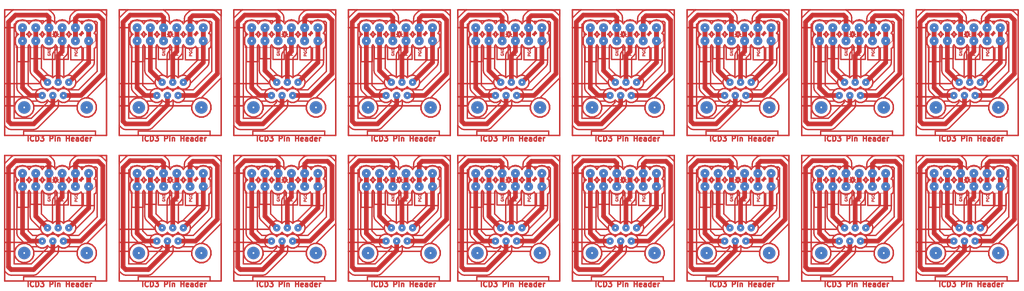
<source format=kicad_pcb>
(kicad_pcb (version 4) (host Gerbview "4.0.7")

  (layers 
    (0 F.Cu signal)
    (31 B.Cu signal)
    (32 B.Adhes user)
    (33 F.Adhes user)
    (34 B.Paste user)
    (35 F.Paste user)
    (36 B.SilkS user)
    (37 F.SilkS user)
    (38 B.Mask user)
    (39 F.Mask user)
    (40 Dwgs.User user)
    (41 Cmts.User user)
    (42 Eco1.User user)
    (43 Eco2.User user)
    (44 Edge.Cuts user)
    (45 Margin user)
    (46 B.CrtYd user)
    (47 F.CrtYd user)
    (48 B.Fab user)
    (49 F.Fab user)
  )

 (via (at 17.7926 -275.34088) (size 2.4) (layers F.Cu B.Cu))
 (via (at 5.7926 -275.34088) (size 2.4) (layers F.Cu B.Cu))
 (via (at 14.34259 -280.18087) (size 1.4) (layers F.Cu B.Cu))
 (via (at 12.30259 -280.18087) (size 1.4) (layers F.Cu B.Cu))
 (via (at 10.26259 -280.18087) (size 1.4) (layers F.Cu B.Cu))
 (via (at 13.32258 -277.64087) (size 1.4) (layers F.Cu B.Cu))
 (via (at 11.28258 -277.64087) (size 1.4) (layers F.Cu B.Cu))
 (via (at 9.24258 -277.64087) (size 1.4) (layers F.Cu B.Cu))
 (via (at 18.15798 -288.12599) (size 1.7) (layers F.Cu B.Cu))
 (via (at 18.15798 -290.66599) (size 1.7) (layers F.Cu B.Cu))
 (via (at 15.61798 -288.12599) (size 1.7) (layers F.Cu B.Cu))
 (via (at 15.61798 -290.66599) (size 1.7) (layers F.Cu B.Cu))
 (via (at 13.07798 -288.12599) (size 1.7) (layers F.Cu B.Cu))
 (via (at 13.07798 -290.66599) (size 1.7) (layers F.Cu B.Cu))
 (via (at 10.53798 -288.12599) (size 1.7) (layers F.Cu B.Cu))
 (via (at 10.53798 -290.66599) (size 1.7) (layers F.Cu B.Cu))
 (via (at 7.99798 -288.12599) (size 1.7) (layers F.Cu B.Cu))
 (via (at 7.99798 -290.66599) (size 1.7) (layers F.Cu B.Cu))
 (via (at 5.45798 -288.12599) (size 1.7) (layers F.Cu B.Cu))
 (via (at 5.45798 -290.66599) (size 1.7) (layers F.Cu B.Cu))
(segment (start 8.00306 -290.35357) (end 8.00306 -287.81357) (width 0.9) (layer F.Cu) (net 0))
(segment (start 10.2408 -280.18087) (end 8.00306 -282.41861) (width 0.9) (layer F.Cu) (net 0))
(segment (start 8.00306 -282.41861) (end 8.00306 -290.35357) (width 0.9) (layer F.Cu) (net 0))
(segment (start 5.46306 -290.35357) (end 5.46306 -287.81357) (width 0.9) (layer F.Cu) (net 0))
(segment (start 9.24258 -277.64087) (end 6.95912 -277.64087) (width 0.9) (layer F.Cu) (net 0))
(segment (start 5.46306 -279.13693) (end 5.46306 -290.35357) (width 0.9) (layer F.Cu) (net 0))
(segment (start 6.95912 -277.64087) (end 5.46306 -279.13693) (width 0.9) (layer F.Cu) (net 0))
(segment (start 10.54306 -290.35357) (end 10.54306 -287.81357) (width 0.9) (layer F.Cu) (net 0))
(segment (start 11.28258 -277.64087) (end 11.28258 -275.84547) (width 0.9) (layer F.Cu) (net 0))
(segment (start 10.54306 -292.63703) (end 10.54306 -287.81357) (width 0.9) (layer F.Cu) (net 0))
(segment (start 10.0884 -293.09169) (end 10.54306 -292.63703) (width 0.9) (layer F.Cu) (net 0))
(segment (start 4.10924 -293.09169) (end 10.0884 -293.09169) (width 0.9) (layer F.Cu) (net 0))
(segment (start 2.76812 -291.75057) (end 4.10924 -293.09169) (width 0.9) (layer F.Cu) (net 0))
(segment (start 2.76812 -272.66755) (end 2.76812 -291.75057) (width 0.9) (layer F.Cu) (net 0))
(segment (start 3.27104 -272.16463) (end 2.76812 -272.66755) (width 0.9) (layer F.Cu) (net 0))
(segment (start 7.60174 -272.16463) (end 3.27104 -272.16463) (width 0.9) (layer F.Cu) (net 0))
(segment (start 11.28258 -275.84547) (end 7.60174 -272.16463) (width 0.9) (layer F.Cu) (net 0))
(segment (start 13.08306 -290.35357) (end 13.08306 -287.81357) (width 0.9) (layer F.Cu) (net 0))
(segment (start 12.30259 -280.18087) (end 12.30259 -285.33128) (width 0.9) (layer F.Cu) (net 0))
(segment (start 13.08306 -286.11177) (end 13.08306 -290.35357) (width 0.9) (layer F.Cu) (net 0))
(segment (start 12.30259 -285.33128) (end 13.08306 -286.11177) (width 0.9) (layer F.Cu) (net 0))
(segment (start 15.62306 -290.35357) (end 15.62306 -287.81357) (width 0.9) (layer F.Cu) (net 0))
(segment (start 13.32258 -277.64087) (end 16.68224 -277.64087) (width 0.9) (layer F.Cu) (net 0))
(segment (start 15.62306 -292.45161) (end 15.62306 -287.81357) (width 0.9) (layer F.Cu) (net 0))
(segment (start 16.15138 -292.97993) (end 15.62306 -292.45161) (width 0.9) (layer F.Cu) (net 0))
(segment (start 20.0071 -292.97993) (end 16.15138 -292.97993) (width 0.9) (layer F.Cu) (net 0))
(segment (start 20.87324 -292.11379) (end 20.0071 -292.97993) (width 0.9) (layer F.Cu) (net 0))
(segment (start 20.87324 -281.83187) (end 20.87324 -292.11379) (width 0.9) (layer F.Cu) (net 0))
(segment (start 16.68224 -277.64087) (end 20.87324 -281.83187) (width 0.9) (layer F.Cu) (net 0))
(segment (start 18.16306 -290.35357) (end 18.16306 -287.81357) (width 0.9) (layer F.Cu) (net 0))
(segment (start 14.36068 -280.18087) (end 18.16306 -283.98325) (width 0.9) (layer F.Cu) (net 0))
(segment (start 18.16306 -283.98325) (end 18.16306 -290.35357) (width 0.9) (layer F.Cu) (net 0))
(segment (start 21.58698 -269.96499) (end 21.58698 -269.96499) (width 0) (layer F.Cu) (net 0))
(segment (start 21.58698 -269.96499) (end 2.02898 -269.96499) (width 0.254) (layer F.Cu) (net 0))
(segment (start 2.02898 -269.96499) (end 2.02898 -271.87225) (width 0.254) (layer F.Cu) (net 0))
(segment (start 2.02898 -271.87225) (end 2.50383 -271.39743) (width 0.254) (layer F.Cu) (net 0))
(segment (start 2.50383 -271.39743) (end 2.85582 -271.16222) (width 0.254) (layer F.Cu) (net 0))
(segment (start 2.85582 -271.16222) (end 3.27104 -271.07962) (width 0.254) (layer F.Cu) (net 0))
(segment (start 3.27104 -271.07962) (end 7.60174 -271.07962) (width 0.254) (layer F.Cu) (net 0))
(segment (start 7.60174 -271.07962) (end 8.01695 -271.16222) (width 0.254) (layer F.Cu) (net 0))
(segment (start 8.01695 -271.16222) (end 8.368969999999999 -271.39743) (width 0.254) (layer F.Cu) (net 0))
(segment (start 8.368969999999999 -271.39743) (end 12.04981 -275.07827) (width 0.254) (layer F.Cu) (net 0))
(segment (start 12.04981 -275.07827) (end 12.28499 -275.43026) (width 0.254) (layer F.Cu) (net 0))
(segment (start 12.28499 -275.43026) (end 12.36759 -275.84547) (width 0.254) (layer F.Cu) (net 0))
(segment (start 12.36759 -275.84547) (end 12.36759 -276.7079) (width 0.254) (layer F.Cu) (net 0))
(segment (start 12.36759 -276.7079) (end 12.56538 -276.50976) (width 0.254) (layer F.Cu) (net 0))
(segment (start 12.56538 -276.50976) (end 13.05588 -276.3061) (width 0.254) (layer F.Cu) (net 0))
(segment (start 13.05588 -276.3061) (end 13.58697 -276.30565) (width 0.254) (layer F.Cu) (net 0))
(segment (start 13.58697 -276.30565) (end 14.07782 -276.50844) (width 0.254) (layer F.Cu) (net 0))
(segment (start 14.07782 -276.50844) (end 14.12532 -276.55586) (width 0.254) (layer F.Cu) (net 0))
(segment (start 14.12532 -276.55586) (end 16.41236 -276.55586) (width 0.254) (layer F.Cu) (net 0))
(segment (start 16.41236 -276.55586) (end 16.23786 -276.38167) (width 0.254) (layer F.Cu) (net 0))
(segment (start 16.23786 -276.38167) (end 16.22095 -276.34093) (width 0.254) (layer F.Cu) (net 0))
(segment (start 16.22095 -276.34093) (end 16.20779 -276.33531) (width 0.254) (layer F.Cu) (net 0))
(segment (start 16.20779 -276.33531) (end 16.0875 -276.01954) (width 0.254) (layer F.Cu) (net 0))
(segment (start 16.0875 -276.01954) (end 15.95791 -275.70748) (width 0.254) (layer F.Cu) (net 0))
(segment (start 15.95791 -275.70748) (end 15.95788 -275.67938) (width 0.254) (layer F.Cu) (net 0))
(segment (start 15.95788 -275.67938) (end 15.94787 -275.65314) (width 0.254) (layer F.Cu) (net 0))
(segment (start 15.94787 -275.65314) (end 15.95758 -275.31538) (width 0.254) (layer F.Cu) (net 0))
(segment (start 15.95758 -275.31538) (end 15.95727 -274.97745) (width 0.254) (layer F.Cu) (net 0))
(segment (start 15.95727 -274.97745) (end 15.96799 -274.95149) (width 0.254) (layer F.Cu) (net 0))
(segment (start 15.96799 -274.95149) (end 15.9688 -274.92343) (width 0.254) (layer F.Cu) (net 0))
(segment (start 15.9688 -274.92343) (end 16.20779 -274.34644) (width 0.254) (layer F.Cu) (net 0))
(segment (start 16.20779 -274.34644) (end 16.22021 -274.34113) (width 0.254) (layer F.Cu) (net 0))
(segment (start 16.22021 -274.34113) (end 16.23604 -274.30278) (width 0.254) (layer F.Cu) (net 0))
(segment (start 16.23604 -274.30278) (end 16.75178 -273.78614) (width 0.254) (layer F.Cu) (net 0))
(segment (start 16.75178 -273.78614) (end 16.79252 -273.76923) (width 0.254) (layer F.Cu) (net 0))
(segment (start 16.79252 -273.76923) (end 16.79816 -273.75607) (width 0.254) (layer F.Cu) (net 0))
(segment (start 16.79816 -273.75607) (end 17.11391 -273.63577) (width 0.254) (layer F.Cu) (net 0))
(segment (start 17.11391 -273.63577) (end 17.42597 -273.50618) (width 0.254) (layer F.Cu) (net 0))
(segment (start 17.42597 -273.50618) (end 17.45407 -273.50616) (width 0.254) (layer F.Cu) (net 0))
(segment (start 17.45407 -273.50616) (end 17.48033 -273.49615) (width 0.254) (layer F.Cu) (net 0))
(segment (start 17.48033 -273.49615) (end 17.8181 -273.50585) (width 0.254) (layer F.Cu) (net 0))
(segment (start 17.8181 -273.50585) (end 18.156 -273.50555) (width 0.254) (layer F.Cu) (net 0))
(segment (start 18.156 -273.50555) (end 18.18196 -273.51627) (width 0.254) (layer F.Cu) (net 0))
(segment (start 18.18196 -273.51627) (end 18.21002 -273.51708) (width 0.254) (layer F.Cu) (net 0))
(segment (start 18.21002 -273.51708) (end 18.78703 -273.75607) (width 0.254) (layer F.Cu) (net 0))
(segment (start 18.78703 -273.75607) (end 18.79234 -273.76849) (width 0.254) (layer F.Cu) (net 0))
(segment (start 18.79234 -273.76849) (end 18.83067 -273.78431) (width 0.254) (layer F.Cu) (net 0))
(segment (start 18.83067 -273.78431) (end 19.34731 -274.30006) (width 0.254) (layer F.Cu) (net 0))
(segment (start 19.34731 -274.30006) (end 19.36422 -274.3408) (width 0.254) (layer F.Cu) (net 0))
(segment (start 19.36422 -274.3408) (end 19.37738 -274.34644) (width 0.254) (layer F.Cu) (net 0))
(segment (start 19.37738 -274.34644) (end 19.4977 -274.66221) (width 0.254) (layer F.Cu) (net 0))
(segment (start 19.4977 -274.66221) (end 19.62727 -274.97425) (width 0.254) (layer F.Cu) (net 0))
(segment (start 19.62727 -274.97425) (end 19.62729 -275.00235) (width 0.254) (layer F.Cu) (net 0))
(segment (start 19.62729 -275.00235) (end 19.6373 -275.02861) (width 0.254) (layer F.Cu) (net 0))
(segment (start 19.6373 -275.02861) (end 19.62762 -275.36638) (width 0.254) (layer F.Cu) (net 0))
(segment (start 19.62762 -275.36638) (end 19.6279 -275.70427) (width 0.254) (layer F.Cu) (net 0))
(segment (start 19.6279 -275.70427) (end 19.61718 -275.73023) (width 0.254) (layer F.Cu) (net 0))
(segment (start 19.61718 -275.73023) (end 19.61637 -275.7583) (width 0.254) (layer F.Cu) (net 0))
(segment (start 19.61637 -275.7583) (end 19.37738 -276.33531) (width 0.254) (layer F.Cu) (net 0))
(segment (start 19.37738 -276.33531) (end 19.36499 -276.34062) (width 0.254) (layer F.Cu) (net 0))
(segment (start 19.36499 -276.34062) (end 19.34914 -276.37895) (width 0.254) (layer F.Cu) (net 0))
(segment (start 19.34914 -276.37895) (end 18.83339 -276.89559) (width 0.254) (layer F.Cu) (net 0))
(segment (start 18.83339 -276.89559) (end 18.79265 -276.9125) (width 0.254) (layer F.Cu) (net 0))
(segment (start 18.79265 -276.9125) (end 18.78703 -276.92566) (width 0.254) (layer F.Cu) (net 0))
(segment (start 18.78703 -276.92566) (end 18.47126 -277.04598) (width 0.254) (layer F.Cu) (net 0))
(segment (start 18.47126 -277.04598) (end 18.1592 -277.17554) (width 0.254) (layer F.Cu) (net 0))
(segment (start 18.1592 -277.17554) (end 18.1311 -277.17557) (width 0.254) (layer F.Cu) (net 0))
(segment (start 18.1311 -277.17557) (end 18.10487 -277.18558) (width 0.254) (layer F.Cu) (net 0))
(segment (start 18.10487 -277.18558) (end 17.7671 -277.1759) (width 0.254) (layer F.Cu) (net 0))
(segment (start 17.7671 -277.1759) (end 17.7517 -277.1759) (width 0.254) (layer F.Cu) (net 0))
(segment (start 17.7517 -277.1759) (end 21.58698 -281.01117) (width 0.254) (layer F.Cu) (net 0))
(segment (start 21.58698 -281.01117) (end 21.58698 -269.96499) (width 0.254) (layer F.Cu) (net 0))
(segment (start 4.40794 -291.74514) (end 4.40794 -291.74514) (width 0) (layer F.Cu) (net 0))
(segment (start 4.40794 -291.74514) (end 4.08602 -291.26337) (width 0.254) (layer F.Cu) (net 0))
(segment (start 4.08602 -291.26337) (end 3.97299 -290.69508) (width 0.254) (layer F.Cu) (net 0))
(segment (start 3.97299 -290.69508) (end 3.97299 -290.63688) (width 0.254) (layer F.Cu) (net 0))
(segment (start 3.97299 -290.63688) (end 4.08602 -290.06861) (width 0.254) (layer F.Cu) (net 0))
(segment (start 4.08602 -290.06861) (end 4.37807 -289.63153) (width 0.254) (layer F.Cu) (net 0))
(segment (start 4.37807 -289.63153) (end 4.37807 -289.16043) (width 0.254) (layer F.Cu) (net 0))
(segment (start 4.37807 -289.16043) (end 4.08602 -288.72337) (width 0.254) (layer F.Cu) (net 0))
(segment (start 4.08602 -288.72337) (end 3.97299 -288.15508) (width 0.254) (layer F.Cu) (net 0))
(segment (start 3.97299 -288.15508) (end 3.97299 -288.09688) (width 0.254) (layer F.Cu) (net 0))
(segment (start 3.97299 -288.09688) (end 4.08602 -287.52861) (width 0.254) (layer F.Cu) (net 0))
(segment (start 4.08602 -287.52861) (end 4.37807 -287.09153) (width 0.254) (layer F.Cu) (net 0))
(segment (start 4.37807 -287.09153) (end 4.37807 -279.13693) (width 0.254) (layer F.Cu) (net 0))
(segment (start 4.37807 -279.13693) (end 4.46065 -278.72172) (width 0.254) (layer F.Cu) (net 0))
(segment (start 4.46065 -278.72172) (end 4.69585 -278.36973) (width 0.254) (layer F.Cu) (net 0))
(segment (start 4.69585 -278.36973) (end 5.88627 -277.1793) (width 0.254) (layer F.Cu) (net 0))
(segment (start 5.88627 -277.1793) (end 5.7671 -277.1759) (width 0.254) (layer F.Cu) (net 0))
(segment (start 5.7671 -277.1759) (end 5.42917 -277.17618) (width 0.254) (layer F.Cu) (net 0))
(segment (start 5.42917 -277.17618) (end 5.40322 -277.16546) (width 0.254) (layer F.Cu) (net 0))
(segment (start 5.40322 -277.16546) (end 5.37515 -277.16465) (width 0.254) (layer F.Cu) (net 0))
(segment (start 5.37515 -277.16465) (end 4.79816 -276.92566) (width 0.254) (layer F.Cu) (net 0))
(segment (start 4.79816 -276.92566) (end 4.79285 -276.91326) (width 0.254) (layer F.Cu) (net 0))
(segment (start 4.79285 -276.91326) (end 4.7545 -276.89741) (width 0.254) (layer F.Cu) (net 0))
(segment (start 4.7545 -276.89741) (end 4.23786 -276.38167) (width 0.254) (layer F.Cu) (net 0))
(segment (start 4.23786 -276.38167) (end 4.22095 -276.34093) (width 0.254) (layer F.Cu) (net 0))
(segment (start 4.22095 -276.34093) (end 4.20779 -276.33531) (width 0.254) (layer F.Cu) (net 0))
(segment (start 4.20779 -276.33531) (end 4.0875 -276.01954) (width 0.254) (layer F.Cu) (net 0))
(segment (start 4.0875 -276.01954) (end 3.9579 -275.70748) (width 0.254) (layer F.Cu) (net 0))
(segment (start 3.9579 -275.70748) (end 3.95788 -275.67938) (width 0.254) (layer F.Cu) (net 0))
(segment (start 3.95788 -275.67938) (end 3.94787 -275.65314) (width 0.254) (layer F.Cu) (net 0))
(segment (start 3.94787 -275.65314) (end 3.95757 -275.31538) (width 0.254) (layer F.Cu) (net 0))
(segment (start 3.95757 -275.31538) (end 3.95727 -274.97745) (width 0.254) (layer F.Cu) (net 0))
(segment (start 3.95727 -274.97745) (end 3.96799 -274.95149) (width 0.254) (layer F.Cu) (net 0))
(segment (start 3.96799 -274.95149) (end 3.9688 -274.92343) (width 0.254) (layer F.Cu) (net 0))
(segment (start 3.9688 -274.92343) (end 4.20779 -274.34644) (width 0.254) (layer F.Cu) (net 0))
(segment (start 4.20779 -274.34644) (end 4.22021 -274.34113) (width 0.254) (layer F.Cu) (net 0))
(segment (start 4.22021 -274.34113) (end 4.23603 -274.30278) (width 0.254) (layer F.Cu) (net 0))
(segment (start 4.23603 -274.30278) (end 4.75178 -273.78614) (width 0.254) (layer F.Cu) (net 0))
(segment (start 4.75178 -273.78614) (end 4.79252 -273.76923) (width 0.254) (layer F.Cu) (net 0))
(segment (start 4.79252 -273.76923) (end 4.79816 -273.75607) (width 0.254) (layer F.Cu) (net 0))
(segment (start 4.79816 -273.75607) (end 5.11393 -273.63577) (width 0.254) (layer F.Cu) (net 0))
(segment (start 5.11393 -273.63577) (end 5.42597 -273.50618) (width 0.254) (layer F.Cu) (net 0))
(segment (start 5.42597 -273.50618) (end 5.45407 -273.50616) (width 0.254) (layer F.Cu) (net 0))
(segment (start 5.45407 -273.50616) (end 5.48033 -273.49615) (width 0.254) (layer F.Cu) (net 0))
(segment (start 5.48033 -273.49615) (end 5.8181 -273.50585) (width 0.254) (layer F.Cu) (net 0))
(segment (start 5.8181 -273.50585) (end 6.15599 -273.50555) (width 0.254) (layer F.Cu) (net 0))
(segment (start 6.15599 -273.50555) (end 6.18195 -273.51627) (width 0.254) (layer F.Cu) (net 0))
(segment (start 6.18195 -273.51627) (end 6.21002 -273.51708) (width 0.254) (layer F.Cu) (net 0))
(segment (start 6.21002 -273.51708) (end 6.78703 -273.75607) (width 0.254) (layer F.Cu) (net 0))
(segment (start 6.78703 -273.75607) (end 6.79234 -273.76849) (width 0.254) (layer F.Cu) (net 0))
(segment (start 6.79234 -273.76849) (end 6.83067 -273.78431) (width 0.254) (layer F.Cu) (net 0))
(segment (start 6.83067 -273.78431) (end 7.34731 -274.30006) (width 0.254) (layer F.Cu) (net 0))
(segment (start 7.34731 -274.30006) (end 7.36422 -274.3408) (width 0.254) (layer F.Cu) (net 0))
(segment (start 7.36422 -274.3408) (end 7.37738 -274.34644) (width 0.254) (layer F.Cu) (net 0))
(segment (start 7.37738 -274.34644) (end 7.4977 -274.66221) (width 0.254) (layer F.Cu) (net 0))
(segment (start 7.4977 -274.66221) (end 7.62726 -274.97425) (width 0.254) (layer F.Cu) (net 0))
(segment (start 7.62726 -274.97425) (end 7.62729 -275.00235) (width 0.254) (layer F.Cu) (net 0))
(segment (start 7.62729 -275.00235) (end 7.6373 -275.02861) (width 0.254) (layer F.Cu) (net 0))
(segment (start 7.6373 -275.02861) (end 7.62762 -275.36638) (width 0.254) (layer F.Cu) (net 0))
(segment (start 7.62762 -275.36638) (end 7.6279 -275.70427) (width 0.254) (layer F.Cu) (net 0))
(segment (start 7.6279 -275.70427) (end 7.61718 -275.73023) (width 0.254) (layer F.Cu) (net 0))
(segment (start 7.61718 -275.73023) (end 7.61637 -275.7583) (width 0.254) (layer F.Cu) (net 0))
(segment (start 7.61637 -275.7583) (end 7.37738 -276.33531) (width 0.254) (layer F.Cu) (net 0))
(segment (start 7.37738 -276.33531) (end 7.36498 -276.34062) (width 0.254) (layer F.Cu) (net 0))
(segment (start 7.36498 -276.34062) (end 7.34913 -276.37895) (width 0.254) (layer F.Cu) (net 0))
(segment (start 7.34913 -276.37895) (end 7.17253 -276.55586) (width 0.254) (layer F.Cu) (net 0))
(segment (start 7.17253 -276.55586) (end 8.439349999999999 -276.55586) (width 0.254) (layer F.Cu) (net 0))
(segment (start 8.439349999999999 -276.55586) (end 8.485379999999999 -276.50976) (width 0.254) (layer F.Cu) (net 0))
(segment (start 8.485379999999999 -276.50976) (end 8.97588 -276.3061) (width 0.254) (layer F.Cu) (net 0))
(segment (start 8.97588 -276.3061) (end 9.506970000000001 -276.30565) (width 0.254) (layer F.Cu) (net 0))
(segment (start 9.506970000000001 -276.30565) (end 9.997820000000001 -276.50844) (width 0.254) (layer F.Cu) (net 0))
(segment (start 9.997820000000001 -276.50844) (end 10.19759 -276.70788) (width 0.254) (layer F.Cu) (net 0))
(segment (start 10.19759 -276.70788) (end 10.19759 -276.2949) (width 0.254) (layer F.Cu) (net 0))
(segment (start 10.19759 -276.2949) (end 7.15234 -273.24962) (width 0.254) (layer F.Cu) (net 0))
(segment (start 7.15234 -273.24962) (end 3.85313 -273.24962) (width 0.254) (layer F.Cu) (net 0))
(segment (start 3.85313 -273.24962) (end 3.85313 -291.30114) (width 0.254) (layer F.Cu) (net 0))
(segment (start 3.85313 -291.30114) (end 4.55867 -292.00668) (width 0.254) (layer F.Cu) (net 0))
(segment (start 4.55867 -292.00668) (end 4.79938 -292.00668) (width 0.254) (layer F.Cu) (net 0))
(segment (start 4.79938 -292.00668) (end 4.40794 -291.74514) (width 0.254) (layer F.Cu) (net 0))
(segment (start 19.78825 -291.66436) (end 19.78825 -291.66436) (width 0) (layer F.Cu) (net 0))
(segment (start 19.78825 -291.66436) (end 19.78825 -282.2813) (width 0.254) (layer F.Cu) (net 0))
(segment (start 19.78825 -282.2813) (end 16.23284 -278.72586) (width 0.254) (layer F.Cu) (net 0))
(segment (start 16.23284 -278.72586) (end 14.1258 -278.72586) (width 0.254) (layer F.Cu) (net 0))
(segment (start 14.1258 -278.72586) (end 14.07978 -278.77196) (width 0.254) (layer F.Cu) (net 0))
(segment (start 14.07978 -278.77196) (end 13.5893 -278.97564) (width 0.254) (layer F.Cu) (net 0))
(segment (start 13.5893 -278.97564) (end 13.05822 -278.9761) (width 0.254) (layer F.Cu) (net 0))
(segment (start 13.05822 -278.9761) (end 12.56736 -278.77328) (width 0.254) (layer F.Cu) (net 0))
(segment (start 12.56736 -278.77328) (end 12.30246 -278.50884) (width 0.254) (layer F.Cu) (net 0))
(segment (start 12.30246 -278.50884) (end 12.0398 -278.77196) (width 0.254) (layer F.Cu) (net 0))
(segment (start 12.0398 -278.77196) (end 11.5493 -278.97564) (width 0.254) (layer F.Cu) (net 0))
(segment (start 11.5493 -278.97564) (end 11.01822 -278.9761) (width 0.254) (layer F.Cu) (net 0))
(segment (start 11.01822 -278.9761) (end 10.52736 -278.77328) (width 0.254) (layer F.Cu) (net 0))
(segment (start 10.52736 -278.77328) (end 10.26246 -278.50884) (width 0.254) (layer F.Cu) (net 0))
(segment (start 10.26246 -278.50884) (end 9.9998 -278.77196) (width 0.254) (layer F.Cu) (net 0))
(segment (start 9.9998 -278.77196) (end 9.5093 -278.97564) (width 0.254) (layer F.Cu) (net 0))
(segment (start 9.5093 -278.97564) (end 8.978210000000001 -278.9761) (width 0.254) (layer F.Cu) (net 0))
(segment (start 8.978210000000001 -278.9761) (end 8.487360000000001 -278.77328) (width 0.254) (layer F.Cu) (net 0))
(segment (start 8.487360000000001 -278.77328) (end 8.439859999999999 -278.72586) (width 0.254) (layer F.Cu) (net 0))
(segment (start 8.439859999999999 -278.72586) (end 7.40855 -278.72586) (width 0.254) (layer F.Cu) (net 0))
(segment (start 7.40855 -278.72586) (end 6.54807 -279.58636) (width 0.254) (layer F.Cu) (net 0))
(segment (start 6.54807 -279.58636) (end 6.54807 -287.10674) (width 0.254) (layer F.Cu) (net 0))
(segment (start 6.54807 -287.10674) (end 6.72798 -287.37601) (width 0.254) (layer F.Cu) (net 0))
(segment (start 6.72798 -287.37601) (end 6.91807 -287.09153) (width 0.254) (layer F.Cu) (net 0))
(segment (start 6.91807 -287.09153) (end 6.91807 -282.41861) (width 0.254) (layer F.Cu) (net 0))
(segment (start 6.91807 -282.41861) (end 7.00065 -282.0034) (width 0.254) (layer F.Cu) (net 0))
(segment (start 7.00065 -282.0034) (end 7.23585 -281.65141) (width 0.254) (layer F.Cu) (net 0))
(segment (start 7.23585 -281.65141) (end 8.927390000000001 -279.95987) (width 0.254) (layer F.Cu) (net 0))
(segment (start 8.927390000000001 -279.95987) (end 8.92736 -279.91648) (width 0.254) (layer F.Cu) (net 0))
(segment (start 8.92736 -279.91648) (end 9.13016 -279.42563) (width 0.254) (layer F.Cu) (net 0))
(segment (start 9.13016 -279.42563) (end 9.50539 -279.04976) (width 0.254) (layer F.Cu) (net 0))
(segment (start 9.50539 -279.04976) (end 9.99587 -278.8461) (width 0.254) (layer F.Cu) (net 0))
(segment (start 9.99587 -278.8461) (end 10.52698 -278.84565) (width 0.254) (layer F.Cu) (net 0))
(segment (start 10.52698 -278.84565) (end 11.01781 -279.04844) (width 0.254) (layer F.Cu) (net 0))
(segment (start 11.01781 -279.04844) (end 11.28273 -279.3129) (width 0.254) (layer F.Cu) (net 0))
(segment (start 11.28273 -279.3129) (end 11.54539 -279.04976) (width 0.254) (layer F.Cu) (net 0))
(segment (start 11.54539 -279.04976) (end 12.03587 -278.8461) (width 0.254) (layer F.Cu) (net 0))
(segment (start 12.03587 -278.8461) (end 12.56698 -278.84565) (width 0.254) (layer F.Cu) (net 0))
(segment (start 12.56698 -278.84565) (end 13.05781 -279.04844) (width 0.254) (layer F.Cu) (net 0))
(segment (start 13.05781 -279.04844) (end 13.32273 -279.3129) (width 0.254) (layer F.Cu) (net 0))
(segment (start 13.32273 -279.3129) (end 13.58539 -279.04976) (width 0.254) (layer F.Cu) (net 0))
(segment (start 13.58539 -279.04976) (end 14.07587 -278.8461) (width 0.254) (layer F.Cu) (net 0))
(segment (start 14.07587 -278.8461) (end 14.60698 -278.84565) (width 0.254) (layer F.Cu) (net 0))
(segment (start 14.60698 -278.84565) (end 15.09781 -279.04844) (width 0.254) (layer F.Cu) (net 0))
(segment (start 15.09781 -279.04844) (end 15.47368 -279.42367) (width 0.254) (layer F.Cu) (net 0))
(segment (start 15.47368 -279.42367) (end 15.67736 -279.91415) (width 0.254) (layer F.Cu) (net 0))
(segment (start 15.67736 -279.91415) (end 15.67739 -279.96317) (width 0.254) (layer F.Cu) (net 0))
(segment (start 15.67739 -279.96317) (end 18.93029 -283.21605) (width 0.254) (layer F.Cu) (net 0))
(segment (start 18.93029 -283.21605) (end 19.06725 -283.42102) (width 0.254) (layer F.Cu) (net 0))
(segment (start 19.06725 -283.42102) (end 19.16547 -283.56804) (width 0.254) (layer F.Cu) (net 0))
(segment (start 19.16547 -283.56804) (end 19.24807 -283.98325) (width 0.254) (layer F.Cu) (net 0))
(segment (start 19.24807 -283.98325) (end 19.24807 -286.67588) (width 0.254) (layer F.Cu) (net 0))
(segment (start 19.24807 -286.67588) (end 19.45942 -286.8119) (width 0.254) (layer F.Cu) (net 0))
(segment (start 19.45942 -286.8119) (end 19.60441 -287.02409) (width 0.254) (layer F.Cu) (net 0))
(segment (start 19.60441 -287.02409) (end 19.65543 -287.27598) (width 0.254) (layer F.Cu) (net 0))
(segment (start 19.65543 -287.27598) (end 19.65543 -288.97598) (width 0.254) (layer F.Cu) (net 0))
(segment (start 19.65543 -288.97598) (end 19.61114 -289.21131) (width 0.254) (layer F.Cu) (net 0))
(segment (start 19.61114 -289.21131) (end 19.47207 -289.42744) (width 0.254) (layer F.Cu) (net 0))
(segment (start 19.47207 -289.42744) (end 19.25988 -289.57242) (width 0.254) (layer F.Cu) (net 0))
(segment (start 19.25988 -289.57242) (end 19.24807 -289.57481) (width 0.254) (layer F.Cu) (net 0))
(segment (start 19.24807 -289.57481) (end 19.24807 -289.64674) (width 0.254) (layer F.Cu) (net 0))
(segment (start 19.24807 -289.64674) (end 19.52996 -290.06861) (width 0.254) (layer F.Cu) (net 0))
(segment (start 19.52996 -290.06861) (end 19.64299 -290.63688) (width 0.254) (layer F.Cu) (net 0))
(segment (start 19.64299 -290.63688) (end 19.64299 -290.69508) (width 0.254) (layer F.Cu) (net 0))
(segment (start 19.64299 -290.69508) (end 19.52996 -291.26337) (width 0.254) (layer F.Cu) (net 0))
(segment (start 19.52996 -291.26337) (end 19.20804 -291.74514) (width 0.254) (layer F.Cu) (net 0))
(segment (start 19.20804 -291.74514) (end 18.98386 -291.89492) (width 0.254) (layer F.Cu) (net 0))
(segment (start 18.98386 -291.89492) (end 19.5577 -291.89492) (width 0.254) (layer F.Cu) (net 0))
(segment (start 19.5577 -291.89492) (end 19.78825 -291.66436) (width 0.254) (layer F.Cu) (net 0))
(segment (start 11.99807 -287.09153) (end 11.99807 -287.09153) (width 0) (layer F.Cu) (net 0))
(segment (start 11.99807 -287.09153) (end 11.99807 -286.5612) (width 0.254) (layer F.Cu) (net 0))
(segment (start 11.99807 -286.5612) (end 11.53538 -286.09849) (width 0.254) (layer F.Cu) (net 0))
(segment (start 11.53538 -286.09849) (end 11.30018 -285.74649) (width 0.254) (layer F.Cu) (net 0))
(segment (start 11.30018 -285.74649) (end 11.21758 -285.33128) (width 0.254) (layer F.Cu) (net 0))
(segment (start 11.21758 -285.33128) (end 11.21758 -281.11381) (width 0.254) (layer F.Cu) (net 0))
(segment (start 11.21758 -281.11381) (end 11.01979 -281.31196) (width 0.254) (layer F.Cu) (net 0))
(segment (start 11.01979 -281.31196) (end 10.52929 -281.51564) (width 0.254) (layer F.Cu) (net 0))
(segment (start 10.52929 -281.51564) (end 10.44039 -281.51572) (width 0.254) (layer F.Cu) (net 0))
(segment (start 10.44039 -281.51572) (end 9.08807 -282.86804) (width 0.254) (layer F.Cu) (net 0))
(segment (start 9.08807 -282.86804) (end 9.08807 -287.10674) (width 0.254) (layer F.Cu) (net 0))
(segment (start 9.08807 -287.10674) (end 9.26798 -287.37601) (width 0.254) (layer F.Cu) (net 0))
(segment (start 9.26798 -287.37601) (end 9.48794 -287.04685) (width 0.254) (layer F.Cu) (net 0))
(segment (start 9.48794 -287.04685) (end 9.9697 -286.72493) (width 0.254) (layer F.Cu) (net 0))
(segment (start 9.9697 -286.72493) (end 10.53798 -286.6119) (width 0.254) (layer F.Cu) (net 0))
(segment (start 10.53798 -286.6119) (end 11.10628 -286.72493) (width 0.254) (layer F.Cu) (net 0))
(segment (start 11.10628 -286.72493) (end 11.58804 -287.04685) (width 0.254) (layer F.Cu) (net 0))
(segment (start 11.58804 -287.04685) (end 11.80798 -287.37601) (width 0.254) (layer F.Cu) (net 0))
(segment (start 11.80798 -287.37601) (end 11.99807 -287.09153) (width 0.254) (layer F.Cu) (net 0))
(segment (start 14.56794 -287.04685) (end 14.56794 -287.04685) (width 0) (layer F.Cu) (net 0))
(segment (start 14.56794 -287.04685) (end 15.0497 -286.72493) (width 0.254) (layer F.Cu) (net 0))
(segment (start 15.0497 -286.72493) (end 15.61798 -286.6119) (width 0.254) (layer F.Cu) (net 0))
(segment (start 15.61798 -286.6119) (end 16.18628 -286.72493) (width 0.254) (layer F.Cu) (net 0))
(segment (start 16.18628 -286.72493) (end 16.66804 -287.04685) (width 0.254) (layer F.Cu) (net 0))
(segment (start 16.66804 -287.04685) (end 16.69583 -287.08843) (width 0.254) (layer F.Cu) (net 0))
(segment (start 16.69583 -287.08843) (end 16.70482 -287.04068) (width 0.254) (layer F.Cu) (net 0))
(segment (start 16.70482 -287.04068) (end 16.84391 -286.82455) (width 0.254) (layer F.Cu) (net 0))
(segment (start 16.84391 -286.82455) (end 17.0561 -286.67956) (width 0.254) (layer F.Cu) (net 0))
(segment (start 17.0561 -286.67956) (end 17.07807 -286.67512) (width 0.254) (layer F.Cu) (net 0))
(segment (start 17.07807 -286.67512) (end 17.07807 -284.43268) (width 0.254) (layer F.Cu) (net 0))
(segment (start 17.07807 -284.43268) (end 14.16141 -281.51602) (width 0.254) (layer F.Cu) (net 0))
(segment (start 14.16141 -281.51602) (end 14.0782 -281.5161) (width 0.254) (layer F.Cu) (net 0))
(segment (start 14.0782 -281.5161) (end 13.58735 -281.31328) (width 0.254) (layer F.Cu) (net 0))
(segment (start 13.58735 -281.31328) (end 13.38758 -281.11387) (width 0.254) (layer F.Cu) (net 0))
(segment (start 13.38758 -281.11387) (end 13.38758 -284.88185) (width 0.254) (layer F.Cu) (net 0))
(segment (start 13.38758 -284.88185) (end 13.85029 -285.34457) (width 0.254) (layer F.Cu) (net 0))
(segment (start 13.85029 -285.34457) (end 14.08547 -285.69656) (width 0.254) (layer F.Cu) (net 0))
(segment (start 14.08547 -285.69656) (end 14.16807 -286.11177) (width 0.254) (layer F.Cu) (net 0))
(segment (start 14.16807 -286.11177) (end 14.16807 -287.10674) (width 0.254) (layer F.Cu) (net 0))
(segment (start 14.16807 -287.10674) (end 14.34798 -287.37601) (width 0.254) (layer F.Cu) (net 0))
(segment (start 14.34798 -287.37601) (end 14.56794 -287.04685) (width 0.254) (layer F.Cu) (net 0))
(segment (start 11.99807 -289.63153) (end 11.99807 -289.63153) (width 0) (layer F.Cu) (net 0))
(segment (start 11.99807 -289.63153) (end 11.99807 -289.16043) (width 0.254) (layer F.Cu) (net 0))
(segment (start 11.99807 -289.16043) (end 11.80798 -288.87595) (width 0.254) (layer F.Cu) (net 0))
(segment (start 11.80798 -288.87595) (end 11.62807 -289.14524) (width 0.254) (layer F.Cu) (net 0))
(segment (start 11.62807 -289.14524) (end 11.62807 -289.64674) (width 0.254) (layer F.Cu) (net 0))
(segment (start 11.62807 -289.64674) (end 11.80798 -289.91601) (width 0.254) (layer F.Cu) (net 0))
(segment (start 11.80798 -289.91601) (end 11.99807 -289.63153) (width 0.254) (layer F.Cu) (net 0))
(segment (start 14.53807 -289.63153) (end 14.53807 -289.63153) (width 0) (layer F.Cu) (net 0))
(segment (start 14.53807 -289.63153) (end 14.53807 -289.16043) (width 0.254) (layer F.Cu) (net 0))
(segment (start 14.53807 -289.16043) (end 14.34798 -288.87595) (width 0.254) (layer F.Cu) (net 0))
(segment (start 14.34798 -288.87595) (end 14.16807 -289.14524) (width 0.254) (layer F.Cu) (net 0))
(segment (start 14.16807 -289.14524) (end 14.16807 -289.64674) (width 0.254) (layer F.Cu) (net 0))
(segment (start 14.16807 -289.64674) (end 14.34798 -289.91601) (width 0.254) (layer F.Cu) (net 0))
(segment (start 14.34798 -289.91601) (end 14.53807 -289.63153) (width 0.254) (layer F.Cu) (net 0))
(segment (start 9.458069999999999 -289.63153) (end 9.458069999999999 -289.63153) (width 0) (layer F.Cu) (net 0))
(segment (start 9.458069999999999 -289.63153) (end 9.458069999999999 -289.16043) (width 0.254) (layer F.Cu) (net 0))
(segment (start 9.458069999999999 -289.16043) (end 9.26798 -288.87595) (width 0.254) (layer F.Cu) (net 0))
(segment (start 9.26798 -288.87595) (end 9.08807 -289.14524) (width 0.254) (layer F.Cu) (net 0))
(segment (start 9.08807 -289.14524) (end 9.08807 -289.64674) (width 0.254) (layer F.Cu) (net 0))
(segment (start 9.08807 -289.64674) (end 9.26798 -289.91601) (width 0.254) (layer F.Cu) (net 0))
(segment (start 9.26798 -289.91601) (end 9.458069999999999 -289.63153) (width 0.254) (layer F.Cu) (net 0))
(segment (start 6.91807 -289.63153) (end 6.91807 -289.63153) (width 0) (layer F.Cu) (net 0))
(segment (start 6.91807 -289.63153) (end 6.91807 -289.16043) (width 0.254) (layer F.Cu) (net 0))
(segment (start 6.91807 -289.16043) (end 6.72798 -288.87595) (width 0.254) (layer F.Cu) (net 0))
(segment (start 6.72798 -288.87595) (end 6.54807 -289.14524) (width 0.254) (layer F.Cu) (net 0))
(segment (start 6.54807 -289.14524) (end 6.54807 -289.64674) (width 0.254) (layer F.Cu) (net 0))
(segment (start 6.54807 -289.64674) (end 6.72798 -289.91601) (width 0.254) (layer F.Cu) (net 0))
(segment (start 6.72798 -289.91601) (end 6.91807 -289.63153) (width 0.254) (layer F.Cu) (net 0))
(segment (start 17.07807 -289.63153) (end 17.07807 -289.63153) (width 0) (layer F.Cu) (net 0))
(segment (start 17.07807 -289.63153) (end 17.07807 -289.58017) (width 0.254) (layer F.Cu) (net 0))
(segment (start 17.07807 -289.58017) (end 17.07266 -289.57915) (width 0.254) (layer F.Cu) (net 0))
(segment (start 17.07266 -289.57915) (end 16.85656 -289.44009) (width 0.254) (layer F.Cu) (net 0))
(segment (start 16.85656 -289.44009) (end 16.71155 -289.22787) (width 0.254) (layer F.Cu) (net 0))
(segment (start 16.71155 -289.22787) (end 16.70807 -289.21065) (width 0.254) (layer F.Cu) (net 0))
(segment (start 16.70807 -289.21065) (end 16.70807 -289.64674) (width 0.254) (layer F.Cu) (net 0))
(segment (start 16.70807 -289.64674) (end 16.88798 -289.91601) (width 0.254) (layer F.Cu) (net 0))
(segment (start 16.88798 -289.91601) (end 17.07807 -289.63153) (width 0.254) (layer F.Cu) (net 0))
(segment (start 21.58698 -292.93447) (end 21.58698 -292.93447) (width 0) (layer F.Cu) (net 0))
(segment (start 21.58698 -292.93447) (end 20.77433 -293.74714) (width 0.254) (layer F.Cu) (net 0))
(segment (start 20.77433 -293.74714) (end 20.60705 -293.8589) (width 0.254) (layer F.Cu) (net 0))
(segment (start 20.60705 -293.8589) (end 20.42231 -293.98234) (width 0.254) (layer F.Cu) (net 0))
(segment (start 20.42231 -293.98234) (end 20.0071 -294.06492) (width 0.254) (layer F.Cu) (net 0))
(segment (start 20.0071 -294.06492) (end 16.15138 -294.06492) (width 0.254) (layer F.Cu) (net 0))
(segment (start 16.15138 -294.06492) (end 15.73616 -293.98234) (width 0.254) (layer F.Cu) (net 0))
(segment (start 15.73616 -293.98234) (end 15.55143 -293.8589) (width 0.254) (layer F.Cu) (net 0))
(segment (start 15.55143 -293.8589) (end 15.38417 -293.74714) (width 0.254) (layer F.Cu) (net 0))
(segment (start 15.38417 -293.74714) (end 14.85585 -293.21882) (width 0.254) (layer F.Cu) (net 0))
(segment (start 14.85585 -293.21882) (end 14.62065 -292.86683) (width 0.254) (layer F.Cu) (net 0))
(segment (start 14.62065 -292.86683) (end 14.53807 -292.45161) (width 0.254) (layer F.Cu) (net 0))
(segment (start 14.53807 -292.45161) (end 14.53807 -291.70043) (width 0.254) (layer F.Cu) (net 0))
(segment (start 14.53807 -291.70043) (end 14.34798 -291.41595) (width 0.254) (layer F.Cu) (net 0))
(segment (start 14.34798 -291.41595) (end 14.12804 -291.74514) (width 0.254) (layer F.Cu) (net 0))
(segment (start 14.12804 -291.74514) (end 13.64628 -292.06703) (width 0.254) (layer F.Cu) (net 0))
(segment (start 13.64628 -292.06703) (end 13.07798 -292.18009) (width 0.254) (layer F.Cu) (net 0))
(segment (start 13.07798 -292.18009) (end 12.5097 -292.06703) (width 0.254) (layer F.Cu) (net 0))
(segment (start 12.5097 -292.06703) (end 12.02794 -291.74514) (width 0.254) (layer F.Cu) (net 0))
(segment (start 12.02794 -291.74514) (end 11.80798 -291.41595) (width 0.254) (layer F.Cu) (net 0))
(segment (start 11.80798 -291.41595) (end 11.62807 -291.68524) (width 0.254) (layer F.Cu) (net 0))
(segment (start 11.62807 -291.68524) (end 11.62807 -292.63703) (width 0.254) (layer F.Cu) (net 0))
(segment (start 11.62807 -292.63703) (end 11.54547 -293.05225) (width 0.254) (layer F.Cu) (net 0))
(segment (start 11.54547 -293.05225) (end 11.31029 -293.40424) (width 0.254) (layer F.Cu) (net 0))
(segment (start 11.31029 -293.40424) (end 10.85563 -293.8589) (width 0.254) (layer F.Cu) (net 0))
(segment (start 10.85563 -293.8589) (end 10.50361 -294.0941) (width 0.254) (layer F.Cu) (net 0))
(segment (start 10.50361 -294.0941) (end 10.49914 -294.09499) (width 0.254) (layer F.Cu) (net 0))
(segment (start 10.49914 -294.09499) (end 21.58698 -294.09499) (width 0.254) (layer F.Cu) (net 0))
(segment (start 21.58698 -294.09499) (end 21.58698 -292.93447) (width 0.254) (layer F.Cu) (net 0))
(segment (start 6.94794 -291.74514) (end 6.94794 -291.74514) (width 0) (layer F.Cu) (net 0))
(segment (start 6.94794 -291.74514) (end 6.72798 -291.41595) (width 0.254) (layer F.Cu) (net 0))
(segment (start 6.72798 -291.41595) (end 6.50804 -291.74514) (width 0.254) (layer F.Cu) (net 0))
(segment (start 6.50804 -291.74514) (end 6.1166 -292.00668) (width 0.254) (layer F.Cu) (net 0))
(segment (start 6.1166 -292.00668) (end 7.33938 -292.00668) (width 0.254) (layer F.Cu) (net 0))
(segment (start 7.33938 -292.00668) (end 6.94794 -291.74514) (width 0.254) (layer F.Cu) (net 0))
(segment (start 9.458069999999999 -291.70043) (end 9.458069999999999 -291.70043) (width 0) (layer F.Cu) (net 0))
(segment (start 9.458069999999999 -291.70043) (end 9.26798 -291.41595) (width 0.254) (layer F.Cu) (net 0))
(segment (start 9.26798 -291.41595) (end 9.04804 -291.74514) (width 0.254) (layer F.Cu) (net 0))
(segment (start 9.04804 -291.74514) (end 8.656599999999999 -292.00668) (width 0.254) (layer F.Cu) (net 0))
(segment (start 8.656599999999999 -292.00668) (end 9.458069999999999 -292.00668) (width 0.254) (layer F.Cu) (net 0))
(segment (start 9.458069999999999 -292.00668) (end 9.458069999999999 -291.70043) (width 0.254) (layer F.Cu) (net 0))
(segment (start 17.10794 -291.74514) (end 17.10794 -291.74514) (width 0) (layer F.Cu) (net 0))
(segment (start 17.10794 -291.74514) (end 16.88798 -291.41595) (width 0.254) (layer F.Cu) (net 0))
(segment (start 16.88798 -291.41595) (end 16.70807 -291.68524) (width 0.254) (layer F.Cu) (net 0))
(segment (start 16.70807 -291.68524) (end 16.70807 -291.89492) (width 0.254) (layer F.Cu) (net 0))
(segment (start 16.70807 -291.89492) (end 17.33212 -291.89492) (width 0.254) (layer F.Cu) (net 0))
(segment (start 17.33212 -291.89492) (end 17.10794 -291.74514) (width 0.254) (layer F.Cu) (net 0))
(segment (start 3.69402 -294.0941) (end 3.69402 -294.0941) (width 0) (layer F.Cu) (net 0))
(segment (start 3.69402 -294.0941) (end 3.34203 -293.8589) (width 0.254) (layer F.Cu) (net 0))
(segment (start 3.34203 -293.8589) (end 2.02898 -292.54585) (width 0.254) (layer F.Cu) (net 0))
(segment (start 2.02898 -292.54585) (end 2.02898 -294.09499) (width 0.254) (layer F.Cu) (net 0))
(segment (start 2.02898 -294.09499) (end 3.69852 -294.09499) (width 0.254) (layer F.Cu) (net 0))
(segment (start 3.69852 -294.09499) (end 3.69402 -294.0941) (width 0.254) (layer F.Cu) (net 0))
 (via (at 39.79258 -275.34088) (size 2.4) (layers F.Cu B.Cu))
 (via (at 27.79258 -275.34088) (size 2.4) (layers F.Cu B.Cu))
 (via (at 36.3426 -280.18087) (size 1.4) (layers F.Cu B.Cu))
 (via (at 34.3026 -280.18087) (size 1.4) (layers F.Cu B.Cu))
 (via (at 32.2626 -280.18087) (size 1.4) (layers F.Cu B.Cu))
 (via (at 35.32259 -277.64087) (size 1.4) (layers F.Cu B.Cu))
 (via (at 33.28259 -277.64087) (size 1.4) (layers F.Cu B.Cu))
 (via (at 31.24258 -277.64087) (size 1.4) (layers F.Cu B.Cu))
 (via (at 40.15798 -288.12599) (size 1.7) (layers F.Cu B.Cu))
 (via (at 40.15798 -290.66599) (size 1.7) (layers F.Cu B.Cu))
 (via (at 37.61798 -288.12599) (size 1.7) (layers F.Cu B.Cu))
 (via (at 37.61798 -290.66599) (size 1.7) (layers F.Cu B.Cu))
 (via (at 35.07798 -288.12599) (size 1.7) (layers F.Cu B.Cu))
 (via (at 35.07798 -290.66599) (size 1.7) (layers F.Cu B.Cu))
 (via (at 32.53798 -288.12599) (size 1.7) (layers F.Cu B.Cu))
 (via (at 32.53798 -290.66599) (size 1.7) (layers F.Cu B.Cu))
 (via (at 29.99798 -288.12599) (size 1.7) (layers F.Cu B.Cu))
 (via (at 29.99798 -290.66599) (size 1.7) (layers F.Cu B.Cu))
 (via (at 27.45798 -288.12599) (size 1.7) (layers F.Cu B.Cu))
 (via (at 27.45798 -290.66599) (size 1.7) (layers F.Cu B.Cu))
(segment (start 30.00306 -290.35357) (end 30.00306 -287.81357) (width 0.9) (layer F.Cu) (net 0))
(segment (start 32.2408 -280.18087) (end 30.00306 -282.41861) (width 0.9) (layer F.Cu) (net 0))
(segment (start 30.00306 -282.41861) (end 30.00306 -290.35357) (width 0.9) (layer F.Cu) (net 0))
(segment (start 27.46306 -290.35357) (end 27.46306 -287.81357) (width 0.9) (layer F.Cu) (net 0))
(segment (start 31.24258 -277.64087) (end 28.95912 -277.64087) (width 0.9) (layer F.Cu) (net 0))
(segment (start 27.46306 -279.13693) (end 27.46306 -290.35357) (width 0.9) (layer F.Cu) (net 0))
(segment (start 28.95912 -277.64087) (end 27.46306 -279.13693) (width 0.9) (layer F.Cu) (net 0))
(segment (start 32.54306 -290.35357) (end 32.54306 -287.81357) (width 0.9) (layer F.Cu) (net 0))
(segment (start 33.28259 -277.64087) (end 33.28259 -275.84547) (width 0.9) (layer F.Cu) (net 0))
(segment (start 32.54306 -292.63703) (end 32.54306 -287.81357) (width 0.9) (layer F.Cu) (net 0))
(segment (start 32.0884 -293.09169) (end 32.54306 -292.63703) (width 0.9) (layer F.Cu) (net 0))
(segment (start 26.10924 -293.09169) (end 32.0884 -293.09169) (width 0.9) (layer F.Cu) (net 0))
(segment (start 24.76812 -291.75057) (end 26.10924 -293.09169) (width 0.9) (layer F.Cu) (net 0))
(segment (start 24.76812 -272.66755) (end 24.76812 -291.75057) (width 0.9) (layer F.Cu) (net 0))
(segment (start 25.27104 -272.16463) (end 24.76812 -272.66755) (width 0.9) (layer F.Cu) (net 0))
(segment (start 29.60174 -272.16463) (end 25.27104 -272.16463) (width 0.9) (layer F.Cu) (net 0))
(segment (start 33.28259 -275.84547) (end 29.60174 -272.16463) (width 0.9) (layer F.Cu) (net 0))
(segment (start 35.08306 -290.35357) (end 35.08306 -287.81357) (width 0.9) (layer F.Cu) (net 0))
(segment (start 34.3026 -280.18087) (end 34.3026 -285.33128) (width 0.9) (layer F.Cu) (net 0))
(segment (start 35.08306 -286.11177) (end 35.08306 -290.35357) (width 0.9) (layer F.Cu) (net 0))
(segment (start 34.3026 -285.33128) (end 35.08306 -286.11177) (width 0.9) (layer F.Cu) (net 0))
(segment (start 37.62306 -290.35357) (end 37.62306 -287.81357) (width 0.9) (layer F.Cu) (net 0))
(segment (start 35.32259 -277.64087) (end 38.68224 -277.64087) (width 0.9) (layer F.Cu) (net 0))
(segment (start 37.62306 -292.45161) (end 37.62306 -287.81357) (width 0.9) (layer F.Cu) (net 0))
(segment (start 38.15138 -292.97993) (end 37.62306 -292.45161) (width 0.9) (layer F.Cu) (net 0))
(segment (start 42.0071 -292.97993) (end 38.15138 -292.97993) (width 0.9) (layer F.Cu) (net 0))
(segment (start 42.87324 -292.11379) (end 42.0071 -292.97993) (width 0.9) (layer F.Cu) (net 0))
(segment (start 42.87324 -281.83187) (end 42.87324 -292.11379) (width 0.9) (layer F.Cu) (net 0))
(segment (start 38.68224 -277.64087) (end 42.87324 -281.83187) (width 0.9) (layer F.Cu) (net 0))
(segment (start 40.16306 -290.35357) (end 40.16306 -287.81357) (width 0.9) (layer F.Cu) (net 0))
(segment (start 36.36068 -280.18087) (end 40.16306 -283.98325) (width 0.9) (layer F.Cu) (net 0))
(segment (start 40.16306 -283.98325) (end 40.16306 -290.35357) (width 0.9) (layer F.Cu) (net 0))
(segment (start 43.58698 -269.96499) (end 43.58698 -269.96499) (width 0) (layer F.Cu) (net 0))
(segment (start 43.58698 -269.96499) (end 24.02898 -269.96499) (width 0.254) (layer F.Cu) (net 0))
(segment (start 24.02898 -269.96499) (end 24.02898 -271.87225) (width 0.254) (layer F.Cu) (net 0))
(segment (start 24.02898 -271.87225) (end 24.50384 -271.39743) (width 0.254) (layer F.Cu) (net 0))
(segment (start 24.50384 -271.39743) (end 24.85583 -271.16222) (width 0.254) (layer F.Cu) (net 0))
(segment (start 24.85583 -271.16222) (end 25.27104 -271.07962) (width 0.254) (layer F.Cu) (net 0))
(segment (start 25.27104 -271.07962) (end 29.60174 -271.07962) (width 0.254) (layer F.Cu) (net 0))
(segment (start 29.60174 -271.07962) (end 30.01696 -271.16222) (width 0.254) (layer F.Cu) (net 0))
(segment (start 30.01696 -271.16222) (end 30.36895 -271.39743) (width 0.254) (layer F.Cu) (net 0))
(segment (start 30.36895 -271.39743) (end 34.04979 -275.07827) (width 0.254) (layer F.Cu) (net 0))
(segment (start 34.04979 -275.07827) (end 34.285 -275.43026) (width 0.254) (layer F.Cu) (net 0))
(segment (start 34.285 -275.43026) (end 34.3676 -275.84547) (width 0.254) (layer F.Cu) (net 0))
(segment (start 34.3676 -275.84547) (end 34.3676 -276.7079) (width 0.254) (layer F.Cu) (net 0))
(segment (start 34.3676 -276.7079) (end 34.56539 -276.50976) (width 0.254) (layer F.Cu) (net 0))
(segment (start 34.56539 -276.50976) (end 35.05589 -276.3061) (width 0.254) (layer F.Cu) (net 0))
(segment (start 35.05589 -276.3061) (end 35.58697 -276.30565) (width 0.254) (layer F.Cu) (net 0))
(segment (start 35.58697 -276.30565) (end 36.0778 -276.50844) (width 0.254) (layer F.Cu) (net 0))
(segment (start 36.0778 -276.50844) (end 36.12533 -276.55586) (width 0.254) (layer F.Cu) (net 0))
(segment (start 36.12533 -276.55586) (end 38.41237 -276.55586) (width 0.254) (layer F.Cu) (net 0))
(segment (start 38.41237 -276.55586) (end 38.23785 -276.38167) (width 0.254) (layer F.Cu) (net 0))
(segment (start 38.23785 -276.38167) (end 38.22093 -276.34093) (width 0.254) (layer F.Cu) (net 0))
(segment (start 38.22093 -276.34093) (end 38.2078 -276.33531) (width 0.254) (layer F.Cu) (net 0))
(segment (start 38.2078 -276.33531) (end 38.08748 -276.01954) (width 0.254) (layer F.Cu) (net 0))
(segment (start 38.08748 -276.01954) (end 37.95791 -275.70748) (width 0.254) (layer F.Cu) (net 0))
(segment (start 37.95791 -275.70748) (end 37.95789 -275.67938) (width 0.254) (layer F.Cu) (net 0))
(segment (start 37.95789 -275.67938) (end 37.94788 -275.65314) (width 0.254) (layer F.Cu) (net 0))
(segment (start 37.94788 -275.65314) (end 37.95756 -275.31538) (width 0.254) (layer F.Cu) (net 0))
(segment (start 37.95756 -275.31538) (end 37.95728 -274.97745) (width 0.254) (layer F.Cu) (net 0))
(segment (start 37.95728 -274.97745) (end 37.968 -274.95149) (width 0.254) (layer F.Cu) (net 0))
(segment (start 37.968 -274.95149) (end 37.96881 -274.92343) (width 0.254) (layer F.Cu) (net 0))
(segment (start 37.96881 -274.92343) (end 38.2078 -274.34644) (width 0.254) (layer F.Cu) (net 0))
(segment (start 38.2078 -274.34644) (end 38.22019 -274.34113) (width 0.254) (layer F.Cu) (net 0))
(segment (start 38.22019 -274.34113) (end 38.23604 -274.30278) (width 0.254) (layer F.Cu) (net 0))
(segment (start 38.23604 -274.30278) (end 38.75179 -273.78614) (width 0.254) (layer F.Cu) (net 0))
(segment (start 38.75179 -273.78614) (end 38.79253 -273.76923) (width 0.254) (layer F.Cu) (net 0))
(segment (start 38.79253 -273.76923) (end 38.79814 -273.75607) (width 0.254) (layer F.Cu) (net 0))
(segment (start 38.79814 -273.75607) (end 39.11392 -273.63577) (width 0.254) (layer F.Cu) (net 0))
(segment (start 39.11392 -273.63577) (end 39.42598 -273.50618) (width 0.254) (layer F.Cu) (net 0))
(segment (start 39.42598 -273.50618) (end 39.45407 -273.50616) (width 0.254) (layer F.Cu) (net 0))
(segment (start 39.45407 -273.50616) (end 39.48031 -273.49615) (width 0.254) (layer F.Cu) (net 0))
(segment (start 39.48031 -273.49615) (end 39.81808 -273.50585) (width 0.254) (layer F.Cu) (net 0))
(segment (start 39.81808 -273.50585) (end 40.156 -273.50555) (width 0.254) (layer F.Cu) (net 0))
(segment (start 40.156 -273.50555) (end 40.18196 -273.51627) (width 0.254) (layer F.Cu) (net 0))
(segment (start 40.18196 -273.51627) (end 40.21003 -273.51708) (width 0.254) (layer F.Cu) (net 0))
(segment (start 40.21003 -273.51708) (end 40.78702 -273.75607) (width 0.254) (layer F.Cu) (net 0))
(segment (start 40.78702 -273.75607) (end 40.79232 -273.76849) (width 0.254) (layer F.Cu) (net 0))
(segment (start 40.79232 -273.76849) (end 40.83068 -273.78431) (width 0.254) (layer F.Cu) (net 0))
(segment (start 40.83068 -273.78431) (end 41.34731 -274.30006) (width 0.254) (layer F.Cu) (net 0))
(segment (start 41.34731 -274.30006) (end 41.36423 -274.3408) (width 0.254) (layer F.Cu) (net 0))
(segment (start 41.36423 -274.3408) (end 41.37739 -274.34644) (width 0.254) (layer F.Cu) (net 0))
(segment (start 41.37739 -274.34644) (end 41.49768 -274.66221) (width 0.254) (layer F.Cu) (net 0))
(segment (start 41.49768 -274.66221) (end 41.62727 -274.97425) (width 0.254) (layer F.Cu) (net 0))
(segment (start 41.62727 -274.97425) (end 41.6273 -275.00235) (width 0.254) (layer F.Cu) (net 0))
(segment (start 41.6273 -275.00235) (end 41.63731 -275.02861) (width 0.254) (layer F.Cu) (net 0))
(segment (start 41.63731 -275.02861) (end 41.6276 -275.36638) (width 0.254) (layer F.Cu) (net 0))
(segment (start 41.6276 -275.36638) (end 41.62791 -275.70427) (width 0.254) (layer F.Cu) (net 0))
(segment (start 41.62791 -275.70427) (end 41.61719 -275.73023) (width 0.254) (layer F.Cu) (net 0))
(segment (start 41.61719 -275.73023) (end 41.61638 -275.7583) (width 0.254) (layer F.Cu) (net 0))
(segment (start 41.61638 -275.7583) (end 41.37739 -276.33531) (width 0.254) (layer F.Cu) (net 0))
(segment (start 41.37739 -276.33531) (end 41.36497 -276.34062) (width 0.254) (layer F.Cu) (net 0))
(segment (start 41.36497 -276.34062) (end 41.34914 -276.37895) (width 0.254) (layer F.Cu) (net 0))
(segment (start 41.34914 -276.37895) (end 40.8334 -276.89559) (width 0.254) (layer F.Cu) (net 0))
(segment (start 40.8334 -276.89559) (end 40.79265 -276.9125) (width 0.254) (layer F.Cu) (net 0))
(segment (start 40.79265 -276.9125) (end 40.78702 -276.92566) (width 0.254) (layer F.Cu) (net 0))
(segment (start 40.78702 -276.92566) (end 40.47124 -277.04598) (width 0.254) (layer F.Cu) (net 0))
(segment (start 40.47124 -277.04598) (end 40.1592 -277.17554) (width 0.254) (layer F.Cu) (net 0))
(segment (start 40.1592 -277.17554) (end 40.13111 -277.17557) (width 0.254) (layer F.Cu) (net 0))
(segment (start 40.13111 -277.17557) (end 40.10485 -277.18558) (width 0.254) (layer F.Cu) (net 0))
(segment (start 40.10485 -277.18558) (end 39.76708 -277.1759) (width 0.254) (layer F.Cu) (net 0))
(segment (start 39.76708 -277.1759) (end 39.75171 -277.1759) (width 0.254) (layer F.Cu) (net 0))
(segment (start 39.75171 -277.1759) (end 43.58698 -281.01117) (width 0.254) (layer F.Cu) (net 0))
(segment (start 43.58698 -281.01117) (end 43.58698 -269.96499) (width 0.254) (layer F.Cu) (net 0))
(segment (start 26.40792 -291.74514) (end 26.40792 -291.74514) (width 0) (layer F.Cu) (net 0))
(segment (start 26.40792 -291.74514) (end 26.08603 -291.26337) (width 0.254) (layer F.Cu) (net 0))
(segment (start 26.08603 -291.26337) (end 25.973 -290.69508) (width 0.254) (layer F.Cu) (net 0))
(segment (start 25.973 -290.69508) (end 25.973 -290.63688) (width 0.254) (layer F.Cu) (net 0))
(segment (start 25.973 -290.63688) (end 26.08603 -290.06861) (width 0.254) (layer F.Cu) (net 0))
(segment (start 26.08603 -290.06861) (end 26.37808 -289.63153) (width 0.254) (layer F.Cu) (net 0))
(segment (start 26.37808 -289.63153) (end 26.37808 -289.16043) (width 0.254) (layer F.Cu) (net 0))
(segment (start 26.37808 -289.16043) (end 26.08603 -288.72337) (width 0.254) (layer F.Cu) (net 0))
(segment (start 26.08603 -288.72337) (end 25.973 -288.15508) (width 0.254) (layer F.Cu) (net 0))
(segment (start 25.973 -288.15508) (end 25.973 -288.09688) (width 0.254) (layer F.Cu) (net 0))
(segment (start 25.973 -288.09688) (end 26.08603 -287.52861) (width 0.254) (layer F.Cu) (net 0))
(segment (start 26.08603 -287.52861) (end 26.37808 -287.09153) (width 0.254) (layer F.Cu) (net 0))
(segment (start 26.37808 -287.09153) (end 26.37808 -279.13693) (width 0.254) (layer F.Cu) (net 0))
(segment (start 26.37808 -279.13693) (end 26.46065 -278.72172) (width 0.254) (layer F.Cu) (net 0))
(segment (start 26.46065 -278.72172) (end 26.69586 -278.36973) (width 0.254) (layer F.Cu) (net 0))
(segment (start 26.69586 -278.36973) (end 27.88625 -277.1793) (width 0.254) (layer F.Cu) (net 0))
(segment (start 27.88625 -277.1793) (end 27.76708 -277.1759) (width 0.254) (layer F.Cu) (net 0))
(segment (start 27.76708 -277.1759) (end 27.42918 -277.17618) (width 0.254) (layer F.Cu) (net 0))
(segment (start 27.42918 -277.17618) (end 27.40322 -277.16546) (width 0.254) (layer F.Cu) (net 0))
(segment (start 27.40322 -277.16546) (end 27.37515 -277.16465) (width 0.254) (layer F.Cu) (net 0))
(segment (start 27.37515 -277.16465) (end 26.79814 -276.92566) (width 0.254) (layer F.Cu) (net 0))
(segment (start 26.79814 -276.92566) (end 26.79283 -276.91326) (width 0.254) (layer F.Cu) (net 0))
(segment (start 26.79283 -276.91326) (end 26.75451 -276.89741) (width 0.254) (layer F.Cu) (net 0))
(segment (start 26.75451 -276.89741) (end 26.23787 -276.38167) (width 0.254) (layer F.Cu) (net 0))
(segment (start 26.23787 -276.38167) (end 26.22093 -276.34093) (width 0.254) (layer F.Cu) (net 0))
(segment (start 26.22093 -276.34093) (end 26.2078 -276.33531) (width 0.254) (layer F.Cu) (net 0))
(segment (start 26.2078 -276.33531) (end 26.08748 -276.01954) (width 0.254) (layer F.Cu) (net 0))
(segment (start 26.08748 -276.01954) (end 25.95791 -275.70748) (width 0.254) (layer F.Cu) (net 0))
(segment (start 25.95791 -275.70748) (end 25.95789 -275.67938) (width 0.254) (layer F.Cu) (net 0))
(segment (start 25.95789 -275.67938) (end 25.94788 -275.65314) (width 0.254) (layer F.Cu) (net 0))
(segment (start 25.94788 -275.65314) (end 25.95756 -275.31538) (width 0.254) (layer F.Cu) (net 0))
(segment (start 25.95756 -275.31538) (end 25.95728 -274.97745) (width 0.254) (layer F.Cu) (net 0))
(segment (start 25.95728 -274.97745) (end 25.96799 -274.95149) (width 0.254) (layer F.Cu) (net 0))
(segment (start 25.96799 -274.95149) (end 25.96881 -274.92343) (width 0.254) (layer F.Cu) (net 0))
(segment (start 25.96881 -274.92343) (end 26.2078 -274.34644) (width 0.254) (layer F.Cu) (net 0))
(segment (start 26.2078 -274.34644) (end 26.22019 -274.34113) (width 0.254) (layer F.Cu) (net 0))
(segment (start 26.22019 -274.34113) (end 26.23604 -274.30278) (width 0.254) (layer F.Cu) (net 0))
(segment (start 26.23604 -274.30278) (end 26.75179 -273.78614) (width 0.254) (layer F.Cu) (net 0))
(segment (start 26.75179 -273.78614) (end 26.79253 -273.76923) (width 0.254) (layer F.Cu) (net 0))
(segment (start 26.79253 -273.76923) (end 26.79814 -273.75607) (width 0.254) (layer F.Cu) (net 0))
(segment (start 26.79814 -273.75607) (end 27.11392 -273.63577) (width 0.254) (layer F.Cu) (net 0))
(segment (start 27.11392 -273.63577) (end 27.42598 -273.50618) (width 0.254) (layer F.Cu) (net 0))
(segment (start 27.42598 -273.50618) (end 27.45407 -273.50616) (width 0.254) (layer F.Cu) (net 0))
(segment (start 27.45407 -273.50616) (end 27.48031 -273.49615) (width 0.254) (layer F.Cu) (net 0))
(segment (start 27.48031 -273.49615) (end 27.81808 -273.50585) (width 0.254) (layer F.Cu) (net 0))
(segment (start 27.81808 -273.50585) (end 28.156 -273.50555) (width 0.254) (layer F.Cu) (net 0))
(segment (start 28.156 -273.50555) (end 28.18196 -273.51627) (width 0.254) (layer F.Cu) (net 0))
(segment (start 28.18196 -273.51627) (end 28.21003 -273.51708) (width 0.254) (layer F.Cu) (net 0))
(segment (start 28.21003 -273.51708) (end 28.78701 -273.75607) (width 0.254) (layer F.Cu) (net 0))
(segment (start 28.78701 -273.75607) (end 28.79232 -273.76849) (width 0.254) (layer F.Cu) (net 0))
(segment (start 28.79232 -273.76849) (end 28.83068 -273.78431) (width 0.254) (layer F.Cu) (net 0))
(segment (start 28.83068 -273.78431) (end 29.34731 -274.30006) (width 0.254) (layer F.Cu) (net 0))
(segment (start 29.34731 -274.30006) (end 29.36423 -274.3408) (width 0.254) (layer F.Cu) (net 0))
(segment (start 29.36423 -274.3408) (end 29.37739 -274.34644) (width 0.254) (layer F.Cu) (net 0))
(segment (start 29.37739 -274.34644) (end 29.49768 -274.66221) (width 0.254) (layer F.Cu) (net 0))
(segment (start 29.49768 -274.66221) (end 29.62727 -274.97425) (width 0.254) (layer F.Cu) (net 0))
(segment (start 29.62727 -274.97425) (end 29.6273 -275.00235) (width 0.254) (layer F.Cu) (net 0))
(segment (start 29.6273 -275.00235) (end 29.6373 -275.02861) (width 0.254) (layer F.Cu) (net 0))
(segment (start 29.6373 -275.02861) (end 29.6276 -275.36638) (width 0.254) (layer F.Cu) (net 0))
(segment (start 29.6276 -275.36638) (end 29.62791 -275.70427) (width 0.254) (layer F.Cu) (net 0))
(segment (start 29.62791 -275.70427) (end 29.61719 -275.73023) (width 0.254) (layer F.Cu) (net 0))
(segment (start 29.61719 -275.73023) (end 29.61637 -275.7583) (width 0.254) (layer F.Cu) (net 0))
(segment (start 29.61637 -275.7583) (end 29.37739 -276.33531) (width 0.254) (layer F.Cu) (net 0))
(segment (start 29.37739 -276.33531) (end 29.36497 -276.34062) (width 0.254) (layer F.Cu) (net 0))
(segment (start 29.36497 -276.34062) (end 29.34914 -276.37895) (width 0.254) (layer F.Cu) (net 0))
(segment (start 29.34914 -276.37895) (end 29.17254 -276.55586) (width 0.254) (layer F.Cu) (net 0))
(segment (start 29.17254 -276.55586) (end 30.43936 -276.55586) (width 0.254) (layer F.Cu) (net 0))
(segment (start 30.43936 -276.55586) (end 30.48538 -276.50976) (width 0.254) (layer F.Cu) (net 0))
(segment (start 30.48538 -276.50976) (end 30.97588 -276.3061) (width 0.254) (layer F.Cu) (net 0))
(segment (start 30.97588 -276.3061) (end 31.50697 -276.30565) (width 0.254) (layer F.Cu) (net 0))
(segment (start 31.50697 -276.30565) (end 31.99783 -276.50844) (width 0.254) (layer F.Cu) (net 0))
(segment (start 31.99783 -276.50844) (end 32.1976 -276.70788) (width 0.254) (layer F.Cu) (net 0))
(segment (start 32.1976 -276.70788) (end 32.1976 -276.2949) (width 0.254) (layer F.Cu) (net 0))
(segment (start 32.1976 -276.2949) (end 29.15232 -273.24962) (width 0.254) (layer F.Cu) (net 0))
(segment (start 29.15232 -273.24962) (end 25.85314 -273.24962) (width 0.254) (layer F.Cu) (net 0))
(segment (start 25.85314 -273.24962) (end 25.85314 -291.30114) (width 0.254) (layer F.Cu) (net 0))
(segment (start 25.85314 -291.30114) (end 26.55867 -292.00668) (width 0.254) (layer F.Cu) (net 0))
(segment (start 26.55867 -292.00668) (end 26.79939 -292.00668) (width 0.254) (layer F.Cu) (net 0))
(segment (start 26.79939 -292.00668) (end 26.40792 -291.74514) (width 0.254) (layer F.Cu) (net 0))
(segment (start 41.78826 -291.66436) (end 41.78826 -291.66436) (width 0) (layer F.Cu) (net 0))
(segment (start 41.78826 -291.66436) (end 41.78826 -282.2813) (width 0.254) (layer F.Cu) (net 0))
(segment (start 41.78826 -282.2813) (end 38.23282 -278.72586) (width 0.254) (layer F.Cu) (net 0))
(segment (start 38.23282 -278.72586) (end 36.12581 -278.72586) (width 0.254) (layer F.Cu) (net 0))
(segment (start 36.12581 -278.72586) (end 36.07979 -278.77196) (width 0.254) (layer F.Cu) (net 0))
(segment (start 36.07979 -278.77196) (end 35.58931 -278.97564) (width 0.254) (layer F.Cu) (net 0))
(segment (start 35.58931 -278.97564) (end 35.0582 -278.9761) (width 0.254) (layer F.Cu) (net 0))
(segment (start 35.0582 -278.9761) (end 34.56737 -278.77328) (width 0.254) (layer F.Cu) (net 0))
(segment (start 34.56737 -278.77328) (end 34.30245 -278.50884) (width 0.254) (layer F.Cu) (net 0))
(segment (start 34.30245 -278.50884) (end 34.03978 -278.77196) (width 0.254) (layer F.Cu) (net 0))
(segment (start 34.03978 -278.77196) (end 33.54931 -278.97564) (width 0.254) (layer F.Cu) (net 0))
(segment (start 33.54931 -278.97564) (end 33.0182 -278.9761) (width 0.254) (layer F.Cu) (net 0))
(segment (start 33.0182 -278.9761) (end 32.52737 -278.77328) (width 0.254) (layer F.Cu) (net 0))
(segment (start 32.52737 -278.77328) (end 32.26245 -278.50884) (width 0.254) (layer F.Cu) (net 0))
(segment (start 32.26245 -278.50884) (end 31.99978 -278.77196) (width 0.254) (layer F.Cu) (net 0))
(segment (start 31.99978 -278.77196) (end 31.50931 -278.97564) (width 0.254) (layer F.Cu) (net 0))
(segment (start 31.50931 -278.97564) (end 30.9782 -278.9761) (width 0.254) (layer F.Cu) (net 0))
(segment (start 30.9782 -278.9761) (end 30.48737 -278.77328) (width 0.254) (layer F.Cu) (net 0))
(segment (start 30.48737 -278.77328) (end 30.43987 -278.72586) (width 0.254) (layer F.Cu) (net 0))
(segment (start 30.43987 -278.72586) (end 29.40855 -278.72586) (width 0.254) (layer F.Cu) (net 0))
(segment (start 29.40855 -278.72586) (end 28.54808 -279.58636) (width 0.254) (layer F.Cu) (net 0))
(segment (start 28.54808 -279.58636) (end 28.54808 -287.10674) (width 0.254) (layer F.Cu) (net 0))
(segment (start 28.54808 -287.10674) (end 28.72798 -287.37601) (width 0.254) (layer F.Cu) (net 0))
(segment (start 28.72798 -287.37601) (end 28.91808 -287.09153) (width 0.254) (layer F.Cu) (net 0))
(segment (start 28.91808 -287.09153) (end 28.91808 -282.41861) (width 0.254) (layer F.Cu) (net 0))
(segment (start 28.91808 -282.41861) (end 29.00065 -282.0034) (width 0.254) (layer F.Cu) (net 0))
(segment (start 29.00065 -282.0034) (end 29.23586 -281.65141) (width 0.254) (layer F.Cu) (net 0))
(segment (start 29.23586 -281.65141) (end 30.9274 -279.95987) (width 0.254) (layer F.Cu) (net 0))
(segment (start 30.9274 -279.95987) (end 30.92734 -279.91648) (width 0.254) (layer F.Cu) (net 0))
(segment (start 30.92734 -279.91648) (end 31.13016 -279.42563) (width 0.254) (layer F.Cu) (net 0))
(segment (start 31.13016 -279.42563) (end 31.50537 -279.04976) (width 0.254) (layer F.Cu) (net 0))
(segment (start 31.50537 -279.04976) (end 31.99587 -278.8461) (width 0.254) (layer F.Cu) (net 0))
(segment (start 31.99587 -278.8461) (end 32.52696 -278.84565) (width 0.254) (layer F.Cu) (net 0))
(segment (start 32.52696 -278.84565) (end 33.01782 -279.04844) (width 0.254) (layer F.Cu) (net 0))
(segment (start 33.01782 -279.04844) (end 33.28271 -279.3129) (width 0.254) (layer F.Cu) (net 0))
(segment (start 33.28271 -279.3129) (end 33.54537 -279.04976) (width 0.254) (layer F.Cu) (net 0))
(segment (start 33.54537 -279.04976) (end 34.03587 -278.8461) (width 0.254) (layer F.Cu) (net 0))
(segment (start 34.03587 -278.8461) (end 34.56696 -278.84565) (width 0.254) (layer F.Cu) (net 0))
(segment (start 34.56696 -278.84565) (end 35.05782 -279.04844) (width 0.254) (layer F.Cu) (net 0))
(segment (start 35.05782 -279.04844) (end 35.32271 -279.3129) (width 0.254) (layer F.Cu) (net 0))
(segment (start 35.32271 -279.3129) (end 35.58537 -279.04976) (width 0.254) (layer F.Cu) (net 0))
(segment (start 35.58537 -279.04976) (end 36.07587 -278.8461) (width 0.254) (layer F.Cu) (net 0))
(segment (start 36.07587 -278.8461) (end 36.60696 -278.84565) (width 0.254) (layer F.Cu) (net 0))
(segment (start 36.60696 -278.84565) (end 37.09782 -279.04844) (width 0.254) (layer F.Cu) (net 0))
(segment (start 37.09782 -279.04844) (end 37.47369 -279.42367) (width 0.254) (layer F.Cu) (net 0))
(segment (start 37.47369 -279.42367) (end 37.67734 -279.91415) (width 0.254) (layer F.Cu) (net 0))
(segment (start 37.67734 -279.91415) (end 37.67739 -279.96317) (width 0.254) (layer F.Cu) (net 0))
(segment (start 37.67739 -279.96317) (end 40.93027 -283.21605) (width 0.254) (layer F.Cu) (net 0))
(segment (start 40.93027 -283.21605) (end 41.06725 -283.42102) (width 0.254) (layer F.Cu) (net 0))
(segment (start 41.06725 -283.42102) (end 41.16548 -283.56804) (width 0.254) (layer F.Cu) (net 0))
(segment (start 41.16548 -283.56804) (end 41.24808 -283.98325) (width 0.254) (layer F.Cu) (net 0))
(segment (start 41.24808 -283.98325) (end 41.24808 -286.67588) (width 0.254) (layer F.Cu) (net 0))
(segment (start 41.24808 -286.67588) (end 41.45943 -286.8119) (width 0.254) (layer F.Cu) (net 0))
(segment (start 41.45943 -286.8119) (end 41.60441 -287.02409) (width 0.254) (layer F.Cu) (net 0))
(segment (start 41.60441 -287.02409) (end 41.65542 -287.27598) (width 0.254) (layer F.Cu) (net 0))
(segment (start 41.65542 -287.27598) (end 41.65542 -288.97598) (width 0.254) (layer F.Cu) (net 0))
(segment (start 41.65542 -288.97598) (end 41.61114 -289.21131) (width 0.254) (layer F.Cu) (net 0))
(segment (start 41.61114 -289.21131) (end 41.47208 -289.42744) (width 0.254) (layer F.Cu) (net 0))
(segment (start 41.47208 -289.42744) (end 41.25989 -289.57242) (width 0.254) (layer F.Cu) (net 0))
(segment (start 41.25989 -289.57242) (end 41.24808 -289.57481) (width 0.254) (layer F.Cu) (net 0))
(segment (start 41.24808 -289.57481) (end 41.24808 -289.64674) (width 0.254) (layer F.Cu) (net 0))
(segment (start 41.24808 -289.64674) (end 41.52994 -290.06861) (width 0.254) (layer F.Cu) (net 0))
(segment (start 41.52994 -290.06861) (end 41.643 -290.63688) (width 0.254) (layer F.Cu) (net 0))
(segment (start 41.643 -290.63688) (end 41.643 -290.69508) (width 0.254) (layer F.Cu) (net 0))
(segment (start 41.643 -290.69508) (end 41.52994 -291.26337) (width 0.254) (layer F.Cu) (net 0))
(segment (start 41.52994 -291.26337) (end 41.20805 -291.74514) (width 0.254) (layer F.Cu) (net 0))
(segment (start 41.20805 -291.74514) (end 40.98387 -291.89492) (width 0.254) (layer F.Cu) (net 0))
(segment (start 40.98387 -291.89492) (end 41.55768 -291.89492) (width 0.254) (layer F.Cu) (net 0))
(segment (start 41.55768 -291.89492) (end 41.78826 -291.66436) (width 0.254) (layer F.Cu) (net 0))
(segment (start 33.99808 -287.09153) (end 33.99808 -287.09153) (width 0) (layer F.Cu) (net 0))
(segment (start 33.99808 -287.09153) (end 33.99808 -286.5612) (width 0.254) (layer F.Cu) (net 0))
(segment (start 33.99808 -286.5612) (end 33.53537 -286.09849) (width 0.254) (layer F.Cu) (net 0))
(segment (start 33.53537 -286.09849) (end 33.30019 -285.74649) (width 0.254) (layer F.Cu) (net 0))
(segment (start 33.30019 -285.74649) (end 33.21759 -285.33128) (width 0.254) (layer F.Cu) (net 0))
(segment (start 33.21759 -285.33128) (end 33.21759 -281.11381) (width 0.254) (layer F.Cu) (net 0))
(segment (start 33.21759 -281.11381) (end 33.0198 -281.31196) (width 0.254) (layer F.Cu) (net 0))
(segment (start 33.0198 -281.31196) (end 32.5293 -281.51564) (width 0.254) (layer F.Cu) (net 0))
(segment (start 32.5293 -281.51564) (end 32.44037 -281.51572) (width 0.254) (layer F.Cu) (net 0))
(segment (start 32.44037 -281.51572) (end 31.08808 -282.86804) (width 0.254) (layer F.Cu) (net 0))
(segment (start 31.08808 -282.86804) (end 31.08808 -287.10674) (width 0.254) (layer F.Cu) (net 0))
(segment (start 31.08808 -287.10674) (end 31.26798 -287.37601) (width 0.254) (layer F.Cu) (net 0))
(segment (start 31.26798 -287.37601) (end 31.48792 -287.04685) (width 0.254) (layer F.Cu) (net 0))
(segment (start 31.48792 -287.04685) (end 31.96971 -286.72493) (width 0.254) (layer F.Cu) (net 0))
(segment (start 31.96971 -286.72493) (end 32.53798 -286.6119) (width 0.254) (layer F.Cu) (net 0))
(segment (start 32.53798 -286.6119) (end 33.10628 -286.72493) (width 0.254) (layer F.Cu) (net 0))
(segment (start 33.10628 -286.72493) (end 33.58805 -287.04685) (width 0.254) (layer F.Cu) (net 0))
(segment (start 33.58805 -287.04685) (end 33.80798 -287.37601) (width 0.254) (layer F.Cu) (net 0))
(segment (start 33.80798 -287.37601) (end 33.99808 -287.09153) (width 0.254) (layer F.Cu) (net 0))
(segment (start 36.56792 -287.04685) (end 36.56792 -287.04685) (width 0) (layer F.Cu) (net 0))
(segment (start 36.56792 -287.04685) (end 37.04971 -286.72493) (width 0.254) (layer F.Cu) (net 0))
(segment (start 37.04971 -286.72493) (end 37.61798 -286.6119) (width 0.254) (layer F.Cu) (net 0))
(segment (start 37.61798 -286.6119) (end 38.18628 -286.72493) (width 0.254) (layer F.Cu) (net 0))
(segment (start 38.18628 -286.72493) (end 38.66805 -287.04685) (width 0.254) (layer F.Cu) (net 0))
(segment (start 38.66805 -287.04685) (end 38.69583 -287.08843) (width 0.254) (layer F.Cu) (net 0))
(segment (start 38.69583 -287.08843) (end 38.70482 -287.04068) (width 0.254) (layer F.Cu) (net 0))
(segment (start 38.70482 -287.04068) (end 38.84389 -286.82455) (width 0.254) (layer F.Cu) (net 0))
(segment (start 38.84389 -286.82455) (end 39.05611 -286.67956) (width 0.254) (layer F.Cu) (net 0))
(segment (start 39.05611 -286.67956) (end 39.07808 -286.67512) (width 0.254) (layer F.Cu) (net 0))
(segment (start 39.07808 -286.67512) (end 39.07808 -284.43268) (width 0.254) (layer F.Cu) (net 0))
(segment (start 39.07808 -284.43268) (end 36.16142 -281.51602) (width 0.254) (layer F.Cu) (net 0))
(segment (start 36.16142 -281.51602) (end 36.07821 -281.5161) (width 0.254) (layer F.Cu) (net 0))
(segment (start 36.07821 -281.5161) (end 35.58736 -281.31328) (width 0.254) (layer F.Cu) (net 0))
(segment (start 35.58736 -281.31328) (end 35.38758 -281.11387) (width 0.254) (layer F.Cu) (net 0))
(segment (start 35.38758 -281.11387) (end 35.38758 -284.88185) (width 0.254) (layer F.Cu) (net 0))
(segment (start 35.38758 -284.88185) (end 35.85027 -285.34457) (width 0.254) (layer F.Cu) (net 0))
(segment (start 35.85027 -285.34457) (end 36.08548 -285.69656) (width 0.254) (layer F.Cu) (net 0))
(segment (start 36.08548 -285.69656) (end 36.16808 -286.11177) (width 0.254) (layer F.Cu) (net 0))
(segment (start 36.16808 -286.11177) (end 36.16808 -287.10674) (width 0.254) (layer F.Cu) (net 0))
(segment (start 36.16808 -287.10674) (end 36.34798 -287.37601) (width 0.254) (layer F.Cu) (net 0))
(segment (start 36.34798 -287.37601) (end 36.56792 -287.04685) (width 0.254) (layer F.Cu) (net 0))
(segment (start 33.99808 -289.63153) (end 33.99808 -289.63153) (width 0) (layer F.Cu) (net 0))
(segment (start 33.99808 -289.63153) (end 33.99808 -289.16043) (width 0.254) (layer F.Cu) (net 0))
(segment (start 33.99808 -289.16043) (end 33.80798 -288.87595) (width 0.254) (layer F.Cu) (net 0))
(segment (start 33.80798 -288.87595) (end 33.62808 -289.14524) (width 0.254) (layer F.Cu) (net 0))
(segment (start 33.62808 -289.14524) (end 33.62808 -289.64674) (width 0.254) (layer F.Cu) (net 0))
(segment (start 33.62808 -289.64674) (end 33.80798 -289.91601) (width 0.254) (layer F.Cu) (net 0))
(segment (start 33.80798 -289.91601) (end 33.99808 -289.63153) (width 0.254) (layer F.Cu) (net 0))
(segment (start 36.53808 -289.63153) (end 36.53808 -289.63153) (width 0) (layer F.Cu) (net 0))
(segment (start 36.53808 -289.63153) (end 36.53808 -289.16043) (width 0.254) (layer F.Cu) (net 0))
(segment (start 36.53808 -289.16043) (end 36.34798 -288.87595) (width 0.254) (layer F.Cu) (net 0))
(segment (start 36.34798 -288.87595) (end 36.16808 -289.14524) (width 0.254) (layer F.Cu) (net 0))
(segment (start 36.16808 -289.14524) (end 36.16808 -289.64674) (width 0.254) (layer F.Cu) (net 0))
(segment (start 36.16808 -289.64674) (end 36.34798 -289.91601) (width 0.254) (layer F.Cu) (net 0))
(segment (start 36.34798 -289.91601) (end 36.53808 -289.63153) (width 0.254) (layer F.Cu) (net 0))
(segment (start 31.45808 -289.63153) (end 31.45808 -289.63153) (width 0) (layer F.Cu) (net 0))
(segment (start 31.45808 -289.63153) (end 31.45808 -289.16043) (width 0.254) (layer F.Cu) (net 0))
(segment (start 31.45808 -289.16043) (end 31.26798 -288.87595) (width 0.254) (layer F.Cu) (net 0))
(segment (start 31.26798 -288.87595) (end 31.08808 -289.14524) (width 0.254) (layer F.Cu) (net 0))
(segment (start 31.08808 -289.14524) (end 31.08808 -289.64674) (width 0.254) (layer F.Cu) (net 0))
(segment (start 31.08808 -289.64674) (end 31.26798 -289.91601) (width 0.254) (layer F.Cu) (net 0))
(segment (start 31.26798 -289.91601) (end 31.45808 -289.63153) (width 0.254) (layer F.Cu) (net 0))
(segment (start 28.91808 -289.63153) (end 28.91808 -289.63153) (width 0) (layer F.Cu) (net 0))
(segment (start 28.91808 -289.63153) (end 28.91808 -289.16043) (width 0.254) (layer F.Cu) (net 0))
(segment (start 28.91808 -289.16043) (end 28.72798 -288.87595) (width 0.254) (layer F.Cu) (net 0))
(segment (start 28.72798 -288.87595) (end 28.54808 -289.14524) (width 0.254) (layer F.Cu) (net 0))
(segment (start 28.54808 -289.14524) (end 28.54808 -289.64674) (width 0.254) (layer F.Cu) (net 0))
(segment (start 28.54808 -289.64674) (end 28.72798 -289.91601) (width 0.254) (layer F.Cu) (net 0))
(segment (start 28.72798 -289.91601) (end 28.91808 -289.63153) (width 0.254) (layer F.Cu) (net 0))
(segment (start 39.07808 -289.63153) (end 39.07808 -289.63153) (width 0) (layer F.Cu) (net 0))
(segment (start 39.07808 -289.63153) (end 39.07808 -289.58017) (width 0.254) (layer F.Cu) (net 0))
(segment (start 39.07808 -289.58017) (end 39.07267 -289.57915) (width 0.254) (layer F.Cu) (net 0))
(segment (start 39.07267 -289.57915) (end 38.85654 -289.44009) (width 0.254) (layer F.Cu) (net 0))
(segment (start 38.85654 -289.44009) (end 38.71156 -289.22787) (width 0.254) (layer F.Cu) (net 0))
(segment (start 38.71156 -289.22787) (end 38.70808 -289.21065) (width 0.254) (layer F.Cu) (net 0))
(segment (start 38.70808 -289.21065) (end 38.70808 -289.64674) (width 0.254) (layer F.Cu) (net 0))
(segment (start 38.70808 -289.64674) (end 38.88798 -289.91601) (width 0.254) (layer F.Cu) (net 0))
(segment (start 38.88798 -289.91601) (end 39.07808 -289.63153) (width 0.254) (layer F.Cu) (net 0))
(segment (start 43.58698 -292.93447) (end 43.58698 -292.93447) (width 0) (layer F.Cu) (net 0))
(segment (start 43.58698 -292.93447) (end 42.77431 -293.74714) (width 0.254) (layer F.Cu) (net 0))
(segment (start 42.77431 -293.74714) (end 42.60705 -293.8589) (width 0.254) (layer F.Cu) (net 0))
(segment (start 42.60705 -293.8589) (end 42.42232 -293.98234) (width 0.254) (layer F.Cu) (net 0))
(segment (start 42.42232 -293.98234) (end 42.0071 -294.06492) (width 0.254) (layer F.Cu) (net 0))
(segment (start 42.0071 -294.06492) (end 38.15138 -294.06492) (width 0.254) (layer F.Cu) (net 0))
(segment (start 38.15138 -294.06492) (end 37.73617 -293.98234) (width 0.254) (layer F.Cu) (net 0))
(segment (start 37.73617 -293.98234) (end 37.55144 -293.8589) (width 0.254) (layer F.Cu) (net 0))
(segment (start 37.55144 -293.8589) (end 37.38418 -293.74714) (width 0.254) (layer F.Cu) (net 0))
(segment (start 37.38418 -293.74714) (end 36.85586 -293.21882) (width 0.254) (layer F.Cu) (net 0))
(segment (start 36.85586 -293.21882) (end 36.62065 -292.86683) (width 0.254) (layer F.Cu) (net 0))
(segment (start 36.62065 -292.86683) (end 36.53808 -292.45161) (width 0.254) (layer F.Cu) (net 0))
(segment (start 36.53808 -292.45161) (end 36.53808 -291.70043) (width 0.254) (layer F.Cu) (net 0))
(segment (start 36.53808 -291.70043) (end 36.34798 -291.41595) (width 0.254) (layer F.Cu) (net 0))
(segment (start 36.34798 -291.41595) (end 36.12805 -291.74514) (width 0.254) (layer F.Cu) (net 0))
(segment (start 36.12805 -291.74514) (end 35.64628 -292.06703) (width 0.254) (layer F.Cu) (net 0))
(segment (start 35.64628 -292.06703) (end 35.07798 -292.18009) (width 0.254) (layer F.Cu) (net 0))
(segment (start 35.07798 -292.18009) (end 34.50971 -292.06703) (width 0.254) (layer F.Cu) (net 0))
(segment (start 34.50971 -292.06703) (end 34.02792 -291.74514) (width 0.254) (layer F.Cu) (net 0))
(segment (start 34.02792 -291.74514) (end 33.80798 -291.41595) (width 0.254) (layer F.Cu) (net 0))
(segment (start 33.80798 -291.41595) (end 33.62808 -291.68524) (width 0.254) (layer F.Cu) (net 0))
(segment (start 33.62808 -291.68524) (end 33.62808 -292.63703) (width 0.254) (layer F.Cu) (net 0))
(segment (start 33.62808 -292.63703) (end 33.54548 -293.05225) (width 0.254) (layer F.Cu) (net 0))
(segment (start 33.54548 -293.05225) (end 33.31027 -293.40424) (width 0.254) (layer F.Cu) (net 0))
(segment (start 33.31027 -293.40424) (end 32.85561 -293.8589) (width 0.254) (layer F.Cu) (net 0))
(segment (start 32.85561 -293.8589) (end 32.50362 -294.0941) (width 0.254) (layer F.Cu) (net 0))
(segment (start 32.50362 -294.0941) (end 32.49915 -294.09499) (width 0.254) (layer F.Cu) (net 0))
(segment (start 32.49915 -294.09499) (end 43.58698 -294.09499) (width 0.254) (layer F.Cu) (net 0))
(segment (start 43.58698 -294.09499) (end 43.58698 -292.93447) (width 0.254) (layer F.Cu) (net 0))
(segment (start 28.94792 -291.74514) (end 28.94792 -291.74514) (width 0) (layer F.Cu) (net 0))
(segment (start 28.94792 -291.74514) (end 28.72798 -291.41595) (width 0.254) (layer F.Cu) (net 0))
(segment (start 28.72798 -291.41595) (end 28.50805 -291.74514) (width 0.254) (layer F.Cu) (net 0))
(segment (start 28.50805 -291.74514) (end 28.11661 -292.00668) (width 0.254) (layer F.Cu) (net 0))
(segment (start 28.11661 -292.00668) (end 29.33939 -292.00668) (width 0.254) (layer F.Cu) (net 0))
(segment (start 29.33939 -292.00668) (end 28.94792 -291.74514) (width 0.254) (layer F.Cu) (net 0))
(segment (start 31.45808 -291.70043) (end 31.45808 -291.70043) (width 0) (layer F.Cu) (net 0))
(segment (start 31.45808 -291.70043) (end 31.26798 -291.41595) (width 0.254) (layer F.Cu) (net 0))
(segment (start 31.26798 -291.41595) (end 31.04805 -291.74514) (width 0.254) (layer F.Cu) (net 0))
(segment (start 31.04805 -291.74514) (end 30.65661 -292.00668) (width 0.254) (layer F.Cu) (net 0))
(segment (start 30.65661 -292.00668) (end 31.45808 -292.00668) (width 0.254) (layer F.Cu) (net 0))
(segment (start 31.45808 -292.00668) (end 31.45808 -291.70043) (width 0.254) (layer F.Cu) (net 0))
(segment (start 39.10792 -291.74514) (end 39.10792 -291.74514) (width 0) (layer F.Cu) (net 0))
(segment (start 39.10792 -291.74514) (end 38.88798 -291.41595) (width 0.254) (layer F.Cu) (net 0))
(segment (start 38.88798 -291.41595) (end 38.70808 -291.68524) (width 0.254) (layer F.Cu) (net 0))
(segment (start 38.70808 -291.68524) (end 38.70808 -291.89492) (width 0.254) (layer F.Cu) (net 0))
(segment (start 38.70808 -291.89492) (end 39.3321 -291.89492) (width 0.254) (layer F.Cu) (net 0))
(segment (start 39.3321 -291.89492) (end 39.10792 -291.74514) (width 0.254) (layer F.Cu) (net 0))
(segment (start 25.69403 -294.0941) (end 25.69403 -294.0941) (width 0) (layer F.Cu) (net 0))
(segment (start 25.69403 -294.0941) (end 25.34204 -293.8589) (width 0.254) (layer F.Cu) (net 0))
(segment (start 25.34204 -293.8589) (end 24.02898 -292.54585) (width 0.254) (layer F.Cu) (net 0))
(segment (start 24.02898 -292.54585) (end 24.02898 -294.09499) (width 0.254) (layer F.Cu) (net 0))
(segment (start 24.02898 -294.09499) (end 25.69853 -294.09499) (width 0.254) (layer F.Cu) (net 0))
(segment (start 25.69853 -294.09499) (end 25.69403 -294.0941) (width 0.254) (layer F.Cu) (net 0))
 (via (at 61.79259 -275.34088) (size 2.4) (layers F.Cu B.Cu))
 (via (at 49.79259 -275.34088) (size 2.4) (layers F.Cu B.Cu))
 (via (at 58.34258 -280.18087) (size 1.4) (layers F.Cu B.Cu))
 (via (at 56.30258 -280.18087) (size 1.4) (layers F.Cu B.Cu))
 (via (at 54.26258 -280.18087) (size 1.4) (layers F.Cu B.Cu))
 (via (at 57.32259 -277.64087) (size 1.4) (layers F.Cu B.Cu))
 (via (at 55.28259 -277.64087) (size 1.4) (layers F.Cu B.Cu))
 (via (at 53.24259 -277.64087) (size 1.4) (layers F.Cu B.Cu))
 (via (at 62.15799 -288.12599) (size 1.7) (layers F.Cu B.Cu))
 (via (at 62.15799 -290.66599) (size 1.7) (layers F.Cu B.Cu))
 (via (at 59.61799 -288.12599) (size 1.7) (layers F.Cu B.Cu))
 (via (at 59.61799 -290.66599) (size 1.7) (layers F.Cu B.Cu))
 (via (at 57.07799 -288.12599) (size 1.7) (layers F.Cu B.Cu))
 (via (at 57.07799 -290.66599) (size 1.7) (layers F.Cu B.Cu))
 (via (at 54.53799 -288.12599) (size 1.7) (layers F.Cu B.Cu))
 (via (at 54.53799 -290.66599) (size 1.7) (layers F.Cu B.Cu))
 (via (at 51.99799 -288.12599) (size 1.7) (layers F.Cu B.Cu))
 (via (at 51.99799 -290.66599) (size 1.7) (layers F.Cu B.Cu))
 (via (at 49.45799 -288.12599) (size 1.7) (layers F.Cu B.Cu))
 (via (at 49.45799 -290.66599) (size 1.7) (layers F.Cu B.Cu))
(segment (start 52.00307 -290.35357) (end 52.00307 -287.81357) (width 0.9) (layer F.Cu) (net 0))
(segment (start 54.24081 -280.18087) (end 52.00307 -282.41861) (width 0.9) (layer F.Cu) (net 0))
(segment (start 52.00307 -282.41861) (end 52.00307 -290.35357) (width 0.9) (layer F.Cu) (net 0))
(segment (start 49.46307 -290.35357) (end 49.46307 -287.81357) (width 0.9) (layer F.Cu) (net 0))
(segment (start 53.24259 -277.64087) (end 50.95913 -277.64087) (width 0.9) (layer F.Cu) (net 0))
(segment (start 49.46307 -279.13693) (end 49.46307 -290.35357) (width 0.9) (layer F.Cu) (net 0))
(segment (start 50.95913 -277.64087) (end 49.46307 -279.13693) (width 0.9) (layer F.Cu) (net 0))
(segment (start 54.54307 -290.35357) (end 54.54307 -287.81357) (width 0.9) (layer F.Cu) (net 0))
(segment (start 55.28259 -277.64087) (end 55.28259 -275.84547) (width 0.9) (layer F.Cu) (net 0))
(segment (start 54.54307 -292.63703) (end 54.54307 -287.81357) (width 0.9) (layer F.Cu) (net 0))
(segment (start 54.08841 -293.09169) (end 54.54307 -292.63703) (width 0.9) (layer F.Cu) (net 0))
(segment (start 48.10925 -293.09169) (end 54.08841 -293.09169) (width 0.9) (layer F.Cu) (net 0))
(segment (start 46.76813 -291.75057) (end 48.10925 -293.09169) (width 0.9) (layer F.Cu) (net 0))
(segment (start 46.76813 -272.66755) (end 46.76813 -291.75057) (width 0.9) (layer F.Cu) (net 0))
(segment (start 47.27105 -272.16463) (end 46.76813 -272.66755) (width 0.9) (layer F.Cu) (net 0))
(segment (start 51.60175 -272.16463) (end 47.27105 -272.16463) (width 0.9) (layer F.Cu) (net 0))
(segment (start 55.28259 -275.84547) (end 51.60175 -272.16463) (width 0.9) (layer F.Cu) (net 0))
(segment (start 57.08307 -290.35357) (end 57.08307 -287.81357) (width 0.9) (layer F.Cu) (net 0))
(segment (start 56.30258 -280.18087) (end 56.30258 -285.33128) (width 0.9) (layer F.Cu) (net 0))
(segment (start 57.08307 -286.11177) (end 57.08307 -290.35357) (width 0.9) (layer F.Cu) (net 0))
(segment (start 56.30258 -285.33128) (end 57.08307 -286.11177) (width 0.9) (layer F.Cu) (net 0))
(segment (start 59.62307 -290.35357) (end 59.62307 -287.81357) (width 0.9) (layer F.Cu) (net 0))
(segment (start 57.32259 -277.64087) (end 60.68225 -277.64087) (width 0.9) (layer F.Cu) (net 0))
(segment (start 59.62307 -292.45161) (end 59.62307 -287.81357) (width 0.9) (layer F.Cu) (net 0))
(segment (start 60.15139 -292.97993) (end 59.62307 -292.45161) (width 0.9) (layer F.Cu) (net 0))
(segment (start 64.00711 -292.97993) (end 60.15139 -292.97993) (width 0.9) (layer F.Cu) (net 0))
(segment (start 64.87325 -292.11379) (end 64.00711 -292.97993) (width 0.9) (layer F.Cu) (net 0))
(segment (start 64.87325 -281.83187) (end 64.87325 -292.11379) (width 0.9) (layer F.Cu) (net 0))
(segment (start 60.68225 -277.64087) (end 64.87325 -281.83187) (width 0.9) (layer F.Cu) (net 0))
(segment (start 62.16307 -290.35357) (end 62.16307 -287.81357) (width 0.9) (layer F.Cu) (net 0))
(segment (start 58.36069 -280.18087) (end 62.16307 -283.98325) (width 0.9) (layer F.Cu) (net 0))
(segment (start 62.16307 -283.98325) (end 62.16307 -290.35357) (width 0.9) (layer F.Cu) (net 0))
(segment (start 65.58699 -269.96499) (end 65.58699 -269.96499) (width 0) (layer F.Cu) (net 0))
(segment (start 65.58699 -269.96499) (end 46.02899 -269.96499) (width 0.254) (layer F.Cu) (net 0))
(segment (start 46.02899 -269.96499) (end 46.02899 -271.87225) (width 0.254) (layer F.Cu) (net 0))
(segment (start 46.02899 -271.87225) (end 46.50384 -271.39743) (width 0.254) (layer F.Cu) (net 0))
(segment (start 46.50384 -271.39743) (end 46.85584 -271.16222) (width 0.254) (layer F.Cu) (net 0))
(segment (start 46.85584 -271.16222) (end 47.27105 -271.07962) (width 0.254) (layer F.Cu) (net 0))
(segment (start 47.27105 -271.07962) (end 51.60175 -271.07962) (width 0.254) (layer F.Cu) (net 0))
(segment (start 51.60175 -271.07962) (end 52.01696 -271.16222) (width 0.254) (layer F.Cu) (net 0))
(segment (start 52.01696 -271.16222) (end 52.36896 -271.39743) (width 0.254) (layer F.Cu) (net 0))
(segment (start 52.36896 -271.39743) (end 56.0498 -275.07827) (width 0.254) (layer F.Cu) (net 0))
(segment (start 56.0498 -275.07827) (end 56.285 -275.43026) (width 0.254) (layer F.Cu) (net 0))
(segment (start 56.285 -275.43026) (end 56.36758 -275.84547) (width 0.254) (layer F.Cu) (net 0))
(segment (start 56.36758 -275.84547) (end 56.36758 -276.7079) (width 0.254) (layer F.Cu) (net 0))
(segment (start 56.36758 -276.7079) (end 56.56539 -276.50976) (width 0.254) (layer F.Cu) (net 0))
(segment (start 56.56539 -276.50976) (end 57.05587 -276.3061) (width 0.254) (layer F.Cu) (net 0))
(segment (start 57.05587 -276.3061) (end 57.58698 -276.30565) (width 0.254) (layer F.Cu) (net 0))
(segment (start 57.58698 -276.30565) (end 58.07781 -276.50844) (width 0.254) (layer F.Cu) (net 0))
(segment (start 58.07781 -276.50844) (end 58.12531 -276.55586) (width 0.254) (layer F.Cu) (net 0))
(segment (start 58.12531 -276.55586) (end 60.41235 -276.55586) (width 0.254) (layer F.Cu) (net 0))
(segment (start 60.41235 -276.55586) (end 60.23785 -276.38167) (width 0.254) (layer F.Cu) (net 0))
(segment (start 60.23785 -276.38167) (end 60.22094 -276.34093) (width 0.254) (layer F.Cu) (net 0))
(segment (start 60.22094 -276.34093) (end 60.2078 -276.33531) (width 0.254) (layer F.Cu) (net 0))
(segment (start 60.2078 -276.33531) (end 60.08748 -276.01954) (width 0.254) (layer F.Cu) (net 0))
(segment (start 60.08748 -276.01954) (end 59.95789 -275.70748) (width 0.254) (layer F.Cu) (net 0))
(segment (start 59.95789 -275.70748) (end 59.95787 -275.67938) (width 0.254) (layer F.Cu) (net 0))
(segment (start 59.95787 -275.67938) (end 59.94789 -275.65314) (width 0.254) (layer F.Cu) (net 0))
(segment (start 59.94789 -275.65314) (end 59.95756 -275.31538) (width 0.254) (layer F.Cu) (net 0))
(segment (start 59.95756 -275.31538) (end 59.95726 -274.97745) (width 0.254) (layer F.Cu) (net 0))
(segment (start 59.95726 -274.97745) (end 59.968 -274.95149) (width 0.254) (layer F.Cu) (net 0))
(segment (start 59.968 -274.95149) (end 59.96879 -274.92343) (width 0.254) (layer F.Cu) (net 0))
(segment (start 59.96879 -274.92343) (end 60.2078 -274.34644) (width 0.254) (layer F.Cu) (net 0))
(segment (start 60.2078 -274.34644) (end 60.2202 -274.34113) (width 0.254) (layer F.Cu) (net 0))
(segment (start 60.2202 -274.34113) (end 60.23605 -274.30278) (width 0.254) (layer F.Cu) (net 0))
(segment (start 60.23605 -274.30278) (end 60.7518 -273.78614) (width 0.254) (layer F.Cu) (net 0))
(segment (start 60.7518 -273.78614) (end 60.79254 -273.76923) (width 0.254) (layer F.Cu) (net 0))
(segment (start 60.79254 -273.76923) (end 60.79815 -273.75607) (width 0.254) (layer F.Cu) (net 0))
(segment (start 60.79815 -273.75607) (end 61.11392 -273.63577) (width 0.254) (layer F.Cu) (net 0))
(segment (start 61.11392 -273.63577) (end 61.42599 -273.50618) (width 0.254) (layer F.Cu) (net 0))
(segment (start 61.42599 -273.50618) (end 61.45408 -273.50616) (width 0.254) (layer F.Cu) (net 0))
(segment (start 61.45408 -273.50616) (end 61.48032 -273.49615) (width 0.254) (layer F.Cu) (net 0))
(segment (start 61.48032 -273.49615) (end 61.81809 -273.50585) (width 0.254) (layer F.Cu) (net 0))
(segment (start 61.81809 -273.50585) (end 62.15598 -273.50555) (width 0.254) (layer F.Cu) (net 0))
(segment (start 62.15598 -273.50555) (end 62.18194 -273.51627) (width 0.254) (layer F.Cu) (net 0))
(segment (start 62.18194 -273.51627) (end 62.21004 -273.51708) (width 0.254) (layer F.Cu) (net 0))
(segment (start 62.21004 -273.51708) (end 62.78702 -273.75607) (width 0.254) (layer F.Cu) (net 0))
(segment (start 62.78702 -273.75607) (end 62.79233 -273.76849) (width 0.254) (layer F.Cu) (net 0))
(segment (start 62.79233 -273.76849) (end 62.83068 -273.78431) (width 0.254) (layer F.Cu) (net 0))
(segment (start 62.83068 -273.78431) (end 63.34732 -274.30006) (width 0.254) (layer F.Cu) (net 0))
(segment (start 63.34732 -274.30006) (end 63.36424 -274.3408) (width 0.254) (layer F.Cu) (net 0))
(segment (start 63.36424 -274.3408) (end 63.37737 -274.34644) (width 0.254) (layer F.Cu) (net 0))
(segment (start 63.37737 -274.34644) (end 63.49769 -274.66221) (width 0.254) (layer F.Cu) (net 0))
(segment (start 63.49769 -274.66221) (end 63.62728 -274.97425) (width 0.254) (layer F.Cu) (net 0))
(segment (start 63.62728 -274.97425) (end 63.6273 -275.00235) (width 0.254) (layer F.Cu) (net 0))
(segment (start 63.6273 -275.00235) (end 63.63729 -275.02861) (width 0.254) (layer F.Cu) (net 0))
(segment (start 63.63729 -275.02861) (end 63.62761 -275.36638) (width 0.254) (layer F.Cu) (net 0))
(segment (start 63.62761 -275.36638) (end 63.62791 -275.70427) (width 0.254) (layer F.Cu) (net 0))
(segment (start 63.62791 -275.70427) (end 63.61717 -275.73023) (width 0.254) (layer F.Cu) (net 0))
(segment (start 63.61717 -275.73023) (end 63.61638 -275.7583) (width 0.254) (layer F.Cu) (net 0))
(segment (start 63.61638 -275.7583) (end 63.37737 -276.33531) (width 0.254) (layer F.Cu) (net 0))
(segment (start 63.37737 -276.33531) (end 63.36497 -276.34062) (width 0.254) (layer F.Cu) (net 0))
(segment (start 63.36497 -276.34062) (end 63.34912 -276.37895) (width 0.254) (layer F.Cu) (net 0))
(segment (start 63.34912 -276.37895) (end 62.83338 -276.89559) (width 0.254) (layer F.Cu) (net 0))
(segment (start 62.83338 -276.89559) (end 62.79266 -276.9125) (width 0.254) (layer F.Cu) (net 0))
(segment (start 62.79266 -276.9125) (end 62.78702 -276.92566) (width 0.254) (layer F.Cu) (net 0))
(segment (start 62.78702 -276.92566) (end 62.47125 -277.04598) (width 0.254) (layer F.Cu) (net 0))
(segment (start 62.47125 -277.04598) (end 62.15918 -277.17554) (width 0.254) (layer F.Cu) (net 0))
(segment (start 62.15918 -277.17554) (end 62.13109 -277.17557) (width 0.254) (layer F.Cu) (net 0))
(segment (start 62.13109 -277.17557) (end 62.10485 -277.18558) (width 0.254) (layer F.Cu) (net 0))
(segment (start 62.10485 -277.18558) (end 61.76709 -277.1759) (width 0.254) (layer F.Cu) (net 0))
(segment (start 61.76709 -277.1759) (end 61.75172 -277.1759) (width 0.254) (layer F.Cu) (net 0))
(segment (start 61.75172 -277.1759) (end 65.58699 -281.01117) (width 0.254) (layer F.Cu) (net 0))
(segment (start 65.58699 -281.01117) (end 65.58699 -269.96499) (width 0.254) (layer F.Cu) (net 0))
(segment (start 48.40793 -291.74514) (end 48.40793 -291.74514) (width 0) (layer F.Cu) (net 0))
(segment (start 48.40793 -291.74514) (end 48.08604 -291.26337) (width 0.254) (layer F.Cu) (net 0))
(segment (start 48.08604 -291.26337) (end 47.97298 -290.69508) (width 0.254) (layer F.Cu) (net 0))
(segment (start 47.97298 -290.69508) (end 47.97298 -290.63688) (width 0.254) (layer F.Cu) (net 0))
(segment (start 47.97298 -290.63688) (end 48.08604 -290.06861) (width 0.254) (layer F.Cu) (net 0))
(segment (start 48.08604 -290.06861) (end 48.37806 -289.63153) (width 0.254) (layer F.Cu) (net 0))
(segment (start 48.37806 -289.63153) (end 48.37806 -289.16043) (width 0.254) (layer F.Cu) (net 0))
(segment (start 48.37806 -289.16043) (end 48.08604 -288.72337) (width 0.254) (layer F.Cu) (net 0))
(segment (start 48.08604 -288.72337) (end 47.97298 -288.15508) (width 0.254) (layer F.Cu) (net 0))
(segment (start 47.97298 -288.15508) (end 47.97298 -288.09688) (width 0.254) (layer F.Cu) (net 0))
(segment (start 47.97298 -288.09688) (end 48.08604 -287.52861) (width 0.254) (layer F.Cu) (net 0))
(segment (start 48.08604 -287.52861) (end 48.37806 -287.09153) (width 0.254) (layer F.Cu) (net 0))
(segment (start 48.37806 -287.09153) (end 48.37806 -279.13693) (width 0.254) (layer F.Cu) (net 0))
(segment (start 48.37806 -279.13693) (end 48.46066 -278.72172) (width 0.254) (layer F.Cu) (net 0))
(segment (start 48.46066 -278.72172) (end 48.69586 -278.36973) (width 0.254) (layer F.Cu) (net 0))
(segment (start 48.69586 -278.36973) (end 49.88626 -277.1793) (width 0.254) (layer F.Cu) (net 0))
(segment (start 49.88626 -277.1793) (end 49.76708 -277.1759) (width 0.254) (layer F.Cu) (net 0))
(segment (start 49.76708 -277.1759) (end 49.42919 -277.17618) (width 0.254) (layer F.Cu) (net 0))
(segment (start 49.42919 -277.17618) (end 49.40323 -277.16546) (width 0.254) (layer F.Cu) (net 0))
(segment (start 49.40323 -277.16546) (end 49.37514 -277.16465) (width 0.254) (layer F.Cu) (net 0))
(segment (start 49.37514 -277.16465) (end 48.79815 -276.92566) (width 0.254) (layer F.Cu) (net 0))
(segment (start 48.79815 -276.92566) (end 48.79284 -276.91326) (width 0.254) (layer F.Cu) (net 0))
(segment (start 48.79284 -276.91326) (end 48.75451 -276.89741) (width 0.254) (layer F.Cu) (net 0))
(segment (start 48.75451 -276.89741) (end 48.23785 -276.38167) (width 0.254) (layer F.Cu) (net 0))
(segment (start 48.23785 -276.38167) (end 48.22093 -276.34093) (width 0.254) (layer F.Cu) (net 0))
(segment (start 48.22093 -276.34093) (end 48.2078 -276.33531) (width 0.254) (layer F.Cu) (net 0))
(segment (start 48.2078 -276.33531) (end 48.08748 -276.01954) (width 0.254) (layer F.Cu) (net 0))
(segment (start 48.08748 -276.01954) (end 47.95792 -275.70748) (width 0.254) (layer F.Cu) (net 0))
(segment (start 47.95792 -275.70748) (end 47.95789 -275.67938) (width 0.254) (layer F.Cu) (net 0))
(segment (start 47.95789 -275.67938) (end 47.94788 -275.65314) (width 0.254) (layer F.Cu) (net 0))
(segment (start 47.94788 -275.65314) (end 47.95756 -275.31538) (width 0.254) (layer F.Cu) (net 0))
(segment (start 47.95756 -275.31538) (end 47.95726 -274.97745) (width 0.254) (layer F.Cu) (net 0))
(segment (start 47.95726 -274.97745) (end 47.968 -274.95149) (width 0.254) (layer F.Cu) (net 0))
(segment (start 47.968 -274.95149) (end 47.96879 -274.92343) (width 0.254) (layer F.Cu) (net 0))
(segment (start 47.96879 -274.92343) (end 48.2078 -274.34644) (width 0.254) (layer F.Cu) (net 0))
(segment (start 48.2078 -274.34644) (end 48.2202 -274.34113) (width 0.254) (layer F.Cu) (net 0))
(segment (start 48.2202 -274.34113) (end 48.23605 -274.30278) (width 0.254) (layer F.Cu) (net 0))
(segment (start 48.23605 -274.30278) (end 48.75179 -273.78614) (width 0.254) (layer F.Cu) (net 0))
(segment (start 48.75179 -273.78614) (end 48.79254 -273.76923) (width 0.254) (layer F.Cu) (net 0))
(segment (start 48.79254 -273.76923) (end 48.79815 -273.75607) (width 0.254) (layer F.Cu) (net 0))
(segment (start 48.79815 -273.75607) (end 49.11392 -273.63577) (width 0.254) (layer F.Cu) (net 0))
(segment (start 49.11392 -273.63577) (end 49.42599 -273.50618) (width 0.254) (layer F.Cu) (net 0))
(segment (start 49.42599 -273.50618) (end 49.45408 -273.50616) (width 0.254) (layer F.Cu) (net 0))
(segment (start 49.45408 -273.50616) (end 49.48032 -273.49615) (width 0.254) (layer F.Cu) (net 0))
(segment (start 49.48032 -273.49615) (end 49.81809 -273.50585) (width 0.254) (layer F.Cu) (net 0))
(segment (start 49.81809 -273.50585) (end 50.15598 -273.50555) (width 0.254) (layer F.Cu) (net 0))
(segment (start 50.15598 -273.50555) (end 50.18194 -273.51627) (width 0.254) (layer F.Cu) (net 0))
(segment (start 50.18194 -273.51627) (end 50.21003 -273.51708) (width 0.254) (layer F.Cu) (net 0))
(segment (start 50.21003 -273.51708) (end 50.78702 -273.75607) (width 0.254) (layer F.Cu) (net 0))
(segment (start 50.78702 -273.75607) (end 50.79233 -273.76849) (width 0.254) (layer F.Cu) (net 0))
(segment (start 50.79233 -273.76849) (end 50.83068 -273.78431) (width 0.254) (layer F.Cu) (net 0))
(segment (start 50.83068 -273.78431) (end 51.34732 -274.30006) (width 0.254) (layer F.Cu) (net 0))
(segment (start 51.34732 -274.30006) (end 51.36424 -274.3408) (width 0.254) (layer F.Cu) (net 0))
(segment (start 51.36424 -274.3408) (end 51.37737 -274.34644) (width 0.254) (layer F.Cu) (net 0))
(segment (start 51.37737 -274.34644) (end 51.49769 -274.66221) (width 0.254) (layer F.Cu) (net 0))
(segment (start 51.49769 -274.66221) (end 51.62728 -274.97425) (width 0.254) (layer F.Cu) (net 0))
(segment (start 51.62728 -274.97425) (end 51.6273 -275.00235) (width 0.254) (layer F.Cu) (net 0))
(segment (start 51.6273 -275.00235) (end 51.63729 -275.02861) (width 0.254) (layer F.Cu) (net 0))
(segment (start 51.63729 -275.02861) (end 51.62761 -275.36638) (width 0.254) (layer F.Cu) (net 0))
(segment (start 51.62761 -275.36638) (end 51.62791 -275.70427) (width 0.254) (layer F.Cu) (net 0))
(segment (start 51.62791 -275.70427) (end 51.61717 -275.73023) (width 0.254) (layer F.Cu) (net 0))
(segment (start 51.61717 -275.73023) (end 51.61638 -275.7583) (width 0.254) (layer F.Cu) (net 0))
(segment (start 51.61638 -275.7583) (end 51.37737 -276.33531) (width 0.254) (layer F.Cu) (net 0))
(segment (start 51.37737 -276.33531) (end 51.36497 -276.34062) (width 0.254) (layer F.Cu) (net 0))
(segment (start 51.36497 -276.34062) (end 51.34912 -276.37895) (width 0.254) (layer F.Cu) (net 0))
(segment (start 51.34912 -276.37895) (end 51.17252 -276.55586) (width 0.254) (layer F.Cu) (net 0))
(segment (start 51.17252 -276.55586) (end 52.43937 -276.55586) (width 0.254) (layer F.Cu) (net 0))
(segment (start 52.43937 -276.55586) (end 52.48539 -276.50976) (width 0.254) (layer F.Cu) (net 0))
(segment (start 52.48539 -276.50976) (end 52.97587 -276.3061) (width 0.254) (layer F.Cu) (net 0))
(segment (start 52.97587 -276.3061) (end 53.50698 -276.30565) (width 0.254) (layer F.Cu) (net 0))
(segment (start 53.50698 -276.30565) (end 53.99781 -276.50844) (width 0.254) (layer F.Cu) (net 0))
(segment (start 53.99781 -276.50844) (end 54.19758 -276.70788) (width 0.254) (layer F.Cu) (net 0))
(segment (start 54.19758 -276.70788) (end 54.19758 -276.2949) (width 0.254) (layer F.Cu) (net 0))
(segment (start 54.19758 -276.2949) (end 51.15232 -273.24962) (width 0.254) (layer F.Cu) (net 0))
(segment (start 51.15232 -273.24962) (end 47.85312 -273.24962) (width 0.254) (layer F.Cu) (net 0))
(segment (start 47.85312 -273.24962) (end 47.85312 -291.30114) (width 0.254) (layer F.Cu) (net 0))
(segment (start 47.85312 -291.30114) (end 48.55868 -292.00668) (width 0.254) (layer F.Cu) (net 0))
(segment (start 48.55868 -292.00668) (end 48.79937 -292.00668) (width 0.254) (layer F.Cu) (net 0))
(segment (start 48.79937 -292.00668) (end 48.40793 -291.74514) (width 0.254) (layer F.Cu) (net 0))
(segment (start 63.78824 -291.66436) (end 63.78824 -291.66436) (width 0) (layer F.Cu) (net 0))
(segment (start 63.78824 -291.66436) (end 63.78824 -282.2813) (width 0.254) (layer F.Cu) (net 0))
(segment (start 63.78824 -282.2813) (end 60.23282 -278.72586) (width 0.254) (layer F.Cu) (net 0))
(segment (start 60.23282 -278.72586) (end 58.12582 -278.72586) (width 0.254) (layer F.Cu) (net 0))
(segment (start 58.12582 -278.72586) (end 58.07979 -278.77196) (width 0.254) (layer F.Cu) (net 0))
(segment (start 58.07979 -278.77196) (end 57.58929 -278.97564) (width 0.254) (layer F.Cu) (net 0))
(segment (start 57.58929 -278.97564) (end 57.0582 -278.9761) (width 0.254) (layer F.Cu) (net 0))
(segment (start 57.0582 -278.9761) (end 56.56735 -278.77328) (width 0.254) (layer F.Cu) (net 0))
(segment (start 56.56735 -278.77328) (end 56.30245 -278.50884) (width 0.254) (layer F.Cu) (net 0))
(segment (start 56.30245 -278.50884) (end 56.03979 -278.77196) (width 0.254) (layer F.Cu) (net 0))
(segment (start 56.03979 -278.77196) (end 55.54929 -278.97564) (width 0.254) (layer F.Cu) (net 0))
(segment (start 55.54929 -278.97564) (end 55.0182 -278.9761) (width 0.254) (layer F.Cu) (net 0))
(segment (start 55.0182 -278.9761) (end 54.52735 -278.77328) (width 0.254) (layer F.Cu) (net 0))
(segment (start 54.52735 -278.77328) (end 54.26245 -278.50884) (width 0.254) (layer F.Cu) (net 0))
(segment (start 54.26245 -278.50884) (end 53.99979 -278.77196) (width 0.254) (layer F.Cu) (net 0))
(segment (start 53.99979 -278.77196) (end 53.50929 -278.97564) (width 0.254) (layer F.Cu) (net 0))
(segment (start 53.50929 -278.97564) (end 52.9782 -278.9761) (width 0.254) (layer F.Cu) (net 0))
(segment (start 52.9782 -278.9761) (end 52.48735 -278.77328) (width 0.254) (layer F.Cu) (net 0))
(segment (start 52.48735 -278.77328) (end 52.43985 -278.72586) (width 0.254) (layer F.Cu) (net 0))
(segment (start 52.43985 -278.72586) (end 51.40856 -278.72586) (width 0.254) (layer F.Cu) (net 0))
(segment (start 51.40856 -278.72586) (end 50.54806 -279.58636) (width 0.254) (layer F.Cu) (net 0))
(segment (start 50.54806 -279.58636) (end 50.54806 -287.10674) (width 0.254) (layer F.Cu) (net 0))
(segment (start 50.54806 -287.10674) (end 50.72799 -287.37601) (width 0.254) (layer F.Cu) (net 0))
(segment (start 50.72799 -287.37601) (end 50.91806 -287.09153) (width 0.254) (layer F.Cu) (net 0))
(segment (start 50.91806 -287.09153) (end 50.91806 -282.41861) (width 0.254) (layer F.Cu) (net 0))
(segment (start 50.91806 -282.41861) (end 51.00066 -282.0034) (width 0.254) (layer F.Cu) (net 0))
(segment (start 51.00066 -282.0034) (end 51.23586 -281.65141) (width 0.254) (layer F.Cu) (net 0))
(segment (start 51.23586 -281.65141) (end 52.9274 -279.95987) (width 0.254) (layer F.Cu) (net 0))
(segment (start 52.9274 -279.95987) (end 52.92735 -279.91648) (width 0.254) (layer F.Cu) (net 0))
(segment (start 52.92735 -279.91648) (end 53.13017 -279.42563) (width 0.254) (layer F.Cu) (net 0))
(segment (start 53.13017 -279.42563) (end 53.50538 -279.04976) (width 0.254) (layer F.Cu) (net 0))
(segment (start 53.50538 -279.04976) (end 53.99588 -278.8461) (width 0.254) (layer F.Cu) (net 0))
(segment (start 53.99588 -278.8461) (end 54.52697 -278.84565) (width 0.254) (layer F.Cu) (net 0))
(segment (start 54.52697 -278.84565) (end 55.01782 -279.04844) (width 0.254) (layer F.Cu) (net 0))
(segment (start 55.01782 -279.04844) (end 55.28272 -279.3129) (width 0.254) (layer F.Cu) (net 0))
(segment (start 55.28272 -279.3129) (end 55.54538 -279.04976) (width 0.254) (layer F.Cu) (net 0))
(segment (start 55.54538 -279.04976) (end 56.03588 -278.8461) (width 0.254) (layer F.Cu) (net 0))
(segment (start 56.03588 -278.8461) (end 56.56697 -278.84565) (width 0.254) (layer F.Cu) (net 0))
(segment (start 56.56697 -278.84565) (end 57.05782 -279.04844) (width 0.254) (layer F.Cu) (net 0))
(segment (start 57.05782 -279.04844) (end 57.32272 -279.3129) (width 0.254) (layer F.Cu) (net 0))
(segment (start 57.32272 -279.3129) (end 57.58538 -279.04976) (width 0.254) (layer F.Cu) (net 0))
(segment (start 57.58538 -279.04976) (end 58.07588 -278.8461) (width 0.254) (layer F.Cu) (net 0))
(segment (start 58.07588 -278.8461) (end 58.60697 -278.84565) (width 0.254) (layer F.Cu) (net 0))
(segment (start 58.60697 -278.84565) (end 59.09782 -279.04844) (width 0.254) (layer F.Cu) (net 0))
(segment (start 59.09782 -279.04844) (end 59.47369 -279.42367) (width 0.254) (layer F.Cu) (net 0))
(segment (start 59.47369 -279.42367) (end 59.67735 -279.91415) (width 0.254) (layer F.Cu) (net 0))
(segment (start 59.67735 -279.91415) (end 59.6774 -279.96317) (width 0.254) (layer F.Cu) (net 0))
(segment (start 59.6774 -279.96317) (end 62.93028 -283.21605) (width 0.254) (layer F.Cu) (net 0))
(segment (start 62.93028 -283.21605) (end 63.06723 -283.42102) (width 0.254) (layer F.Cu) (net 0))
(segment (start 63.06723 -283.42102) (end 63.16548 -283.56804) (width 0.254) (layer F.Cu) (net 0))
(segment (start 63.16548 -283.56804) (end 63.24806 -283.98325) (width 0.254) (layer F.Cu) (net 0))
(segment (start 63.24806 -283.98325) (end 63.24806 -286.67588) (width 0.254) (layer F.Cu) (net 0))
(segment (start 63.24806 -286.67588) (end 63.45944 -286.8119) (width 0.254) (layer F.Cu) (net 0))
(segment (start 63.45944 -286.8119) (end 63.60442 -287.02409) (width 0.254) (layer F.Cu) (net 0))
(segment (start 63.60442 -287.02409) (end 63.65542 -287.27598) (width 0.254) (layer F.Cu) (net 0))
(segment (start 63.65542 -287.27598) (end 63.65542 -288.97598) (width 0.254) (layer F.Cu) (net 0))
(segment (start 63.65542 -288.97598) (end 63.61115 -289.21131) (width 0.254) (layer F.Cu) (net 0))
(segment (start 63.61115 -289.21131) (end 63.47209 -289.42744) (width 0.254) (layer F.Cu) (net 0))
(segment (start 63.47209 -289.42744) (end 63.25987 -289.57242) (width 0.254) (layer F.Cu) (net 0))
(segment (start 63.25987 -289.57242) (end 63.24806 -289.57481) (width 0.254) (layer F.Cu) (net 0))
(segment (start 63.24806 -289.57481) (end 63.24806 -289.64674) (width 0.254) (layer F.Cu) (net 0))
(segment (start 63.24806 -289.64674) (end 63.52995 -290.06861) (width 0.254) (layer F.Cu) (net 0))
(segment (start 63.52995 -290.06861) (end 63.64298 -290.63688) (width 0.254) (layer F.Cu) (net 0))
(segment (start 63.64298 -290.63688) (end 63.64298 -290.69508) (width 0.254) (layer F.Cu) (net 0))
(segment (start 63.64298 -290.69508) (end 63.52995 -291.26337) (width 0.254) (layer F.Cu) (net 0))
(segment (start 63.52995 -291.26337) (end 63.20805 -291.74514) (width 0.254) (layer F.Cu) (net 0))
(segment (start 63.20805 -291.74514) (end 62.98387 -291.89492) (width 0.254) (layer F.Cu) (net 0))
(segment (start 62.98387 -291.89492) (end 63.55768 -291.89492) (width 0.254) (layer F.Cu) (net 0))
(segment (start 63.55768 -291.89492) (end 63.78824 -291.66436) (width 0.254) (layer F.Cu) (net 0))
(segment (start 55.99806 -287.09153) (end 55.99806 -287.09153) (width 0) (layer F.Cu) (net 0))
(segment (start 55.99806 -287.09153) (end 55.99806 -286.5612) (width 0.254) (layer F.Cu) (net 0))
(segment (start 55.99806 -286.5612) (end 55.53537 -286.09849) (width 0.254) (layer F.Cu) (net 0))
(segment (start 55.53537 -286.09849) (end 55.30017 -285.74649) (width 0.254) (layer F.Cu) (net 0))
(segment (start 55.30017 -285.74649) (end 55.21759 -285.33128) (width 0.254) (layer F.Cu) (net 0))
(segment (start 55.21759 -285.33128) (end 55.21759 -281.11381) (width 0.254) (layer F.Cu) (net 0))
(segment (start 55.21759 -281.11381) (end 55.0198 -281.31196) (width 0.254) (layer F.Cu) (net 0))
(segment (start 55.0198 -281.31196) (end 54.5293 -281.51564) (width 0.254) (layer F.Cu) (net 0))
(segment (start 54.5293 -281.51564) (end 54.44038 -281.51572) (width 0.254) (layer F.Cu) (net 0))
(segment (start 54.44038 -281.51572) (end 53.08806 -282.86804) (width 0.254) (layer F.Cu) (net 0))
(segment (start 53.08806 -282.86804) (end 53.08806 -287.10674) (width 0.254) (layer F.Cu) (net 0))
(segment (start 53.08806 -287.10674) (end 53.26799 -287.37601) (width 0.254) (layer F.Cu) (net 0))
(segment (start 53.26799 -287.37601) (end 53.48793 -287.04685) (width 0.254) (layer F.Cu) (net 0))
(segment (start 53.48793 -287.04685) (end 53.96969 -286.72493) (width 0.254) (layer F.Cu) (net 0))
(segment (start 53.96969 -286.72493) (end 54.53799 -286.6119) (width 0.254) (layer F.Cu) (net 0))
(segment (start 54.53799 -286.6119) (end 55.10627 -286.72493) (width 0.254) (layer F.Cu) (net 0))
(segment (start 55.10627 -286.72493) (end 55.58805 -287.04685) (width 0.254) (layer F.Cu) (net 0))
(segment (start 55.58805 -287.04685) (end 55.80799 -287.37601) (width 0.254) (layer F.Cu) (net 0))
(segment (start 55.80799 -287.37601) (end 55.99806 -287.09153) (width 0.254) (layer F.Cu) (net 0))
(segment (start 58.56793 -287.04685) (end 58.56793 -287.04685) (width 0) (layer F.Cu) (net 0))
(segment (start 58.56793 -287.04685) (end 59.04969 -286.72493) (width 0.254) (layer F.Cu) (net 0))
(segment (start 59.04969 -286.72493) (end 59.61799 -286.6119) (width 0.254) (layer F.Cu) (net 0))
(segment (start 59.61799 -286.6119) (end 60.18627 -286.72493) (width 0.254) (layer F.Cu) (net 0))
(segment (start 60.18627 -286.72493) (end 60.66805 -287.04685) (width 0.254) (layer F.Cu) (net 0))
(segment (start 60.66805 -287.04685) (end 60.69584 -287.08843) (width 0.254) (layer F.Cu) (net 0))
(segment (start 60.69584 -287.08843) (end 60.70483 -287.04068) (width 0.254) (layer F.Cu) (net 0))
(segment (start 60.70483 -287.04068) (end 60.8439 -286.82455) (width 0.254) (layer F.Cu) (net 0))
(segment (start 60.8439 -286.82455) (end 61.05609 -286.67956) (width 0.254) (layer F.Cu) (net 0))
(segment (start 61.05609 -286.67956) (end 61.07806 -286.67512) (width 0.254) (layer F.Cu) (net 0))
(segment (start 61.07806 -286.67512) (end 61.07806 -284.43268) (width 0.254) (layer F.Cu) (net 0))
(segment (start 61.07806 -284.43268) (end 58.16143 -281.51602) (width 0.254) (layer F.Cu) (net 0))
(segment (start 58.16143 -281.51602) (end 58.07819 -281.5161) (width 0.254) (layer F.Cu) (net 0))
(segment (start 58.07819 -281.5161) (end 57.58736 -281.31328) (width 0.254) (layer F.Cu) (net 0))
(segment (start 57.58736 -281.31328) (end 57.38759 -281.11387) (width 0.254) (layer F.Cu) (net 0))
(segment (start 57.38759 -281.11387) (end 57.38759 -284.88185) (width 0.254) (layer F.Cu) (net 0))
(segment (start 57.38759 -284.88185) (end 57.85028 -285.34457) (width 0.254) (layer F.Cu) (net 0))
(segment (start 57.85028 -285.34457) (end 58.08548 -285.69656) (width 0.254) (layer F.Cu) (net 0))
(segment (start 58.08548 -285.69656) (end 58.16806 -286.11177) (width 0.254) (layer F.Cu) (net 0))
(segment (start 58.16806 -286.11177) (end 58.16806 -287.10674) (width 0.254) (layer F.Cu) (net 0))
(segment (start 58.16806 -287.10674) (end 58.34799 -287.37601) (width 0.254) (layer F.Cu) (net 0))
(segment (start 58.34799 -287.37601) (end 58.56793 -287.04685) (width 0.254) (layer F.Cu) (net 0))
(segment (start 55.99806 -289.63153) (end 55.99806 -289.63153) (width 0) (layer F.Cu) (net 0))
(segment (start 55.99806 -289.63153) (end 55.99806 -289.16043) (width 0.254) (layer F.Cu) (net 0))
(segment (start 55.99806 -289.16043) (end 55.80799 -288.87595) (width 0.254) (layer F.Cu) (net 0))
(segment (start 55.80799 -288.87595) (end 55.62806 -289.14524) (width 0.254) (layer F.Cu) (net 0))
(segment (start 55.62806 -289.14524) (end 55.62806 -289.64674) (width 0.254) (layer F.Cu) (net 0))
(segment (start 55.62806 -289.64674) (end 55.80799 -289.91601) (width 0.254) (layer F.Cu) (net 0))
(segment (start 55.80799 -289.91601) (end 55.99806 -289.63153) (width 0.254) (layer F.Cu) (net 0))
(segment (start 58.53806 -289.63153) (end 58.53806 -289.63153) (width 0) (layer F.Cu) (net 0))
(segment (start 58.53806 -289.63153) (end 58.53806 -289.16043) (width 0.254) (layer F.Cu) (net 0))
(segment (start 58.53806 -289.16043) (end 58.34799 -288.87595) (width 0.254) (layer F.Cu) (net 0))
(segment (start 58.34799 -288.87595) (end 58.16806 -289.14524) (width 0.254) (layer F.Cu) (net 0))
(segment (start 58.16806 -289.14524) (end 58.16806 -289.64674) (width 0.254) (layer F.Cu) (net 0))
(segment (start 58.16806 -289.64674) (end 58.34799 -289.91601) (width 0.254) (layer F.Cu) (net 0))
(segment (start 58.34799 -289.91601) (end 58.53806 -289.63153) (width 0.254) (layer F.Cu) (net 0))
(segment (start 53.45806 -289.63153) (end 53.45806 -289.63153) (width 0) (layer F.Cu) (net 0))
(segment (start 53.45806 -289.63153) (end 53.45806 -289.16043) (width 0.254) (layer F.Cu) (net 0))
(segment (start 53.45806 -289.16043) (end 53.26799 -288.87595) (width 0.254) (layer F.Cu) (net 0))
(segment (start 53.26799 -288.87595) (end 53.08806 -289.14524) (width 0.254) (layer F.Cu) (net 0))
(segment (start 53.08806 -289.14524) (end 53.08806 -289.64674) (width 0.254) (layer F.Cu) (net 0))
(segment (start 53.08806 -289.64674) (end 53.26799 -289.91601) (width 0.254) (layer F.Cu) (net 0))
(segment (start 53.26799 -289.91601) (end 53.45806 -289.63153) (width 0.254) (layer F.Cu) (net 0))
(segment (start 50.91806 -289.63153) (end 50.91806 -289.63153) (width 0) (layer F.Cu) (net 0))
(segment (start 50.91806 -289.63153) (end 50.91806 -289.16043) (width 0.254) (layer F.Cu) (net 0))
(segment (start 50.91806 -289.16043) (end 50.72799 -288.87595) (width 0.254) (layer F.Cu) (net 0))
(segment (start 50.72799 -288.87595) (end 50.54806 -289.14524) (width 0.254) (layer F.Cu) (net 0))
(segment (start 50.54806 -289.14524) (end 50.54806 -289.64674) (width 0.254) (layer F.Cu) (net 0))
(segment (start 50.54806 -289.64674) (end 50.72799 -289.91601) (width 0.254) (layer F.Cu) (net 0))
(segment (start 50.72799 -289.91601) (end 50.91806 -289.63153) (width 0.254) (layer F.Cu) (net 0))
(segment (start 61.07806 -289.63153) (end 61.07806 -289.63153) (width 0) (layer F.Cu) (net 0))
(segment (start 61.07806 -289.63153) (end 61.07806 -289.58017) (width 0.254) (layer F.Cu) (net 0))
(segment (start 61.07806 -289.58017) (end 61.07267 -289.57915) (width 0.254) (layer F.Cu) (net 0))
(segment (start 61.07267 -289.57915) (end 60.85655 -289.44009) (width 0.254) (layer F.Cu) (net 0))
(segment (start 60.85655 -289.44009) (end 60.71156 -289.22787) (width 0.254) (layer F.Cu) (net 0))
(segment (start 60.71156 -289.22787) (end 60.70806 -289.21065) (width 0.254) (layer F.Cu) (net 0))
(segment (start 60.70806 -289.21065) (end 60.70806 -289.64674) (width 0.254) (layer F.Cu) (net 0))
(segment (start 60.70806 -289.64674) (end 60.88799 -289.91601) (width 0.254) (layer F.Cu) (net 0))
(segment (start 60.88799 -289.91601) (end 61.07806 -289.63153) (width 0.254) (layer F.Cu) (net 0))
(segment (start 65.58699 -292.93447) (end 65.58699 -292.93447) (width 0) (layer F.Cu) (net 0))
(segment (start 65.58699 -292.93447) (end 64.77432 -293.74714) (width 0.254) (layer F.Cu) (net 0))
(segment (start 64.77432 -293.74714) (end 64.60706 -293.8589) (width 0.254) (layer F.Cu) (net 0))
(segment (start 64.60706 -293.8589) (end 64.42232 -293.98234) (width 0.254) (layer F.Cu) (net 0))
(segment (start 64.42232 -293.98234) (end 64.00711 -294.06492) (width 0.254) (layer F.Cu) (net 0))
(segment (start 64.00711 -294.06492) (end 60.15139 -294.06492) (width 0.254) (layer F.Cu) (net 0))
(segment (start 60.15139 -294.06492) (end 59.73618 -293.98234) (width 0.254) (layer F.Cu) (net 0))
(segment (start 59.73618 -293.98234) (end 59.55144 -293.8589) (width 0.254) (layer F.Cu) (net 0))
(segment (start 59.55144 -293.8589) (end 59.38418 -293.74714) (width 0.254) (layer F.Cu) (net 0))
(segment (start 59.38418 -293.74714) (end 58.85586 -293.21882) (width 0.254) (layer F.Cu) (net 0))
(segment (start 58.85586 -293.21882) (end 58.62066 -292.86683) (width 0.254) (layer F.Cu) (net 0))
(segment (start 58.62066 -292.86683) (end 58.53806 -292.45161) (width 0.254) (layer F.Cu) (net 0))
(segment (start 58.53806 -292.45161) (end 58.53806 -291.70043) (width 0.254) (layer F.Cu) (net 0))
(segment (start 58.53806 -291.70043) (end 58.34799 -291.41595) (width 0.254) (layer F.Cu) (net 0))
(segment (start 58.34799 -291.41595) (end 58.12805 -291.74514) (width 0.254) (layer F.Cu) (net 0))
(segment (start 58.12805 -291.74514) (end 57.64627 -292.06703) (width 0.254) (layer F.Cu) (net 0))
(segment (start 57.64627 -292.06703) (end 57.07799 -292.18009) (width 0.254) (layer F.Cu) (net 0))
(segment (start 57.07799 -292.18009) (end 56.50969 -292.06703) (width 0.254) (layer F.Cu) (net 0))
(segment (start 56.50969 -292.06703) (end 56.02793 -291.74514) (width 0.254) (layer F.Cu) (net 0))
(segment (start 56.02793 -291.74514) (end 55.80799 -291.41595) (width 0.254) (layer F.Cu) (net 0))
(segment (start 55.80799 -291.41595) (end 55.62806 -291.68524) (width 0.254) (layer F.Cu) (net 0))
(segment (start 55.62806 -291.68524) (end 55.62806 -292.63703) (width 0.254) (layer F.Cu) (net 0))
(segment (start 55.62806 -292.63703) (end 55.54548 -293.05225) (width 0.254) (layer F.Cu) (net 0))
(segment (start 55.54548 -293.05225) (end 55.31028 -293.40424) (width 0.254) (layer F.Cu) (net 0))
(segment (start 55.31028 -293.40424) (end 54.85562 -293.8589) (width 0.254) (layer F.Cu) (net 0))
(segment (start 54.85562 -293.8589) (end 54.50362 -294.0941) (width 0.254) (layer F.Cu) (net 0))
(segment (start 54.50362 -294.0941) (end 54.49913 -294.09499) (width 0.254) (layer F.Cu) (net 0))
(segment (start 54.49913 -294.09499) (end 65.58699 -294.09499) (width 0.254) (layer F.Cu) (net 0))
(segment (start 65.58699 -294.09499) (end 65.58699 -292.93447) (width 0.254) (layer F.Cu) (net 0))
(segment (start 50.94793 -291.74514) (end 50.94793 -291.74514) (width 0) (layer F.Cu) (net 0))
(segment (start 50.94793 -291.74514) (end 50.72799 -291.41595) (width 0.254) (layer F.Cu) (net 0))
(segment (start 50.72799 -291.41595) (end 50.50805 -291.74514) (width 0.254) (layer F.Cu) (net 0))
(segment (start 50.50805 -291.74514) (end 50.11659 -292.00668) (width 0.254) (layer F.Cu) (net 0))
(segment (start 50.11659 -292.00668) (end 51.33937 -292.00668) (width 0.254) (layer F.Cu) (net 0))
(segment (start 51.33937 -292.00668) (end 50.94793 -291.74514) (width 0.254) (layer F.Cu) (net 0))
(segment (start 53.45806 -291.70043) (end 53.45806 -291.70043) (width 0) (layer F.Cu) (net 0))
(segment (start 53.45806 -291.70043) (end 53.26799 -291.41595) (width 0.254) (layer F.Cu) (net 0))
(segment (start 53.26799 -291.41595) (end 53.04805 -291.74514) (width 0.254) (layer F.Cu) (net 0))
(segment (start 53.04805 -291.74514) (end 52.65659 -292.00668) (width 0.254) (layer F.Cu) (net 0))
(segment (start 52.65659 -292.00668) (end 53.45806 -292.00668) (width 0.254) (layer F.Cu) (net 0))
(segment (start 53.45806 -292.00668) (end 53.45806 -291.70043) (width 0.254) (layer F.Cu) (net 0))
(segment (start 61.10793 -291.74514) (end 61.10793 -291.74514) (width 0) (layer F.Cu) (net 0))
(segment (start 61.10793 -291.74514) (end 60.88799 -291.41595) (width 0.254) (layer F.Cu) (net 0))
(segment (start 60.88799 -291.41595) (end 60.70806 -291.68524) (width 0.254) (layer F.Cu) (net 0))
(segment (start 60.70806 -291.68524) (end 60.70806 -291.89492) (width 0.254) (layer F.Cu) (net 0))
(segment (start 60.70806 -291.89492) (end 61.33211 -291.89492) (width 0.254) (layer F.Cu) (net 0))
(segment (start 61.33211 -291.89492) (end 61.10793 -291.74514) (width 0.254) (layer F.Cu) (net 0))
(segment (start 47.69404 -294.0941) (end 47.69404 -294.0941) (width 0) (layer F.Cu) (net 0))
(segment (start 47.69404 -294.0941) (end 47.34204 -293.8589) (width 0.254) (layer F.Cu) (net 0))
(segment (start 47.34204 -293.8589) (end 46.02899 -292.54585) (width 0.254) (layer F.Cu) (net 0))
(segment (start 46.02899 -292.54585) (end 46.02899 -294.09499) (width 0.254) (layer F.Cu) (net 0))
(segment (start 46.02899 -294.09499) (end 47.69851 -294.09499) (width 0.254) (layer F.Cu) (net 0))
(segment (start 47.69851 -294.09499) (end 47.69404 -294.0941) (width 0.254) (layer F.Cu) (net 0))
 (via (at 83.79259 -275.34088) (size 2.4) (layers F.Cu B.Cu))
 (via (at 71.79259 -275.34088) (size 2.4) (layers F.Cu B.Cu))
 (via (at 80.34259 -280.18087) (size 1.4) (layers F.Cu B.Cu))
 (via (at 78.30259 -280.18087) (size 1.4) (layers F.Cu B.Cu))
 (via (at 76.26259 -280.18087) (size 1.4) (layers F.Cu B.Cu))
 (via (at 79.32259999999999 -277.64087) (size 1.4) (layers F.Cu B.Cu))
 (via (at 77.2826 -277.64087) (size 1.4) (layers F.Cu B.Cu))
 (via (at 75.2426 -277.64087) (size 1.4) (layers F.Cu B.Cu))
 (via (at 84.158 -288.12599) (size 1.7) (layers F.Cu B.Cu))
 (via (at 84.158 -290.66599) (size 1.7) (layers F.Cu B.Cu))
 (via (at 81.61799999999999 -288.12599) (size 1.7) (layers F.Cu B.Cu))
 (via (at 81.61799999999999 -290.66599) (size 1.7) (layers F.Cu B.Cu))
 (via (at 79.078 -288.12599) (size 1.7) (layers F.Cu B.Cu))
 (via (at 79.078 -290.66599) (size 1.7) (layers F.Cu B.Cu))
 (via (at 76.538 -288.12599) (size 1.7) (layers F.Cu B.Cu))
 (via (at 76.538 -290.66599) (size 1.7) (layers F.Cu B.Cu))
 (via (at 73.998 -288.12599) (size 1.7) (layers F.Cu B.Cu))
 (via (at 73.998 -290.66599) (size 1.7) (layers F.Cu B.Cu))
 (via (at 71.458 -288.12599) (size 1.7) (layers F.Cu B.Cu))
 (via (at 71.458 -290.66599) (size 1.7) (layers F.Cu B.Cu))
(segment (start 74.00308 -290.35357) (end 74.00308 -287.81357) (width 0.9) (layer F.Cu) (net 0))
(segment (start 76.24082 -280.18087) (end 74.00308 -282.41861) (width 0.9) (layer F.Cu) (net 0))
(segment (start 74.00308 -282.41861) (end 74.00308 -290.35357) (width 0.9) (layer F.Cu) (net 0))
(segment (start 71.46308000000001 -290.35357) (end 71.46308000000001 -287.81357) (width 0.9) (layer F.Cu) (net 0))
(segment (start 75.2426 -277.64087) (end 72.95914 -277.64087) (width 0.9) (layer F.Cu) (net 0))
(segment (start 71.46308000000001 -279.13693) (end 71.46308000000001 -290.35357) (width 0.9) (layer F.Cu) (net 0))
(segment (start 72.95914 -277.64087) (end 71.46308000000001 -279.13693) (width 0.9) (layer F.Cu) (net 0))
(segment (start 76.54308 -290.35357) (end 76.54308 -287.81357) (width 0.9) (layer F.Cu) (net 0))
(segment (start 77.2826 -277.64087) (end 77.2826 -275.84547) (width 0.9) (layer F.Cu) (net 0))
(segment (start 76.54308 -292.63703) (end 76.54308 -287.81357) (width 0.9) (layer F.Cu) (net 0))
(segment (start 76.08842 -293.09169) (end 76.54308 -292.63703) (width 0.9) (layer F.Cu) (net 0))
(segment (start 70.10926000000001 -293.09169) (end 76.08842 -293.09169) (width 0.9) (layer F.Cu) (net 0))
(segment (start 68.76814 -291.75057) (end 70.10926000000001 -293.09169) (width 0.9) (layer F.Cu) (net 0))
(segment (start 68.76814 -272.66755) (end 68.76814 -291.75057) (width 0.9) (layer F.Cu) (net 0))
(segment (start 69.27106000000001 -272.16463) (end 68.76814 -272.66755) (width 0.9) (layer F.Cu) (net 0))
(segment (start 73.60176 -272.16463) (end 69.27106000000001 -272.16463) (width 0.9) (layer F.Cu) (net 0))
(segment (start 77.2826 -275.84547) (end 73.60176 -272.16463) (width 0.9) (layer F.Cu) (net 0))
(segment (start 79.08308 -290.35357) (end 79.08308 -287.81357) (width 0.9) (layer F.Cu) (net 0))
(segment (start 78.30259 -280.18087) (end 78.30259 -285.33128) (width 0.9) (layer F.Cu) (net 0))
(segment (start 79.08308 -286.11177) (end 79.08308 -290.35357) (width 0.9) (layer F.Cu) (net 0))
(segment (start 78.30259 -285.33128) (end 79.08308 -286.11177) (width 0.9) (layer F.Cu) (net 0))
(segment (start 81.62308 -290.35357) (end 81.62308 -287.81357) (width 0.9) (layer F.Cu) (net 0))
(segment (start 79.32259999999999 -277.64087) (end 82.68226 -277.64087) (width 0.9) (layer F.Cu) (net 0))
(segment (start 81.62308 -292.45161) (end 81.62308 -287.81357) (width 0.9) (layer F.Cu) (net 0))
(segment (start 82.1514 -292.97993) (end 81.62308 -292.45161) (width 0.9) (layer F.Cu) (net 0))
(segment (start 86.00712 -292.97993) (end 82.1514 -292.97993) (width 0.9) (layer F.Cu) (net 0))
(segment (start 86.87326 -292.11379) (end 86.00712 -292.97993) (width 0.9) (layer F.Cu) (net 0))
(segment (start 86.87326 -281.83187) (end 86.87326 -292.11379) (width 0.9) (layer F.Cu) (net 0))
(segment (start 82.68226 -277.64087) (end 86.87326 -281.83187) (width 0.9) (layer F.Cu) (net 0))
(segment (start 84.16307999999999 -290.35357) (end 84.16307999999999 -287.81357) (width 0.9) (layer F.Cu) (net 0))
(segment (start 80.36069999999999 -280.18087) (end 84.16307999999999 -283.98325) (width 0.9) (layer F.Cu) (net 0))
(segment (start 84.16307999999999 -283.98325) (end 84.16307999999999 -290.35357) (width 0.9) (layer F.Cu) (net 0))
(segment (start 87.587 -269.96499) (end 87.587 -269.96499) (width 0) (layer F.Cu) (net 0))
(segment (start 87.587 -269.96499) (end 68.029 -269.96499) (width 0.254) (layer F.Cu) (net 0))
(segment (start 68.029 -269.96499) (end 68.029 -271.87225) (width 0.254) (layer F.Cu) (net 0))
(segment (start 68.029 -271.87225) (end 68.50382999999999 -271.39743) (width 0.254) (layer F.Cu) (net 0))
(segment (start 68.50382999999999 -271.39743) (end 68.85584 -271.16222) (width 0.254) (layer F.Cu) (net 0))
(segment (start 68.85584 -271.16222) (end 69.27106000000001 -271.07962) (width 0.254) (layer F.Cu) (net 0))
(segment (start 69.27106000000001 -271.07962) (end 73.60176 -271.07962) (width 0.254) (layer F.Cu) (net 0))
(segment (start 73.60176 -271.07962) (end 74.01697 -271.16222) (width 0.254) (layer F.Cu) (net 0))
(segment (start 74.01697 -271.16222) (end 74.36896 -271.39743) (width 0.254) (layer F.Cu) (net 0))
(segment (start 74.36896 -271.39743) (end 78.04980999999999 -275.07827) (width 0.254) (layer F.Cu) (net 0))
(segment (start 78.04980999999999 -275.07827) (end 78.28501 -275.43026) (width 0.254) (layer F.Cu) (net 0))
(segment (start 78.28501 -275.43026) (end 78.36759000000001 -275.84547) (width 0.254) (layer F.Cu) (net 0))
(segment (start 78.36759000000001 -275.84547) (end 78.36759000000001 -276.7079) (width 0.254) (layer F.Cu) (net 0))
(segment (start 78.36759000000001 -276.7079) (end 78.56538 -276.50976) (width 0.254) (layer F.Cu) (net 0))
(segment (start 78.56538 -276.50976) (end 79.05587 -276.3061) (width 0.254) (layer F.Cu) (net 0))
(segment (start 79.05587 -276.3061) (end 79.58696 -276.30565) (width 0.254) (layer F.Cu) (net 0))
(segment (start 79.58696 -276.30565) (end 80.07782 -276.50844) (width 0.254) (layer F.Cu) (net 0))
(segment (start 80.07782 -276.50844) (end 80.12532 -276.55586) (width 0.254) (layer F.Cu) (net 0))
(segment (start 80.12532 -276.55586) (end 82.41236000000001 -276.55586) (width 0.254) (layer F.Cu) (net 0))
(segment (start 82.41236000000001 -276.55586) (end 82.23786 -276.38167) (width 0.254) (layer F.Cu) (net 0))
(segment (start 82.23786 -276.38167) (end 82.22094 -276.34093) (width 0.254) (layer F.Cu) (net 0))
(segment (start 82.22094 -276.34093) (end 82.20780999999999 -276.33531) (width 0.254) (layer F.Cu) (net 0))
(segment (start 82.20780999999999 -276.33531) (end 82.08749 -276.01954) (width 0.254) (layer F.Cu) (net 0))
(segment (start 82.08749 -276.01954) (end 81.9579 -275.70748) (width 0.254) (layer F.Cu) (net 0))
(segment (start 81.9579 -275.70748) (end 81.95788 -275.67938) (width 0.254) (layer F.Cu) (net 0))
(segment (start 81.95788 -275.67938) (end 81.94789 -275.65314) (width 0.254) (layer F.Cu) (net 0))
(segment (start 81.94789 -275.65314) (end 81.95757 -275.31538) (width 0.254) (layer F.Cu) (net 0))
(segment (start 81.95757 -275.31538) (end 81.95726999999999 -274.97745) (width 0.254) (layer F.Cu) (net 0))
(segment (start 81.95726999999999 -274.97745) (end 81.96798 -274.95149) (width 0.254) (layer F.Cu) (net 0))
(segment (start 81.96798 -274.95149) (end 81.9688 -274.92343) (width 0.254) (layer F.Cu) (net 0))
(segment (start 81.9688 -274.92343) (end 82.20780999999999 -274.34644) (width 0.254) (layer F.Cu) (net 0))
(segment (start 82.20780999999999 -274.34644) (end 82.22020999999999 -274.34113) (width 0.254) (layer F.Cu) (net 0))
(segment (start 82.22020999999999 -274.34113) (end 82.23603 -274.30278) (width 0.254) (layer F.Cu) (net 0))
(segment (start 82.23603 -274.30278) (end 82.75178 -273.78614) (width 0.254) (layer F.Cu) (net 0))
(segment (start 82.75178 -273.78614) (end 82.79252 -273.76923) (width 0.254) (layer F.Cu) (net 0))
(segment (start 82.79252 -273.76923) (end 82.79816 -273.75607) (width 0.254) (layer F.Cu) (net 0))
(segment (start 82.79816 -273.75607) (end 83.11393 -273.63577) (width 0.254) (layer F.Cu) (net 0))
(segment (start 83.11393 -273.63577) (end 83.42597000000001 -273.50618) (width 0.254) (layer F.Cu) (net 0))
(segment (start 83.42597000000001 -273.50618) (end 83.45406 -273.50616) (width 0.254) (layer F.Cu) (net 0))
(segment (start 83.45406 -273.50616) (end 83.48033 -273.49615) (width 0.254) (layer F.Cu) (net 0))
(segment (start 83.48033 -273.49615) (end 83.8181 -273.50585) (width 0.254) (layer F.Cu) (net 0))
(segment (start 83.8181 -273.50585) (end 84.15599 -273.50555) (width 0.254) (layer F.Cu) (net 0))
(segment (start 84.15599 -273.50555) (end 84.18195 -273.51627) (width 0.254) (layer F.Cu) (net 0))
(segment (start 84.18195 -273.51627) (end 84.21004000000001 -273.51708) (width 0.254) (layer F.Cu) (net 0))
(segment (start 84.21004000000001 -273.51708) (end 84.78703 -273.75607) (width 0.254) (layer F.Cu) (net 0))
(segment (start 84.78703 -273.75607) (end 84.79234 -273.76849) (width 0.254) (layer F.Cu) (net 0))
(segment (start 84.79234 -273.76849) (end 84.83067 -273.78431) (width 0.254) (layer F.Cu) (net 0))
(segment (start 84.83067 -273.78431) (end 85.34733 -274.30006) (width 0.254) (layer F.Cu) (net 0))
(segment (start 85.34733 -274.30006) (end 85.36424 -274.3408) (width 0.254) (layer F.Cu) (net 0))
(segment (start 85.36424 -274.3408) (end 85.37738 -274.34644) (width 0.254) (layer F.Cu) (net 0))
(segment (start 85.37738 -274.34644) (end 85.49769999999999 -274.66221) (width 0.254) (layer F.Cu) (net 0))
(segment (start 85.49769999999999 -274.66221) (end 85.62726000000001 -274.97425) (width 0.254) (layer F.Cu) (net 0))
(segment (start 85.62726000000001 -274.97425) (end 85.62729 -275.00235) (width 0.254) (layer F.Cu) (net 0))
(segment (start 85.62729 -275.00235) (end 85.63728999999999 -275.02861) (width 0.254) (layer F.Cu) (net 0))
(segment (start 85.63728999999999 -275.02861) (end 85.62761999999999 -275.36638) (width 0.254) (layer F.Cu) (net 0))
(segment (start 85.62761999999999 -275.36638) (end 85.6279 -275.70427) (width 0.254) (layer F.Cu) (net 0))
(segment (start 85.6279 -275.70427) (end 85.61718 -275.73023) (width 0.254) (layer F.Cu) (net 0))
(segment (start 85.61718 -275.73023) (end 85.61636 -275.7583) (width 0.254) (layer F.Cu) (net 0))
(segment (start 85.61636 -275.7583) (end 85.37738 -276.33531) (width 0.254) (layer F.Cu) (net 0))
(segment (start 85.37738 -276.33531) (end 85.36498 -276.34062) (width 0.254) (layer F.Cu) (net 0))
(segment (start 85.36498 -276.34062) (end 85.34913 -276.37895) (width 0.254) (layer F.Cu) (net 0))
(segment (start 85.34913 -276.37895) (end 84.83338000000001 -276.89559) (width 0.254) (layer F.Cu) (net 0))
(segment (start 84.83338000000001 -276.89559) (end 84.79264000000001 -276.9125) (width 0.254) (layer F.Cu) (net 0))
(segment (start 84.79264000000001 -276.9125) (end 84.78703 -276.92566) (width 0.254) (layer F.Cu) (net 0))
(segment (start 84.78703 -276.92566) (end 84.47126 -277.04598) (width 0.254) (layer F.Cu) (net 0))
(segment (start 84.47126 -277.04598) (end 84.15919 -277.17554) (width 0.254) (layer F.Cu) (net 0))
(segment (start 84.15919 -277.17554) (end 84.1311 -277.17557) (width 0.254) (layer F.Cu) (net 0))
(segment (start 84.1311 -277.17557) (end 84.10486 -277.18558) (width 0.254) (layer F.Cu) (net 0))
(segment (start 84.10486 -277.18558) (end 83.76709 -277.1759) (width 0.254) (layer F.Cu) (net 0))
(segment (start 83.76709 -277.1759) (end 83.7517 -277.1759) (width 0.254) (layer F.Cu) (net 0))
(segment (start 83.7517 -277.1759) (end 87.587 -281.01117) (width 0.254) (layer F.Cu) (net 0))
(segment (start 87.587 -281.01117) (end 87.587 -269.96499) (width 0.254) (layer F.Cu) (net 0))
(segment (start 70.40794 -291.74514) (end 70.40794 -291.74514) (width 0) (layer F.Cu) (net 0))
(segment (start 70.40794 -291.74514) (end 70.08602 -291.26337) (width 0.254) (layer F.Cu) (net 0))
(segment (start 70.08602 -291.26337) (end 69.97299 -290.69508) (width 0.254) (layer F.Cu) (net 0))
(segment (start 69.97299 -290.69508) (end 69.97299 -290.63688) (width 0.254) (layer F.Cu) (net 0))
(segment (start 69.97299 -290.63688) (end 70.08602 -290.06861) (width 0.254) (layer F.Cu) (net 0))
(segment (start 70.08602 -290.06861) (end 70.37806999999999 -289.63153) (width 0.254) (layer F.Cu) (net 0))
(segment (start 70.37806999999999 -289.63153) (end 70.37806999999999 -289.16043) (width 0.254) (layer F.Cu) (net 0))
(segment (start 70.37806999999999 -289.16043) (end 70.08602 -288.72337) (width 0.254) (layer F.Cu) (net 0))
(segment (start 70.08602 -288.72337) (end 69.97299 -288.15508) (width 0.254) (layer F.Cu) (net 0))
(segment (start 69.97299 -288.15508) (end 69.97299 -288.09688) (width 0.254) (layer F.Cu) (net 0))
(segment (start 69.97299 -288.09688) (end 70.08602 -287.52861) (width 0.254) (layer F.Cu) (net 0))
(segment (start 70.08602 -287.52861) (end 70.37806999999999 -287.09153) (width 0.254) (layer F.Cu) (net 0))
(segment (start 70.37806999999999 -287.09153) (end 70.37806999999999 -279.13693) (width 0.254) (layer F.Cu) (net 0))
(segment (start 70.37806999999999 -279.13693) (end 70.46066999999999 -278.72172) (width 0.254) (layer F.Cu) (net 0))
(segment (start 70.46066999999999 -278.72172) (end 70.69584999999999 -278.36973) (width 0.254) (layer F.Cu) (net 0))
(segment (start 70.69584999999999 -278.36973) (end 71.88627 -277.1793) (width 0.254) (layer F.Cu) (net 0))
(segment (start 71.88627 -277.1793) (end 71.76709 -277.1759) (width 0.254) (layer F.Cu) (net 0))
(segment (start 71.76709 -277.1759) (end 71.42919000000001 -277.17618) (width 0.254) (layer F.Cu) (net 0))
(segment (start 71.42919000000001 -277.17618) (end 71.40324 -277.16546) (width 0.254) (layer F.Cu) (net 0))
(segment (start 71.40324 -277.16546) (end 71.37514 -277.16465) (width 0.254) (layer F.Cu) (net 0))
(segment (start 71.37514 -277.16465) (end 70.79816 -276.92566) (width 0.254) (layer F.Cu) (net 0))
(segment (start 70.79816 -276.92566) (end 70.79285 -276.91326) (width 0.254) (layer F.Cu) (net 0))
(segment (start 70.79285 -276.91326) (end 70.75449 -276.89741) (width 0.254) (layer F.Cu) (net 0))
(segment (start 70.75449 -276.89741) (end 70.23786 -276.38167) (width 0.254) (layer F.Cu) (net 0))
(segment (start 70.23786 -276.38167) (end 70.22094 -276.34093) (width 0.254) (layer F.Cu) (net 0))
(segment (start 70.22094 -276.34093) (end 70.20780999999999 -276.33531) (width 0.254) (layer F.Cu) (net 0))
(segment (start 70.20780999999999 -276.33531) (end 70.08749 -276.01954) (width 0.254) (layer F.Cu) (net 0))
(segment (start 70.08749 -276.01954) (end 69.9579 -275.70748) (width 0.254) (layer F.Cu) (net 0))
(segment (start 69.9579 -275.70748) (end 69.95787 -275.67938) (width 0.254) (layer F.Cu) (net 0))
(segment (start 69.95787 -275.67938) (end 69.94789 -275.65314) (width 0.254) (layer F.Cu) (net 0))
(segment (start 69.94789 -275.65314) (end 69.95757 -275.31538) (width 0.254) (layer F.Cu) (net 0))
(segment (start 69.95757 -275.31538) (end 69.95726000000001 -274.97745) (width 0.254) (layer F.Cu) (net 0))
(segment (start 69.95726000000001 -274.97745) (end 69.96801000000001 -274.95149) (width 0.254) (layer F.Cu) (net 0))
(segment (start 69.96801000000001 -274.95149) (end 69.9688 -274.92343) (width 0.254) (layer F.Cu) (net 0))
(segment (start 69.9688 -274.92343) (end 70.20780999999999 -274.34644) (width 0.254) (layer F.Cu) (net 0))
(segment (start 70.20780999999999 -274.34644) (end 70.22020999999999 -274.34113) (width 0.254) (layer F.Cu) (net 0))
(segment (start 70.22020999999999 -274.34113) (end 70.23605000000001 -274.30278) (width 0.254) (layer F.Cu) (net 0))
(segment (start 70.23605000000001 -274.30278) (end 70.75178 -273.78614) (width 0.254) (layer F.Cu) (net 0))
(segment (start 70.75178 -273.78614) (end 70.79252 -273.76923) (width 0.254) (layer F.Cu) (net 0))
(segment (start 70.79252 -273.76923) (end 70.79816 -273.75607) (width 0.254) (layer F.Cu) (net 0))
(segment (start 70.79816 -273.75607) (end 71.11393 -273.63577) (width 0.254) (layer F.Cu) (net 0))
(segment (start 71.11393 -273.63577) (end 71.42599 -273.50618) (width 0.254) (layer F.Cu) (net 0))
(segment (start 71.42599 -273.50618) (end 71.45406 -273.50616) (width 0.254) (layer F.Cu) (net 0))
(segment (start 71.45406 -273.50616) (end 71.48032000000001 -273.49615) (width 0.254) (layer F.Cu) (net 0))
(segment (start 71.48032000000001 -273.49615) (end 71.81809 -273.50585) (width 0.254) (layer F.Cu) (net 0))
(segment (start 71.81809 -273.50585) (end 72.15599 -273.50555) (width 0.254) (layer F.Cu) (net 0))
(segment (start 72.15599 -273.50555) (end 72.18195 -273.51627) (width 0.254) (layer F.Cu) (net 0))
(segment (start 72.18195 -273.51627) (end 72.21004000000001 -273.51708) (width 0.254) (layer F.Cu) (net 0))
(segment (start 72.21004000000001 -273.51708) (end 72.78703 -273.75607) (width 0.254) (layer F.Cu) (net 0))
(segment (start 72.78703 -273.75607) (end 72.79234 -273.76849) (width 0.254) (layer F.Cu) (net 0))
(segment (start 72.79234 -273.76849) (end 72.83065999999999 -273.78431) (width 0.254) (layer F.Cu) (net 0))
(segment (start 72.83065999999999 -273.78431) (end 73.34733 -274.30006) (width 0.254) (layer F.Cu) (net 0))
(segment (start 73.34733 -274.30006) (end 73.36424 -274.3408) (width 0.254) (layer F.Cu) (net 0))
(segment (start 73.36424 -274.3408) (end 73.37737 -274.34644) (width 0.254) (layer F.Cu) (net 0))
(segment (start 73.37737 -274.34644) (end 73.49769000000001 -274.66221) (width 0.254) (layer F.Cu) (net 0))
(segment (start 73.49769000000001 -274.66221) (end 73.62726000000001 -274.97425) (width 0.254) (layer F.Cu) (net 0))
(segment (start 73.62726000000001 -274.97425) (end 73.62728 -275.00235) (width 0.254) (layer F.Cu) (net 0))
(segment (start 73.62728 -275.00235) (end 73.63728999999999 -275.02861) (width 0.254) (layer F.Cu) (net 0))
(segment (start 73.63728999999999 -275.02861) (end 73.62761999999999 -275.36638) (width 0.254) (layer F.Cu) (net 0))
(segment (start 73.62761999999999 -275.36638) (end 73.62788999999999 -275.70427) (width 0.254) (layer F.Cu) (net 0))
(segment (start 73.62788999999999 -275.70427) (end 73.61718 -275.73023) (width 0.254) (layer F.Cu) (net 0))
(segment (start 73.61718 -275.73023) (end 73.61636 -275.7583) (width 0.254) (layer F.Cu) (net 0))
(segment (start 73.61636 -275.7583) (end 73.37737 -276.33531) (width 0.254) (layer F.Cu) (net 0))
(segment (start 73.37737 -276.33531) (end 73.36498 -276.34062) (width 0.254) (layer F.Cu) (net 0))
(segment (start 73.36498 -276.34062) (end 73.34913 -276.37895) (width 0.254) (layer F.Cu) (net 0))
(segment (start 73.34913 -276.37895) (end 73.17252000000001 -276.55586) (width 0.254) (layer F.Cu) (net 0))
(segment (start 73.17252000000001 -276.55586) (end 74.43937 -276.55586) (width 0.254) (layer F.Cu) (net 0))
(segment (start 74.43937 -276.55586) (end 74.48537 -276.50976) (width 0.254) (layer F.Cu) (net 0))
(segment (start 74.48537 -276.50976) (end 74.97587 -276.3061) (width 0.254) (layer F.Cu) (net 0))
(segment (start 74.97587 -276.3061) (end 75.50696000000001 -276.30565) (width 0.254) (layer F.Cu) (net 0))
(segment (start 75.50696000000001 -276.30565) (end 75.99782 -276.50844) (width 0.254) (layer F.Cu) (net 0))
(segment (start 75.99782 -276.50844) (end 76.19759000000001 -276.70788) (width 0.254) (layer F.Cu) (net 0))
(segment (start 76.19759000000001 -276.70788) (end 76.19759000000001 -276.2949) (width 0.254) (layer F.Cu) (net 0))
(segment (start 76.19759000000001 -276.2949) (end 73.15233000000001 -273.24962) (width 0.254) (layer F.Cu) (net 0))
(segment (start 73.15233000000001 -273.24962) (end 69.85312 -273.24962) (width 0.254) (layer F.Cu) (net 0))
(segment (start 69.85312 -273.24962) (end 69.85312 -291.30114) (width 0.254) (layer F.Cu) (net 0))
(segment (start 69.85312 -291.30114) (end 70.55866 -292.00668) (width 0.254) (layer F.Cu) (net 0))
(segment (start 70.55866 -292.00668) (end 70.79938 -292.00668) (width 0.254) (layer F.Cu) (net 0))
(segment (start 70.79938 -292.00668) (end 70.40794 -291.74514) (width 0.254) (layer F.Cu) (net 0))
(segment (start 85.78825000000001 -291.66436) (end 85.78825000000001 -291.66436) (width 0) (layer F.Cu) (net 0))
(segment (start 85.78825000000001 -291.66436) (end 85.78825000000001 -282.2813) (width 0.254) (layer F.Cu) (net 0))
(segment (start 85.78825000000001 -282.2813) (end 82.23283000000001 -278.72586) (width 0.254) (layer F.Cu) (net 0))
(segment (start 82.23283000000001 -278.72586) (end 80.1258 -278.72586) (width 0.254) (layer F.Cu) (net 0))
(segment (start 80.1258 -278.72586) (end 80.07980000000001 -278.77196) (width 0.254) (layer F.Cu) (net 0))
(segment (start 80.07980000000001 -278.77196) (end 79.58929999999999 -278.97564) (width 0.254) (layer F.Cu) (net 0))
(segment (start 79.58929999999999 -278.97564) (end 79.05821 -278.9761) (width 0.254) (layer F.Cu) (net 0))
(segment (start 79.05821 -278.9761) (end 78.56735999999999 -278.77328) (width 0.254) (layer F.Cu) (net 0))
(segment (start 78.56735999999999 -278.77328) (end 78.30246 -278.50884) (width 0.254) (layer F.Cu) (net 0))
(segment (start 78.30246 -278.50884) (end 78.0398 -278.77196) (width 0.254) (layer F.Cu) (net 0))
(segment (start 78.0398 -278.77196) (end 77.5493 -278.97564) (width 0.254) (layer F.Cu) (net 0))
(segment (start 77.5493 -278.97564) (end 77.01821 -278.9761) (width 0.254) (layer F.Cu) (net 0))
(segment (start 77.01821 -278.9761) (end 76.52736 -278.77328) (width 0.254) (layer F.Cu) (net 0))
(segment (start 76.52736 -278.77328) (end 76.26246 -278.50884) (width 0.254) (layer F.Cu) (net 0))
(segment (start 76.26246 -278.50884) (end 75.99979999999999 -278.77196) (width 0.254) (layer F.Cu) (net 0))
(segment (start 75.99979999999999 -278.77196) (end 75.5093 -278.97564) (width 0.254) (layer F.Cu) (net 0))
(segment (start 75.5093 -278.97564) (end 74.97821 -278.9761) (width 0.254) (layer F.Cu) (net 0))
(segment (start 74.97821 -278.9761) (end 74.48735000000001 -278.77328) (width 0.254) (layer F.Cu) (net 0))
(segment (start 74.48735000000001 -278.77328) (end 74.43986 -278.72586) (width 0.254) (layer F.Cu) (net 0))
(segment (start 74.43986 -278.72586) (end 73.40854 -278.72586) (width 0.254) (layer F.Cu) (net 0))
(segment (start 73.40854 -278.72586) (end 72.54806000000001 -279.58636) (width 0.254) (layer F.Cu) (net 0))
(segment (start 72.54806000000001 -279.58636) (end 72.54806000000001 -287.10674) (width 0.254) (layer F.Cu) (net 0))
(segment (start 72.54806000000001 -287.10674) (end 72.72799999999999 -287.37601) (width 0.254) (layer F.Cu) (net 0))
(segment (start 72.72799999999999 -287.37601) (end 72.91807 -287.09153) (width 0.254) (layer F.Cu) (net 0))
(segment (start 72.91807 -287.09153) (end 72.91807 -282.41861) (width 0.254) (layer F.Cu) (net 0))
(segment (start 72.91807 -282.41861) (end 73.00067 -282.0034) (width 0.254) (layer F.Cu) (net 0))
(segment (start 73.00067 -282.0034) (end 73.23585 -281.65141) (width 0.254) (layer F.Cu) (net 0))
(segment (start 73.23585 -281.65141) (end 74.92738 -279.95987) (width 0.254) (layer F.Cu) (net 0))
(segment (start 74.92738 -279.95987) (end 74.92735999999999 -279.91648) (width 0.254) (layer F.Cu) (net 0))
(segment (start 74.92735999999999 -279.91648) (end 75.13018 -279.42563) (width 0.254) (layer F.Cu) (net 0))
(segment (start 75.13018 -279.42563) (end 75.50539000000001 -279.04976) (width 0.254) (layer F.Cu) (net 0))
(segment (start 75.50539000000001 -279.04976) (end 75.99589 -278.8461) (width 0.254) (layer F.Cu) (net 0))
(segment (start 75.99589 -278.8461) (end 76.52697000000001 -278.84565) (width 0.254) (layer F.Cu) (net 0))
(segment (start 76.52697000000001 -278.84565) (end 77.01779999999999 -279.04844) (width 0.254) (layer F.Cu) (net 0))
(segment (start 77.01779999999999 -279.04844) (end 77.28273 -279.3129) (width 0.254) (layer F.Cu) (net 0))
(segment (start 77.28273 -279.3129) (end 77.54539 -279.04976) (width 0.254) (layer F.Cu) (net 0))
(segment (start 77.54539 -279.04976) (end 78.03588999999999 -278.8461) (width 0.254) (layer F.Cu) (net 0))
(segment (start 78.03588999999999 -278.8461) (end 78.56698 -278.84565) (width 0.254) (layer F.Cu) (net 0))
(segment (start 78.56698 -278.84565) (end 79.0578 -279.04844) (width 0.254) (layer F.Cu) (net 0))
(segment (start 79.0578 -279.04844) (end 79.32273000000001 -279.3129) (width 0.254) (layer F.Cu) (net 0))
(segment (start 79.32273000000001 -279.3129) (end 79.58539 -279.04976) (width 0.254) (layer F.Cu) (net 0))
(segment (start 79.58539 -279.04976) (end 80.07586000000001 -278.8461) (width 0.254) (layer F.Cu) (net 0))
(segment (start 80.07586000000001 -278.8461) (end 80.60697999999999 -278.84565) (width 0.254) (layer F.Cu) (net 0))
(segment (start 80.60697999999999 -278.84565) (end 81.09781 -279.04844) (width 0.254) (layer F.Cu) (net 0))
(segment (start 81.09781 -279.04844) (end 81.47368 -279.42367) (width 0.254) (layer F.Cu) (net 0))
(segment (start 81.47368 -279.42367) (end 81.67735999999999 -279.91415) (width 0.254) (layer F.Cu) (net 0))
(segment (start 81.67735999999999 -279.91415) (end 81.67740999999999 -279.96317) (width 0.254) (layer F.Cu) (net 0))
(segment (start 81.67740999999999 -279.96317) (end 84.93028 -283.21605) (width 0.254) (layer F.Cu) (net 0))
(segment (start 84.93028 -283.21605) (end 85.06724 -283.42102) (width 0.254) (layer F.Cu) (net 0))
(segment (start 85.06724 -283.42102) (end 85.16549000000001 -283.56804) (width 0.254) (layer F.Cu) (net 0))
(segment (start 85.16549000000001 -283.56804) (end 85.24806 -283.98325) (width 0.254) (layer F.Cu) (net 0))
(segment (start 85.24806 -283.98325) (end 85.24806 -286.67588) (width 0.254) (layer F.Cu) (net 0))
(segment (start 85.24806 -286.67588) (end 85.45941999999999 -286.8119) (width 0.254) (layer F.Cu) (net 0))
(segment (start 85.45941999999999 -286.8119) (end 85.60442999999999 -287.02409) (width 0.254) (layer F.Cu) (net 0))
(segment (start 85.60442999999999 -287.02409) (end 85.65543 -287.27598) (width 0.254) (layer F.Cu) (net 0))
(segment (start 85.65543 -287.27598) (end 85.65543 -288.97598) (width 0.254) (layer F.Cu) (net 0))
(segment (start 85.65543 -288.97598) (end 85.61116 -289.21131) (width 0.254) (layer F.Cu) (net 0))
(segment (start 85.61116 -289.21131) (end 85.47207 -289.42744) (width 0.254) (layer F.Cu) (net 0))
(segment (start 85.47207 -289.42744) (end 85.25988 -289.57242) (width 0.254) (layer F.Cu) (net 0))
(segment (start 85.25988 -289.57242) (end 85.24806 -289.57481) (width 0.254) (layer F.Cu) (net 0))
(segment (start 85.24806 -289.57481) (end 85.24806 -289.64674) (width 0.254) (layer F.Cu) (net 0))
(segment (start 85.24806 -289.64674) (end 85.52995 -290.06861) (width 0.254) (layer F.Cu) (net 0))
(segment (start 85.52995 -290.06861) (end 85.64297999999999 -290.63688) (width 0.254) (layer F.Cu) (net 0))
(segment (start 85.64297999999999 -290.63688) (end 85.64297999999999 -290.69508) (width 0.254) (layer F.Cu) (net 0))
(segment (start 85.64297999999999 -290.69508) (end 85.52995 -291.26337) (width 0.254) (layer F.Cu) (net 0))
(segment (start 85.52995 -291.26337) (end 85.20802999999999 -291.74514) (width 0.254) (layer F.Cu) (net 0))
(segment (start 85.20802999999999 -291.74514) (end 84.98385 -291.89492) (width 0.254) (layer F.Cu) (net 0))
(segment (start 84.98385 -291.89492) (end 85.55768999999999 -291.89492) (width 0.254) (layer F.Cu) (net 0))
(segment (start 85.55768999999999 -291.89492) (end 85.78825000000001 -291.66436) (width 0.254) (layer F.Cu) (net 0))
(segment (start 77.99807 -287.09153) (end 77.99807 -287.09153) (width 0) (layer F.Cu) (net 0))
(segment (start 77.99807 -287.09153) (end 77.99807 -286.5612) (width 0.254) (layer F.Cu) (net 0))
(segment (start 77.99807 -286.5612) (end 77.53538 -286.09849) (width 0.254) (layer F.Cu) (net 0))
(segment (start 77.53538 -286.09849) (end 77.30018 -285.74649) (width 0.254) (layer F.Cu) (net 0))
(segment (start 77.30018 -285.74649) (end 77.21756999999999 -285.33128) (width 0.254) (layer F.Cu) (net 0))
(segment (start 77.21756999999999 -285.33128) (end 77.21756999999999 -281.11381) (width 0.254) (layer F.Cu) (net 0))
(segment (start 77.21756999999999 -281.11381) (end 77.01979 -281.31196) (width 0.254) (layer F.Cu) (net 0))
(segment (start 77.01979 -281.31196) (end 76.52931 -281.51564) (width 0.254) (layer F.Cu) (net 0))
(segment (start 76.52931 -281.51564) (end 76.44038999999999 -281.51572) (width 0.254) (layer F.Cu) (net 0))
(segment (start 76.44038999999999 -281.51572) (end 75.08806 -282.86804) (width 0.254) (layer F.Cu) (net 0))
(segment (start 75.08806 -282.86804) (end 75.08806 -287.10674) (width 0.254) (layer F.Cu) (net 0))
(segment (start 75.08806 -287.10674) (end 75.268 -287.37601) (width 0.254) (layer F.Cu) (net 0))
(segment (start 75.268 -287.37601) (end 75.48793999999999 -287.04685) (width 0.254) (layer F.Cu) (net 0))
(segment (start 75.48793999999999 -287.04685) (end 75.9697 -286.72493) (width 0.254) (layer F.Cu) (net 0))
(segment (start 75.9697 -286.72493) (end 76.538 -286.6119) (width 0.254) (layer F.Cu) (net 0))
(segment (start 76.538 -286.6119) (end 77.10626999999999 -286.72493) (width 0.254) (layer F.Cu) (net 0))
(segment (start 77.10626999999999 -286.72493) (end 77.58803 -287.04685) (width 0.254) (layer F.Cu) (net 0))
(segment (start 77.58803 -287.04685) (end 77.80800000000001 -287.37601) (width 0.254) (layer F.Cu) (net 0))
(segment (start 77.80800000000001 -287.37601) (end 77.99807 -287.09153) (width 0.254) (layer F.Cu) (net 0))
(segment (start 80.56793999999999 -287.04685) (end 80.56793999999999 -287.04685) (width 0) (layer F.Cu) (net 0))
(segment (start 80.56793999999999 -287.04685) (end 81.0497 -286.72493) (width 0.254) (layer F.Cu) (net 0))
(segment (start 81.0497 -286.72493) (end 81.61799999999999 -286.6119) (width 0.254) (layer F.Cu) (net 0))
(segment (start 81.61799999999999 -286.6119) (end 82.18626999999999 -286.72493) (width 0.254) (layer F.Cu) (net 0))
(segment (start 82.18626999999999 -286.72493) (end 82.66803 -287.04685) (width 0.254) (layer F.Cu) (net 0))
(segment (start 82.66803 -287.04685) (end 82.69584999999999 -287.08843) (width 0.254) (layer F.Cu) (net 0))
(segment (start 82.69584999999999 -287.08843) (end 82.70480999999999 -287.04068) (width 0.254) (layer F.Cu) (net 0))
(segment (start 82.70480999999999 -287.04068) (end 82.8439 -286.82455) (width 0.254) (layer F.Cu) (net 0))
(segment (start 82.8439 -286.82455) (end 83.0561 -286.67956) (width 0.254) (layer F.Cu) (net 0))
(segment (start 83.0561 -286.67956) (end 83.07807 -286.67512) (width 0.254) (layer F.Cu) (net 0))
(segment (start 83.07807 -286.67512) (end 83.07807 -284.43268) (width 0.254) (layer F.Cu) (net 0))
(segment (start 83.07807 -284.43268) (end 80.16143 -281.51602) (width 0.254) (layer F.Cu) (net 0))
(segment (start 80.16143 -281.51602) (end 80.0782 -281.5161) (width 0.254) (layer F.Cu) (net 0))
(segment (start 80.0782 -281.5161) (end 79.58737000000001 -281.31328) (width 0.254) (layer F.Cu) (net 0))
(segment (start 79.58737000000001 -281.31328) (end 79.38760000000001 -281.11387) (width 0.254) (layer F.Cu) (net 0))
(segment (start 79.38760000000001 -281.11387) (end 79.38760000000001 -284.88185) (width 0.254) (layer F.Cu) (net 0))
(segment (start 79.38760000000001 -284.88185) (end 79.85028 -285.34457) (width 0.254) (layer F.Cu) (net 0))
(segment (start 79.85028 -285.34457) (end 80.08548999999999 -285.69656) (width 0.254) (layer F.Cu) (net 0))
(segment (start 80.08548999999999 -285.69656) (end 80.16806 -286.11177) (width 0.254) (layer F.Cu) (net 0))
(segment (start 80.16806 -286.11177) (end 80.16806 -287.10674) (width 0.254) (layer F.Cu) (net 0))
(segment (start 80.16806 -287.10674) (end 80.348 -287.37601) (width 0.254) (layer F.Cu) (net 0))
(segment (start 80.348 -287.37601) (end 80.56793999999999 -287.04685) (width 0.254) (layer F.Cu) (net 0))
(segment (start 77.99807 -289.63153) (end 77.99807 -289.63153) (width 0) (layer F.Cu) (net 0))
(segment (start 77.99807 -289.63153) (end 77.99807 -289.16043) (width 0.254) (layer F.Cu) (net 0))
(segment (start 77.99807 -289.16043) (end 77.80800000000001 -288.87595) (width 0.254) (layer F.Cu) (net 0))
(segment (start 77.80800000000001 -288.87595) (end 77.62806 -289.14524) (width 0.254) (layer F.Cu) (net 0))
(segment (start 77.62806 -289.14524) (end 77.62806 -289.64674) (width 0.254) (layer F.Cu) (net 0))
(segment (start 77.62806 -289.64674) (end 77.80800000000001 -289.91601) (width 0.254) (layer F.Cu) (net 0))
(segment (start 77.80800000000001 -289.91601) (end 77.99807 -289.63153) (width 0.254) (layer F.Cu) (net 0))
(segment (start 80.53807 -289.63153) (end 80.53807 -289.63153) (width 0) (layer F.Cu) (net 0))
(segment (start 80.53807 -289.63153) (end 80.53807 -289.16043) (width 0.254) (layer F.Cu) (net 0))
(segment (start 80.53807 -289.16043) (end 80.348 -288.87595) (width 0.254) (layer F.Cu) (net 0))
(segment (start 80.348 -288.87595) (end 80.16806 -289.14524) (width 0.254) (layer F.Cu) (net 0))
(segment (start 80.16806 -289.14524) (end 80.16806 -289.64674) (width 0.254) (layer F.Cu) (net 0))
(segment (start 80.16806 -289.64674) (end 80.348 -289.91601) (width 0.254) (layer F.Cu) (net 0))
(segment (start 80.348 -289.91601) (end 80.53807 -289.63153) (width 0.254) (layer F.Cu) (net 0))
(segment (start 75.45807000000001 -289.63153) (end 75.45807000000001 -289.63153) (width 0) (layer F.Cu) (net 0))
(segment (start 75.45807000000001 -289.63153) (end 75.45807000000001 -289.16043) (width 0.254) (layer F.Cu) (net 0))
(segment (start 75.45807000000001 -289.16043) (end 75.268 -288.87595) (width 0.254) (layer F.Cu) (net 0))
(segment (start 75.268 -288.87595) (end 75.08806 -289.14524) (width 0.254) (layer F.Cu) (net 0))
(segment (start 75.08806 -289.14524) (end 75.08806 -289.64674) (width 0.254) (layer F.Cu) (net 0))
(segment (start 75.08806 -289.64674) (end 75.268 -289.91601) (width 0.254) (layer F.Cu) (net 0))
(segment (start 75.268 -289.91601) (end 75.45807000000001 -289.63153) (width 0.254) (layer F.Cu) (net 0))
(segment (start 72.91807 -289.63153) (end 72.91807 -289.63153) (width 0) (layer F.Cu) (net 0))
(segment (start 72.91807 -289.63153) (end 72.91807 -289.16043) (width 0.254) (layer F.Cu) (net 0))
(segment (start 72.91807 -289.16043) (end 72.72799999999999 -288.87595) (width 0.254) (layer F.Cu) (net 0))
(segment (start 72.72799999999999 -288.87595) (end 72.54806000000001 -289.14524) (width 0.254) (layer F.Cu) (net 0))
(segment (start 72.54806000000001 -289.14524) (end 72.54806000000001 -289.64674) (width 0.254) (layer F.Cu) (net 0))
(segment (start 72.54806000000001 -289.64674) (end 72.72799999999999 -289.91601) (width 0.254) (layer F.Cu) (net 0))
(segment (start 72.72799999999999 -289.91601) (end 72.91807 -289.63153) (width 0.254) (layer F.Cu) (net 0))
(segment (start 83.07807 -289.63153) (end 83.07807 -289.63153) (width 0) (layer F.Cu) (net 0))
(segment (start 83.07807 -289.63153) (end 83.07807 -289.58017) (width 0.254) (layer F.Cu) (net 0))
(segment (start 83.07807 -289.58017) (end 83.07268000000001 -289.57915) (width 0.254) (layer F.Cu) (net 0))
(segment (start 83.07268000000001 -289.57915) (end 82.85655 -289.44009) (width 0.254) (layer F.Cu) (net 0))
(segment (start 82.85655 -289.44009) (end 82.71154 -289.22787) (width 0.254) (layer F.Cu) (net 0))
(segment (start 82.71154 -289.22787) (end 82.70806 -289.21065) (width 0.254) (layer F.Cu) (net 0))
(segment (start 82.70806 -289.21065) (end 82.70806 -289.64674) (width 0.254) (layer F.Cu) (net 0))
(segment (start 82.70806 -289.64674) (end 82.88800000000001 -289.91601) (width 0.254) (layer F.Cu) (net 0))
(segment (start 82.88800000000001 -289.91601) (end 83.07807 -289.63153) (width 0.254) (layer F.Cu) (net 0))
(segment (start 87.587 -292.93447) (end 87.587 -292.93447) (width 0) (layer F.Cu) (net 0))
(segment (start 87.587 -292.93447) (end 86.77432 -293.74714) (width 0.254) (layer F.Cu) (net 0))
(segment (start 86.77432 -293.74714) (end 86.60706999999999 -293.8589) (width 0.254) (layer F.Cu) (net 0))
(segment (start 86.60706999999999 -293.8589) (end 86.42233 -293.98234) (width 0.254) (layer F.Cu) (net 0))
(segment (start 86.42233 -293.98234) (end 86.00712 -294.06492) (width 0.254) (layer F.Cu) (net 0))
(segment (start 86.00712 -294.06492) (end 82.1514 -294.06492) (width 0.254) (layer F.Cu) (net 0))
(segment (start 82.1514 -294.06492) (end 81.73618 -293.98234) (width 0.254) (layer F.Cu) (net 0))
(segment (start 81.73618 -293.98234) (end 81.55145 -293.8589) (width 0.254) (layer F.Cu) (net 0))
(segment (start 81.55145 -293.8589) (end 81.38417 -293.74714) (width 0.254) (layer F.Cu) (net 0))
(segment (start 81.38417 -293.74714) (end 80.85585 -293.21882) (width 0.254) (layer F.Cu) (net 0))
(segment (start 80.85585 -293.21882) (end 80.62067 -292.86683) (width 0.254) (layer F.Cu) (net 0))
(segment (start 80.62067 -292.86683) (end 80.53807 -292.45161) (width 0.254) (layer F.Cu) (net 0))
(segment (start 80.53807 -292.45161) (end 80.53807 -291.70043) (width 0.254) (layer F.Cu) (net 0))
(segment (start 80.53807 -291.70043) (end 80.348 -291.41595) (width 0.254) (layer F.Cu) (net 0))
(segment (start 80.348 -291.41595) (end 80.12803 -291.74514) (width 0.254) (layer F.Cu) (net 0))
(segment (start 80.12803 -291.74514) (end 79.64627 -292.06703) (width 0.254) (layer F.Cu) (net 0))
(segment (start 79.64627 -292.06703) (end 79.078 -292.18009) (width 0.254) (layer F.Cu) (net 0))
(segment (start 79.078 -292.18009) (end 78.5097 -292.06703) (width 0.254) (layer F.Cu) (net 0))
(segment (start 78.5097 -292.06703) (end 78.02794 -291.74514) (width 0.254) (layer F.Cu) (net 0))
(segment (start 78.02794 -291.74514) (end 77.80800000000001 -291.41595) (width 0.254) (layer F.Cu) (net 0))
(segment (start 77.80800000000001 -291.41595) (end 77.62806 -291.68524) (width 0.254) (layer F.Cu) (net 0))
(segment (start 77.62806 -291.68524) (end 77.62806 -292.63703) (width 0.254) (layer F.Cu) (net 0))
(segment (start 77.62806 -292.63703) (end 77.54549 -293.05225) (width 0.254) (layer F.Cu) (net 0))
(segment (start 77.54549 -293.05225) (end 77.31028000000001 -293.40424) (width 0.254) (layer F.Cu) (net 0))
(segment (start 77.31028000000001 -293.40424) (end 76.85562 -293.8589) (width 0.254) (layer F.Cu) (net 0))
(segment (start 76.85562 -293.8589) (end 76.50363 -294.0941) (width 0.254) (layer F.Cu) (net 0))
(segment (start 76.50363 -294.0941) (end 76.49914 -294.09499) (width 0.254) (layer F.Cu) (net 0))
(segment (start 76.49914 -294.09499) (end 87.587 -294.09499) (width 0.254) (layer F.Cu) (net 0))
(segment (start 87.587 -294.09499) (end 87.587 -292.93447) (width 0.254) (layer F.Cu) (net 0))
(segment (start 72.94794 -291.74514) (end 72.94794 -291.74514) (width 0) (layer F.Cu) (net 0))
(segment (start 72.94794 -291.74514) (end 72.72799999999999 -291.41595) (width 0.254) (layer F.Cu) (net 0))
(segment (start 72.72799999999999 -291.41595) (end 72.50803000000001 -291.74514) (width 0.254) (layer F.Cu) (net 0))
(segment (start 72.50803000000001 -291.74514) (end 72.11659 -292.00668) (width 0.254) (layer F.Cu) (net 0))
(segment (start 72.11659 -292.00668) (end 73.33938000000001 -292.00668) (width 0.254) (layer F.Cu) (net 0))
(segment (start 73.33938000000001 -292.00668) (end 72.94794 -291.74514) (width 0.254) (layer F.Cu) (net 0))
(segment (start 75.45807000000001 -291.70043) (end 75.45807000000001 -291.70043) (width 0) (layer F.Cu) (net 0))
(segment (start 75.45807000000001 -291.70043) (end 75.268 -291.41595) (width 0.254) (layer F.Cu) (net 0))
(segment (start 75.268 -291.41595) (end 75.04803 -291.74514) (width 0.254) (layer F.Cu) (net 0))
(segment (start 75.04803 -291.74514) (end 74.65658999999999 -292.00668) (width 0.254) (layer F.Cu) (net 0))
(segment (start 74.65658999999999 -292.00668) (end 75.45807000000001 -292.00668) (width 0.254) (layer F.Cu) (net 0))
(segment (start 75.45807000000001 -292.00668) (end 75.45807000000001 -291.70043) (width 0.254) (layer F.Cu) (net 0))
(segment (start 83.10794 -291.74514) (end 83.10794 -291.74514) (width 0) (layer F.Cu) (net 0))
(segment (start 83.10794 -291.74514) (end 82.88800000000001 -291.41595) (width 0.254) (layer F.Cu) (net 0))
(segment (start 82.88800000000001 -291.41595) (end 82.70806 -291.68524) (width 0.254) (layer F.Cu) (net 0))
(segment (start 82.70806 -291.68524) (end 82.70806 -291.89492) (width 0.254) (layer F.Cu) (net 0))
(segment (start 82.70806 -291.89492) (end 83.33212 -291.89492) (width 0.254) (layer F.Cu) (net 0))
(segment (start 83.33212 -291.89492) (end 83.10794 -291.74514) (width 0.254) (layer F.Cu) (net 0))
(segment (start 69.69404 -294.0941) (end 69.69404 -294.0941) (width 0) (layer F.Cu) (net 0))
(segment (start 69.69404 -294.0941) (end 69.34202999999999 -293.8589) (width 0.254) (layer F.Cu) (net 0))
(segment (start 69.34202999999999 -293.8589) (end 68.029 -292.54585) (width 0.254) (layer F.Cu) (net 0))
(segment (start 68.029 -292.54585) (end 68.029 -294.09499) (width 0.254) (layer F.Cu) (net 0))
(segment (start 68.029 -294.09499) (end 69.69851 -294.09499) (width 0.254) (layer F.Cu) (net 0))
(segment (start 69.69851 -294.09499) (end 69.69404 -294.0941) (width 0.254) (layer F.Cu) (net 0))
 (via (at 104.79258 -275.34088) (size 2.4) (layers F.Cu B.Cu))
 (via (at 92.79258 -275.34088) (size 2.4) (layers F.Cu B.Cu))
 (via (at 101.3426 -280.18087) (size 1.4) (layers F.Cu B.Cu))
 (via (at 99.3026 -280.18087) (size 1.4) (layers F.Cu B.Cu))
 (via (at 97.26259 -280.18087) (size 1.4) (layers F.Cu B.Cu))
 (via (at 100.32258 -277.64087) (size 1.4) (layers F.Cu B.Cu))
 (via (at 98.28258 -277.64087) (size 1.4) (layers F.Cu B.Cu))
 (via (at 96.24258 -277.64087) (size 1.4) (layers F.Cu B.Cu))
 (via (at 105.15798 -288.12599) (size 1.7) (layers F.Cu B.Cu))
 (via (at 105.15798 -290.66599) (size 1.7) (layers F.Cu B.Cu))
 (via (at 102.61798 -288.12599) (size 1.7) (layers F.Cu B.Cu))
 (via (at 102.61798 -290.66599) (size 1.7) (layers F.Cu B.Cu))
 (via (at 100.07798 -288.12599) (size 1.7) (layers F.Cu B.Cu))
 (via (at 100.07798 -290.66599) (size 1.7) (layers F.Cu B.Cu))
 (via (at 97.53798 -288.12599) (size 1.7) (layers F.Cu B.Cu))
 (via (at 97.53798 -290.66599) (size 1.7) (layers F.Cu B.Cu))
 (via (at 94.99798 -288.12599) (size 1.7) (layers F.Cu B.Cu))
 (via (at 94.99798 -290.66599) (size 1.7) (layers F.Cu B.Cu))
 (via (at 92.45798000000001 -288.12599) (size 1.7) (layers F.Cu B.Cu))
 (via (at 92.45798000000001 -290.66599) (size 1.7) (layers F.Cu B.Cu))
(segment (start 95.00306 -290.35357) (end 95.00306 -287.81357) (width 0.9) (layer F.Cu) (net 0))
(segment (start 97.24079999999999 -280.18087) (end 95.00306 -282.41861) (width 0.9) (layer F.Cu) (net 0))
(segment (start 95.00306 -282.41861) (end 95.00306 -290.35357) (width 0.9) (layer F.Cu) (net 0))
(segment (start 92.46306 -290.35357) (end 92.46306 -287.81357) (width 0.9) (layer F.Cu) (net 0))
(segment (start 96.24258 -277.64087) (end 93.95912 -277.64087) (width 0.9) (layer F.Cu) (net 0))
(segment (start 92.46306 -279.13693) (end 92.46306 -290.35357) (width 0.9) (layer F.Cu) (net 0))
(segment (start 93.95912 -277.64087) (end 92.46306 -279.13693) (width 0.9) (layer F.Cu) (net 0))
(segment (start 97.54306 -290.35357) (end 97.54306 -287.81357) (width 0.9) (layer F.Cu) (net 0))
(segment (start 98.28258 -277.64087) (end 98.28258 -275.84547) (width 0.9) (layer F.Cu) (net 0))
(segment (start 97.54306 -292.63703) (end 97.54306 -287.81357) (width 0.9) (layer F.Cu) (net 0))
(segment (start 97.08839999999999 -293.09169) (end 97.54306 -292.63703) (width 0.9) (layer F.Cu) (net 0))
(segment (start 91.10924 -293.09169) (end 97.08839999999999 -293.09169) (width 0.9) (layer F.Cu) (net 0))
(segment (start 89.76812 -291.75057) (end 91.10924 -293.09169) (width 0.9) (layer F.Cu) (net 0))
(segment (start 89.76812 -272.66755) (end 89.76812 -291.75057) (width 0.9) (layer F.Cu) (net 0))
(segment (start 90.27104 -272.16463) (end 89.76812 -272.66755) (width 0.9) (layer F.Cu) (net 0))
(segment (start 94.60174000000001 -272.16463) (end 90.27104 -272.16463) (width 0.9) (layer F.Cu) (net 0))
(segment (start 98.28258 -275.84547) (end 94.60174000000001 -272.16463) (width 0.9) (layer F.Cu) (net 0))
(segment (start 100.08306 -290.35357) (end 100.08306 -287.81357) (width 0.9) (layer F.Cu) (net 0))
(segment (start 99.3026 -280.18087) (end 99.3026 -285.33128) (width 0.9) (layer F.Cu) (net 0))
(segment (start 100.08306 -286.11177) (end 100.08306 -290.35357) (width 0.9) (layer F.Cu) (net 0))
(segment (start 99.3026 -285.33128) (end 100.08306 -286.11177) (width 0.9) (layer F.Cu) (net 0))
(segment (start 102.62306 -290.35357) (end 102.62306 -287.81357) (width 0.9) (layer F.Cu) (net 0))
(segment (start 100.32258 -277.64087) (end 103.68224 -277.64087) (width 0.9) (layer F.Cu) (net 0))
(segment (start 102.62306 -292.45161) (end 102.62306 -287.81357) (width 0.9) (layer F.Cu) (net 0))
(segment (start 103.15138 -292.97993) (end 102.62306 -292.45161) (width 0.9) (layer F.Cu) (net 0))
(segment (start 107.0071 -292.97993) (end 103.15138 -292.97993) (width 0.9) (layer F.Cu) (net 0))
(segment (start 107.87324 -292.11379) (end 107.0071 -292.97993) (width 0.9) (layer F.Cu) (net 0))
(segment (start 107.87324 -281.83187) (end 107.87324 -292.11379) (width 0.9) (layer F.Cu) (net 0))
(segment (start 103.68224 -277.64087) (end 107.87324 -281.83187) (width 0.9) (layer F.Cu) (net 0))
(segment (start 105.16306 -290.35357) (end 105.16306 -287.81357) (width 0.9) (layer F.Cu) (net 0))
(segment (start 101.36068 -280.18087) (end 105.16306 -283.98325) (width 0.9) (layer F.Cu) (net 0))
(segment (start 105.16306 -283.98325) (end 105.16306 -290.35357) (width 0.9) (layer F.Cu) (net 0))
(segment (start 108.58698 -269.96499) (end 108.58698 -269.96499) (width 0) (layer F.Cu) (net 0))
(segment (start 108.58698 -269.96499) (end 89.02898 -269.96499) (width 0.254) (layer F.Cu) (net 0))
(segment (start 89.02898 -269.96499) (end 89.02898 -271.87225) (width 0.254) (layer F.Cu) (net 0))
(segment (start 89.02898 -271.87225) (end 89.50382999999999 -271.39743) (width 0.254) (layer F.Cu) (net 0))
(segment (start 89.50382999999999 -271.39743) (end 89.85583 -271.16222) (width 0.254) (layer F.Cu) (net 0))
(segment (start 89.85583 -271.16222) (end 90.27104 -271.07962) (width 0.254) (layer F.Cu) (net 0))
(segment (start 90.27104 -271.07962) (end 94.60174000000001 -271.07962) (width 0.254) (layer F.Cu) (net 0))
(segment (start 94.60174000000001 -271.07962) (end 95.01696 -271.16222) (width 0.254) (layer F.Cu) (net 0))
(segment (start 95.01696 -271.16222) (end 95.36895 -271.39743) (width 0.254) (layer F.Cu) (net 0))
(segment (start 95.36895 -271.39743) (end 99.04979 -275.07827) (width 0.254) (layer F.Cu) (net 0))
(segment (start 99.04979 -275.07827) (end 99.28498999999999 -275.43026) (width 0.254) (layer F.Cu) (net 0))
(segment (start 99.28498999999999 -275.43026) (end 99.36759000000001 -275.84547) (width 0.254) (layer F.Cu) (net 0))
(segment (start 99.36759000000001 -275.84547) (end 99.36759000000001 -276.7079) (width 0.254) (layer F.Cu) (net 0))
(segment (start 99.36759000000001 -276.7079) (end 99.56538 -276.50976) (width 0.254) (layer F.Cu) (net 0))
(segment (start 99.56538 -276.50976) (end 100.05588 -276.3061) (width 0.254) (layer F.Cu) (net 0))
(segment (start 100.05588 -276.3061) (end 100.58697 -276.30565) (width 0.254) (layer F.Cu) (net 0))
(segment (start 100.58697 -276.30565) (end 101.07783 -276.50844) (width 0.254) (layer F.Cu) (net 0))
(segment (start 101.07783 -276.50844) (end 101.12532 -276.55586) (width 0.254) (layer F.Cu) (net 0))
(segment (start 101.12532 -276.55586) (end 103.41237 -276.55586) (width 0.254) (layer F.Cu) (net 0))
(segment (start 103.41237 -276.55586) (end 103.23787 -276.38167) (width 0.254) (layer F.Cu) (net 0))
(segment (start 103.23787 -276.38167) (end 103.22095 -276.34093) (width 0.254) (layer F.Cu) (net 0))
(segment (start 103.22095 -276.34093) (end 103.20779 -276.33531) (width 0.254) (layer F.Cu) (net 0))
(segment (start 103.20779 -276.33531) (end 103.08747 -276.01954) (width 0.254) (layer F.Cu) (net 0))
(segment (start 103.08747 -276.01954) (end 102.95791 -275.70748) (width 0.254) (layer F.Cu) (net 0))
(segment (start 102.95791 -275.70748) (end 102.95788 -275.67938) (width 0.254) (layer F.Cu) (net 0))
(segment (start 102.95788 -275.67938) (end 102.94788 -275.65314) (width 0.254) (layer F.Cu) (net 0))
(segment (start 102.94788 -275.65314) (end 102.95755 -275.31538) (width 0.254) (layer F.Cu) (net 0))
(segment (start 102.95755 -275.31538) (end 102.95727 -274.97745) (width 0.254) (layer F.Cu) (net 0))
(segment (start 102.95727 -274.97745) (end 102.96799 -274.95149) (width 0.254) (layer F.Cu) (net 0))
(segment (start 102.96799 -274.95149) (end 102.96881 -274.92343) (width 0.254) (layer F.Cu) (net 0))
(segment (start 102.96881 -274.92343) (end 103.20779 -274.34644) (width 0.254) (layer F.Cu) (net 0))
(segment (start 103.20779 -274.34644) (end 103.22019 -274.34113) (width 0.254) (layer F.Cu) (net 0))
(segment (start 103.22019 -274.34113) (end 103.23604 -274.30278) (width 0.254) (layer F.Cu) (net 0))
(segment (start 103.23604 -274.30278) (end 103.75179 -273.78614) (width 0.254) (layer F.Cu) (net 0))
(segment (start 103.75179 -273.78614) (end 103.79253 -273.76923) (width 0.254) (layer F.Cu) (net 0))
(segment (start 103.79253 -273.76923) (end 103.79814 -273.75607) (width 0.254) (layer F.Cu) (net 0))
(segment (start 103.79814 -273.75607) (end 104.11391 -273.63577) (width 0.254) (layer F.Cu) (net 0))
(segment (start 104.11391 -273.63577) (end 104.42598 -273.50618) (width 0.254) (layer F.Cu) (net 0))
(segment (start 104.42598 -273.50618) (end 104.45407 -273.50616) (width 0.254) (layer F.Cu) (net 0))
(segment (start 104.45407 -273.50616) (end 104.48031 -273.49615) (width 0.254) (layer F.Cu) (net 0))
(segment (start 104.48031 -273.49615) (end 104.81808 -273.50585) (width 0.254) (layer F.Cu) (net 0))
(segment (start 104.81808 -273.50585) (end 105.156 -273.50555) (width 0.254) (layer F.Cu) (net 0))
(segment (start 105.156 -273.50555) (end 105.18196 -273.51627) (width 0.254) (layer F.Cu) (net 0))
(segment (start 105.18196 -273.51627) (end 105.21003 -273.51708) (width 0.254) (layer F.Cu) (net 0))
(segment (start 105.21003 -273.51708) (end 105.78701 -273.75607) (width 0.254) (layer F.Cu) (net 0))
(segment (start 105.78701 -273.75607) (end 105.79232 -273.76849) (width 0.254) (layer F.Cu) (net 0))
(segment (start 105.79232 -273.76849) (end 105.83067 -273.78431) (width 0.254) (layer F.Cu) (net 0))
(segment (start 105.83067 -273.78431) (end 106.34731 -274.30006) (width 0.254) (layer F.Cu) (net 0))
(segment (start 106.34731 -274.30006) (end 106.36423 -274.3408) (width 0.254) (layer F.Cu) (net 0))
(segment (start 106.36423 -274.3408) (end 106.37738 -274.34644) (width 0.254) (layer F.Cu) (net 0))
(segment (start 106.37738 -274.34644) (end 106.49768 -274.66221) (width 0.254) (layer F.Cu) (net 0))
(segment (start 106.49768 -274.66221) (end 106.62727 -274.97425) (width 0.254) (layer F.Cu) (net 0))
(segment (start 106.62727 -274.97425) (end 106.6273 -275.00235) (width 0.254) (layer F.Cu) (net 0))
(segment (start 106.6273 -275.00235) (end 106.6373 -275.02861) (width 0.254) (layer F.Cu) (net 0))
(segment (start 106.6373 -275.02861) (end 106.6276 -275.36638) (width 0.254) (layer F.Cu) (net 0))
(segment (start 106.6276 -275.36638) (end 106.6279 -275.70427) (width 0.254) (layer F.Cu) (net 0))
(segment (start 106.6279 -275.70427) (end 106.61719 -275.73023) (width 0.254) (layer F.Cu) (net 0))
(segment (start 106.61719 -275.73023) (end 106.61637 -275.7583) (width 0.254) (layer F.Cu) (net 0))
(segment (start 106.61637 -275.7583) (end 106.37738 -276.33531) (width 0.254) (layer F.Cu) (net 0))
(segment (start 106.37738 -276.33531) (end 106.36496 -276.34062) (width 0.254) (layer F.Cu) (net 0))
(segment (start 106.36496 -276.34062) (end 106.34914 -276.37895) (width 0.254) (layer F.Cu) (net 0))
(segment (start 106.34914 -276.37895) (end 105.83339 -276.89559) (width 0.254) (layer F.Cu) (net 0))
(segment (start 105.83339 -276.89559) (end 105.79265 -276.9125) (width 0.254) (layer F.Cu) (net 0))
(segment (start 105.79265 -276.9125) (end 105.78701 -276.92566) (width 0.254) (layer F.Cu) (net 0))
(segment (start 105.78701 -276.92566) (end 105.47126 -277.04598) (width 0.254) (layer F.Cu) (net 0))
(segment (start 105.47126 -277.04598) (end 105.1592 -277.17554) (width 0.254) (layer F.Cu) (net 0))
(segment (start 105.1592 -277.17554) (end 105.13111 -277.17557) (width 0.254) (layer F.Cu) (net 0))
(segment (start 105.13111 -277.17557) (end 105.10484 -277.18558) (width 0.254) (layer F.Cu) (net 0))
(segment (start 105.10484 -277.18558) (end 104.76708 -277.1759) (width 0.254) (layer F.Cu) (net 0))
(segment (start 104.76708 -277.1759) (end 104.75171 -277.1759) (width 0.254) (layer F.Cu) (net 0))
(segment (start 104.75171 -277.1759) (end 108.58698 -281.01117) (width 0.254) (layer F.Cu) (net 0))
(segment (start 108.58698 -281.01117) (end 108.58698 -269.96499) (width 0.254) (layer F.Cu) (net 0))
(segment (start 91.40795 -291.74514) (end 91.40795 -291.74514) (width 0) (layer F.Cu) (net 0))
(segment (start 91.40795 -291.74514) (end 91.08602999999999 -291.26337) (width 0.254) (layer F.Cu) (net 0))
(segment (start 91.08602999999999 -291.26337) (end 90.973 -290.69508) (width 0.254) (layer F.Cu) (net 0))
(segment (start 90.973 -290.69508) (end 90.973 -290.63688) (width 0.254) (layer F.Cu) (net 0))
(segment (start 90.973 -290.63688) (end 91.08602999999999 -290.06861) (width 0.254) (layer F.Cu) (net 0))
(segment (start 91.08602999999999 -290.06861) (end 91.37806999999999 -289.63153) (width 0.254) (layer F.Cu) (net 0))
(segment (start 91.37806999999999 -289.63153) (end 91.37806999999999 -289.16043) (width 0.254) (layer F.Cu) (net 0))
(segment (start 91.37806999999999 -289.16043) (end 91.08602999999999 -288.72337) (width 0.254) (layer F.Cu) (net 0))
(segment (start 91.08602999999999 -288.72337) (end 90.973 -288.15508) (width 0.254) (layer F.Cu) (net 0))
(segment (start 90.973 -288.15508) (end 90.973 -288.09688) (width 0.254) (layer F.Cu) (net 0))
(segment (start 90.973 -288.09688) (end 91.08602999999999 -287.52861) (width 0.254) (layer F.Cu) (net 0))
(segment (start 91.08602999999999 -287.52861) (end 91.37806999999999 -287.09153) (width 0.254) (layer F.Cu) (net 0))
(segment (start 91.37806999999999 -287.09153) (end 91.37806999999999 -279.13693) (width 0.254) (layer F.Cu) (net 0))
(segment (start 91.37806999999999 -279.13693) (end 91.46065 -278.72172) (width 0.254) (layer F.Cu) (net 0))
(segment (start 91.46065 -278.72172) (end 91.69584999999999 -278.36973) (width 0.254) (layer F.Cu) (net 0))
(segment (start 91.69584999999999 -278.36973) (end 92.88628 -277.1793) (width 0.254) (layer F.Cu) (net 0))
(segment (start 92.88628 -277.1793) (end 92.7671 -277.1759) (width 0.254) (layer F.Cu) (net 0))
(segment (start 92.7671 -277.1759) (end 92.42918 -277.17618) (width 0.254) (layer F.Cu) (net 0))
(segment (start 92.42918 -277.17618) (end 92.40322 -277.16546) (width 0.254) (layer F.Cu) (net 0))
(segment (start 92.40322 -277.16546) (end 92.37515 -277.16465) (width 0.254) (layer F.Cu) (net 0))
(segment (start 92.37515 -277.16465) (end 91.79814 -276.92566) (width 0.254) (layer F.Cu) (net 0))
(segment (start 91.79814 -276.92566) (end 91.79283 -276.91326) (width 0.254) (layer F.Cu) (net 0))
(segment (start 91.79283 -276.91326) (end 91.75449999999999 -276.89741) (width 0.254) (layer F.Cu) (net 0))
(segment (start 91.75449999999999 -276.89741) (end 91.23787 -276.38167) (width 0.254) (layer F.Cu) (net 0))
(segment (start 91.23787 -276.38167) (end 91.22095 -276.34093) (width 0.254) (layer F.Cu) (net 0))
(segment (start 91.22095 -276.34093) (end 91.20779 -276.33531) (width 0.254) (layer F.Cu) (net 0))
(segment (start 91.20779 -276.33531) (end 91.08747 -276.01954) (width 0.254) (layer F.Cu) (net 0))
(segment (start 91.08747 -276.01954) (end 90.95791 -275.70748) (width 0.254) (layer F.Cu) (net 0))
(segment (start 90.95791 -275.70748) (end 90.95788 -275.67938) (width 0.254) (layer F.Cu) (net 0))
(segment (start 90.95788 -275.67938) (end 90.94788 -275.65314) (width 0.254) (layer F.Cu) (net 0))
(segment (start 90.94788 -275.65314) (end 90.95755 -275.31538) (width 0.254) (layer F.Cu) (net 0))
(segment (start 90.95755 -275.31538) (end 90.95726999999999 -274.97745) (width 0.254) (layer F.Cu) (net 0))
(segment (start 90.95726999999999 -274.97745) (end 90.96799 -274.95149) (width 0.254) (layer F.Cu) (net 0))
(segment (start 90.96799 -274.95149) (end 90.9688 -274.92343) (width 0.254) (layer F.Cu) (net 0))
(segment (start 90.9688 -274.92343) (end 91.20779 -274.34644) (width 0.254) (layer F.Cu) (net 0))
(segment (start 91.20779 -274.34644) (end 91.22019 -274.34113) (width 0.254) (layer F.Cu) (net 0))
(segment (start 91.22019 -274.34113) (end 91.23604 -274.30278) (width 0.254) (layer F.Cu) (net 0))
(segment (start 91.23604 -274.30278) (end 91.75179 -273.78614) (width 0.254) (layer F.Cu) (net 0))
(segment (start 91.75179 -273.78614) (end 91.79253 -273.76923) (width 0.254) (layer F.Cu) (net 0))
(segment (start 91.79253 -273.76923) (end 91.79814 -273.75607) (width 0.254) (layer F.Cu) (net 0))
(segment (start 91.79814 -273.75607) (end 92.11391 -273.63577) (width 0.254) (layer F.Cu) (net 0))
(segment (start 92.11391 -273.63577) (end 92.42598 -273.50618) (width 0.254) (layer F.Cu) (net 0))
(segment (start 92.42598 -273.50618) (end 92.45407 -273.50616) (width 0.254) (layer F.Cu) (net 0))
(segment (start 92.45407 -273.50616) (end 92.48033 -273.49615) (width 0.254) (layer F.Cu) (net 0))
(segment (start 92.48033 -273.49615) (end 92.81807999999999 -273.50585) (width 0.254) (layer F.Cu) (net 0))
(segment (start 92.81807999999999 -273.50585) (end 93.15600000000001 -273.50555) (width 0.254) (layer F.Cu) (net 0))
(segment (start 93.15600000000001 -273.50555) (end 93.18196 -273.51627) (width 0.254) (layer F.Cu) (net 0))
(segment (start 93.18196 -273.51627) (end 93.21002 -273.51708) (width 0.254) (layer F.Cu) (net 0))
(segment (start 93.21002 -273.51708) (end 93.78701 -273.75607) (width 0.254) (layer F.Cu) (net 0))
(segment (start 93.78701 -273.75607) (end 93.79232 -273.76849) (width 0.254) (layer F.Cu) (net 0))
(segment (start 93.79232 -273.76849) (end 93.83067 -273.78431) (width 0.254) (layer F.Cu) (net 0))
(segment (start 93.83067 -273.78431) (end 94.34730999999999 -274.30006) (width 0.254) (layer F.Cu) (net 0))
(segment (start 94.34730999999999 -274.30006) (end 94.36423000000001 -274.3408) (width 0.254) (layer F.Cu) (net 0))
(segment (start 94.36423000000001 -274.3408) (end 94.37738 -274.34644) (width 0.254) (layer F.Cu) (net 0))
(segment (start 94.37738 -274.34644) (end 94.49768 -274.66221) (width 0.254) (layer F.Cu) (net 0))
(segment (start 94.49768 -274.66221) (end 94.62727 -274.97425) (width 0.254) (layer F.Cu) (net 0))
(segment (start 94.62727 -274.97425) (end 94.62729 -275.00235) (width 0.254) (layer F.Cu) (net 0))
(segment (start 94.62729 -275.00235) (end 94.6373 -275.02861) (width 0.254) (layer F.Cu) (net 0))
(segment (start 94.6373 -275.02861) (end 94.6276 -275.36638) (width 0.254) (layer F.Cu) (net 0))
(segment (start 94.6276 -275.36638) (end 94.6279 -275.70427) (width 0.254) (layer F.Cu) (net 0))
(segment (start 94.6279 -275.70427) (end 94.61718 -275.73023) (width 0.254) (layer F.Cu) (net 0))
(segment (start 94.61718 -275.73023) (end 94.61637 -275.7583) (width 0.254) (layer F.Cu) (net 0))
(segment (start 94.61637 -275.7583) (end 94.37738 -276.33531) (width 0.254) (layer F.Cu) (net 0))
(segment (start 94.37738 -276.33531) (end 94.36499000000001 -276.34062) (width 0.254) (layer F.Cu) (net 0))
(segment (start 94.36499000000001 -276.34062) (end 94.34914000000001 -276.37895) (width 0.254) (layer F.Cu) (net 0))
(segment (start 94.34914000000001 -276.37895) (end 94.17252999999999 -276.55586) (width 0.254) (layer F.Cu) (net 0))
(segment (start 94.17252999999999 -276.55586) (end 95.43935999999999 -276.55586) (width 0.254) (layer F.Cu) (net 0))
(segment (start 95.43935999999999 -276.55586) (end 95.48538000000001 -276.50976) (width 0.254) (layer F.Cu) (net 0))
(segment (start 95.48538000000001 -276.50976) (end 95.97588 -276.3061) (width 0.254) (layer F.Cu) (net 0))
(segment (start 95.97588 -276.3061) (end 96.50697 -276.30565) (width 0.254) (layer F.Cu) (net 0))
(segment (start 96.50697 -276.30565) (end 96.99782 -276.50844) (width 0.254) (layer F.Cu) (net 0))
(segment (start 96.99782 -276.50844) (end 97.19759999999999 -276.70788) (width 0.254) (layer F.Cu) (net 0))
(segment (start 97.19759999999999 -276.70788) (end 97.19759999999999 -276.2949) (width 0.254) (layer F.Cu) (net 0))
(segment (start 97.19759999999999 -276.2949) (end 94.15231 -273.24962) (width 0.254) (layer F.Cu) (net 0))
(segment (start 94.15231 -273.24962) (end 90.85312999999999 -273.24962) (width 0.254) (layer F.Cu) (net 0))
(segment (start 90.85312999999999 -273.24962) (end 90.85312999999999 -291.30114) (width 0.254) (layer F.Cu) (net 0))
(segment (start 90.85312999999999 -291.30114) (end 91.55867000000001 -292.00668) (width 0.254) (layer F.Cu) (net 0))
(segment (start 91.55867000000001 -292.00668) (end 91.79938 -292.00668) (width 0.254) (layer F.Cu) (net 0))
(segment (start 91.79938 -292.00668) (end 91.40795 -291.74514) (width 0.254) (layer F.Cu) (net 0))
(segment (start 106.78825 -291.66436) (end 106.78825 -291.66436) (width 0) (layer F.Cu) (net 0))
(segment (start 106.78825 -291.66436) (end 106.78825 -282.2813) (width 0.254) (layer F.Cu) (net 0))
(segment (start 106.78825 -282.2813) (end 103.23281 -278.72586) (width 0.254) (layer F.Cu) (net 0))
(segment (start 103.23281 -278.72586) (end 101.12581 -278.72586) (width 0.254) (layer F.Cu) (net 0))
(segment (start 101.12581 -278.72586) (end 101.07978 -278.77196) (width 0.254) (layer F.Cu) (net 0))
(segment (start 101.07978 -278.77196) (end 100.58931 -278.97564) (width 0.254) (layer F.Cu) (net 0))
(segment (start 100.58931 -278.97564) (end 100.05819 -278.9761) (width 0.254) (layer F.Cu) (net 0))
(segment (start 100.05819 -278.9761) (end 99.56737 -278.77328) (width 0.254) (layer F.Cu) (net 0))
(segment (start 99.56737 -278.77328) (end 99.30244 -278.50884) (width 0.254) (layer F.Cu) (net 0))
(segment (start 99.30244 -278.50884) (end 99.03977999999999 -278.77196) (width 0.254) (layer F.Cu) (net 0))
(segment (start 99.03977999999999 -278.77196) (end 98.54931000000001 -278.97564) (width 0.254) (layer F.Cu) (net 0))
(segment (start 98.54931000000001 -278.97564) (end 98.01819 -278.9761) (width 0.254) (layer F.Cu) (net 0))
(segment (start 98.01819 -278.9761) (end 97.52736 -278.77328) (width 0.254) (layer F.Cu) (net 0))
(segment (start 97.52736 -278.77328) (end 97.26244 -278.50884) (width 0.254) (layer F.Cu) (net 0))
(segment (start 97.26244 -278.50884) (end 96.99978 -278.77196) (width 0.254) (layer F.Cu) (net 0))
(segment (start 96.99978 -278.77196) (end 96.50931 -278.97564) (width 0.254) (layer F.Cu) (net 0))
(segment (start 96.50931 -278.97564) (end 95.97819 -278.9761) (width 0.254) (layer F.Cu) (net 0))
(segment (start 95.97819 -278.9761) (end 95.48736 -278.77328) (width 0.254) (layer F.Cu) (net 0))
(segment (start 95.48736 -278.77328) (end 95.43987 -278.72586) (width 0.254) (layer F.Cu) (net 0))
(segment (start 95.43987 -278.72586) (end 94.40855000000001 -278.72586) (width 0.254) (layer F.Cu) (net 0))
(segment (start 94.40855000000001 -278.72586) (end 93.54807 -279.58636) (width 0.254) (layer F.Cu) (net 0))
(segment (start 93.54807 -279.58636) (end 93.54807 -287.10674) (width 0.254) (layer F.Cu) (net 0))
(segment (start 93.54807 -287.10674) (end 93.72798 -287.37601) (width 0.254) (layer F.Cu) (net 0))
(segment (start 93.72798 -287.37601) (end 93.91807 -287.09153) (width 0.254) (layer F.Cu) (net 0))
(segment (start 93.91807 -287.09153) (end 93.91807 -282.41861) (width 0.254) (layer F.Cu) (net 0))
(segment (start 93.91807 -282.41861) (end 94.00064999999999 -282.0034) (width 0.254) (layer F.Cu) (net 0))
(segment (start 94.00064999999999 -282.0034) (end 94.23585 -281.65141) (width 0.254) (layer F.Cu) (net 0))
(segment (start 94.23585 -281.65141) (end 95.92739 -279.95987) (width 0.254) (layer F.Cu) (net 0))
(segment (start 95.92739 -279.95987) (end 95.92737 -279.91648) (width 0.254) (layer F.Cu) (net 0))
(segment (start 95.92737 -279.91648) (end 96.13016 -279.42563) (width 0.254) (layer F.Cu) (net 0))
(segment (start 96.13016 -279.42563) (end 96.50539999999999 -279.04976) (width 0.254) (layer F.Cu) (net 0))
(segment (start 96.50539999999999 -279.04976) (end 96.99587 -278.8461) (width 0.254) (layer F.Cu) (net 0))
(segment (start 96.99587 -278.8461) (end 97.52697999999999 -278.84565) (width 0.254) (layer F.Cu) (net 0))
(segment (start 97.52697999999999 -278.84565) (end 98.01781 -279.04844) (width 0.254) (layer F.Cu) (net 0))
(segment (start 98.01781 -279.04844) (end 98.28270999999999 -279.3129) (width 0.254) (layer F.Cu) (net 0))
(segment (start 98.28270999999999 -279.3129) (end 98.5454 -279.04976) (width 0.254) (layer F.Cu) (net 0))
(segment (start 98.5454 -279.04976) (end 99.03587 -278.8461) (width 0.254) (layer F.Cu) (net 0))
(segment (start 99.03587 -278.8461) (end 99.56695999999999 -278.84565) (width 0.254) (layer F.Cu) (net 0))
(segment (start 99.56695999999999 -278.84565) (end 100.05781 -279.04844) (width 0.254) (layer F.Cu) (net 0))
(segment (start 100.05781 -279.04844) (end 100.32271 -279.3129) (width 0.254) (layer F.Cu) (net 0))
(segment (start 100.32271 -279.3129) (end 100.58537 -279.04976) (width 0.254) (layer F.Cu) (net 0))
(segment (start 100.58537 -279.04976) (end 101.07587 -278.8461) (width 0.254) (layer F.Cu) (net 0))
(segment (start 101.07587 -278.8461) (end 101.60696 -278.84565) (width 0.254) (layer F.Cu) (net 0))
(segment (start 101.60696 -278.84565) (end 102.09781 -279.04844) (width 0.254) (layer F.Cu) (net 0))
(segment (start 102.09781 -279.04844) (end 102.47368 -279.42367) (width 0.254) (layer F.Cu) (net 0))
(segment (start 102.47368 -279.42367) (end 102.67737 -279.91415) (width 0.254) (layer F.Cu) (net 0))
(segment (start 102.67737 -279.91415) (end 102.67739 -279.96317) (width 0.254) (layer F.Cu) (net 0))
(segment (start 102.67739 -279.96317) (end 105.93027 -283.21605) (width 0.254) (layer F.Cu) (net 0))
(segment (start 105.93027 -283.21605) (end 106.06725 -283.42102) (width 0.254) (layer F.Cu) (net 0))
(segment (start 106.06725 -283.42102) (end 106.16547 -283.56804) (width 0.254) (layer F.Cu) (net 0))
(segment (start 106.16547 -283.56804) (end 106.24807 -283.98325) (width 0.254) (layer F.Cu) (net 0))
(segment (start 106.24807 -283.98325) (end 106.24807 -286.67588) (width 0.254) (layer F.Cu) (net 0))
(segment (start 106.24807 -286.67588) (end 106.45943 -286.8119) (width 0.254) (layer F.Cu) (net 0))
(segment (start 106.45943 -286.8119) (end 106.60441 -287.02409) (width 0.254) (layer F.Cu) (net 0))
(segment (start 106.60441 -287.02409) (end 106.65544 -287.27598) (width 0.254) (layer F.Cu) (net 0))
(segment (start 106.65544 -287.27598) (end 106.65544 -288.97598) (width 0.254) (layer F.Cu) (net 0))
(segment (start 106.65544 -288.97598) (end 106.61114 -289.21131) (width 0.254) (layer F.Cu) (net 0))
(segment (start 106.61114 -289.21131) (end 106.47208 -289.42744) (width 0.254) (layer F.Cu) (net 0))
(segment (start 106.47208 -289.42744) (end 106.25988 -289.57242) (width 0.254) (layer F.Cu) (net 0))
(segment (start 106.25988 -289.57242) (end 106.24807 -289.57481) (width 0.254) (layer F.Cu) (net 0))
(segment (start 106.24807 -289.57481) (end 106.24807 -289.64674) (width 0.254) (layer F.Cu) (net 0))
(segment (start 106.24807 -289.64674) (end 106.52994 -290.06861) (width 0.254) (layer F.Cu) (net 0))
(segment (start 106.52994 -290.06861) (end 106.64299 -290.63688) (width 0.254) (layer F.Cu) (net 0))
(segment (start 106.64299 -290.63688) (end 106.64299 -290.69508) (width 0.254) (layer F.Cu) (net 0))
(segment (start 106.64299 -290.69508) (end 106.52994 -291.26337) (width 0.254) (layer F.Cu) (net 0))
(segment (start 106.52994 -291.26337) (end 106.20804 -291.74514) (width 0.254) (layer F.Cu) (net 0))
(segment (start 106.20804 -291.74514) (end 105.98386 -291.89492) (width 0.254) (layer F.Cu) (net 0))
(segment (start 105.98386 -291.89492) (end 106.55767 -291.89492) (width 0.254) (layer F.Cu) (net 0))
(segment (start 106.55767 -291.89492) (end 106.78825 -291.66436) (width 0.254) (layer F.Cu) (net 0))
(segment (start 98.99807 -287.09153) (end 98.99807 -287.09153) (width 0) (layer F.Cu) (net 0))
(segment (start 98.99807 -287.09153) (end 98.99807 -286.5612) (width 0.254) (layer F.Cu) (net 0))
(segment (start 98.99807 -286.5612) (end 98.53539000000001 -286.09849) (width 0.254) (layer F.Cu) (net 0))
(segment (start 98.53539000000001 -286.09849) (end 98.30018 -285.74649) (width 0.254) (layer F.Cu) (net 0))
(segment (start 98.30018 -285.74649) (end 98.21758 -285.33128) (width 0.254) (layer F.Cu) (net 0))
(segment (start 98.21758 -285.33128) (end 98.21758 -281.11381) (width 0.254) (layer F.Cu) (net 0))
(segment (start 98.21758 -281.11381) (end 98.01979 -281.31196) (width 0.254) (layer F.Cu) (net 0))
(segment (start 98.01979 -281.31196) (end 97.52929 -281.51564) (width 0.254) (layer F.Cu) (net 0))
(segment (start 97.52929 -281.51564) (end 97.44038999999999 -281.51572) (width 0.254) (layer F.Cu) (net 0))
(segment (start 97.44038999999999 -281.51572) (end 96.08807 -282.86804) (width 0.254) (layer F.Cu) (net 0))
(segment (start 96.08807 -282.86804) (end 96.08807 -287.10674) (width 0.254) (layer F.Cu) (net 0))
(segment (start 96.08807 -287.10674) (end 96.26797999999999 -287.37601) (width 0.254) (layer F.Cu) (net 0))
(segment (start 96.26797999999999 -287.37601) (end 96.48795 -287.04685) (width 0.254) (layer F.Cu) (net 0))
(segment (start 96.48795 -287.04685) (end 96.96971000000001 -286.72493) (width 0.254) (layer F.Cu) (net 0))
(segment (start 96.96971000000001 -286.72493) (end 97.53798 -286.6119) (width 0.254) (layer F.Cu) (net 0))
(segment (start 97.53798 -286.6119) (end 98.10628 -286.72493) (width 0.254) (layer F.Cu) (net 0))
(segment (start 98.10628 -286.72493) (end 98.58804000000001 -287.04685) (width 0.254) (layer F.Cu) (net 0))
(segment (start 98.58804000000001 -287.04685) (end 98.80798 -287.37601) (width 0.254) (layer F.Cu) (net 0))
(segment (start 98.80798 -287.37601) (end 98.99807 -287.09153) (width 0.254) (layer F.Cu) (net 0))
(segment (start 101.56795 -287.04685) (end 101.56795 -287.04685) (width 0) (layer F.Cu) (net 0))
(segment (start 101.56795 -287.04685) (end 102.04971 -286.72493) (width 0.254) (layer F.Cu) (net 0))
(segment (start 102.04971 -286.72493) (end 102.61798 -286.6119) (width 0.254) (layer F.Cu) (net 0))
(segment (start 102.61798 -286.6119) (end 103.18628 -286.72493) (width 0.254) (layer F.Cu) (net 0))
(segment (start 103.18628 -286.72493) (end 103.66804 -287.04685) (width 0.254) (layer F.Cu) (net 0))
(segment (start 103.66804 -287.04685) (end 103.69583 -287.08843) (width 0.254) (layer F.Cu) (net 0))
(segment (start 103.69583 -287.08843) (end 103.70482 -287.04068) (width 0.254) (layer F.Cu) (net 0))
(segment (start 103.70482 -287.04068) (end 103.84389 -286.82455) (width 0.254) (layer F.Cu) (net 0))
(segment (start 103.84389 -286.82455) (end 104.0561 -286.67956) (width 0.254) (layer F.Cu) (net 0))
(segment (start 104.0561 -286.67956) (end 104.07807 -286.67512) (width 0.254) (layer F.Cu) (net 0))
(segment (start 104.07807 -286.67512) (end 104.07807 -284.43268) (width 0.254) (layer F.Cu) (net 0))
(segment (start 104.07807 -284.43268) (end 101.16142 -281.51602) (width 0.254) (layer F.Cu) (net 0))
(segment (start 101.16142 -281.51602) (end 101.07821 -281.5161) (width 0.254) (layer F.Cu) (net 0))
(segment (start 101.07821 -281.5161) (end 100.58735 -281.31328) (width 0.254) (layer F.Cu) (net 0))
(segment (start 100.58735 -281.31328) (end 100.38758 -281.11387) (width 0.254) (layer F.Cu) (net 0))
(segment (start 100.38758 -281.11387) (end 100.38758 -284.88185) (width 0.254) (layer F.Cu) (net 0))
(segment (start 100.38758 -284.88185) (end 100.85027 -285.34457) (width 0.254) (layer F.Cu) (net 0))
(segment (start 100.85027 -285.34457) (end 101.08547 -285.69656) (width 0.254) (layer F.Cu) (net 0))
(segment (start 101.08547 -285.69656) (end 101.16807 -286.11177) (width 0.254) (layer F.Cu) (net 0))
(segment (start 101.16807 -286.11177) (end 101.16807 -287.10674) (width 0.254) (layer F.Cu) (net 0))
(segment (start 101.16807 -287.10674) (end 101.34798 -287.37601) (width 0.254) (layer F.Cu) (net 0))
(segment (start 101.34798 -287.37601) (end 101.56795 -287.04685) (width 0.254) (layer F.Cu) (net 0))
(segment (start 98.99807 -289.63153) (end 98.99807 -289.63153) (width 0) (layer F.Cu) (net 0))
(segment (start 98.99807 -289.63153) (end 98.99807 -289.16043) (width 0.254) (layer F.Cu) (net 0))
(segment (start 98.99807 -289.16043) (end 98.80798 -288.87595) (width 0.254) (layer F.Cu) (net 0))
(segment (start 98.80798 -288.87595) (end 98.62806999999999 -289.14524) (width 0.254) (layer F.Cu) (net 0))
(segment (start 98.62806999999999 -289.14524) (end 98.62806999999999 -289.64674) (width 0.254) (layer F.Cu) (net 0))
(segment (start 98.62806999999999 -289.64674) (end 98.80798 -289.91601) (width 0.254) (layer F.Cu) (net 0))
(segment (start 98.80798 -289.91601) (end 98.99807 -289.63153) (width 0.254) (layer F.Cu) (net 0))
(segment (start 101.53807 -289.63153) (end 101.53807 -289.63153) (width 0) (layer F.Cu) (net 0))
(segment (start 101.53807 -289.63153) (end 101.53807 -289.16043) (width 0.254) (layer F.Cu) (net 0))
(segment (start 101.53807 -289.16043) (end 101.34798 -288.87595) (width 0.254) (layer F.Cu) (net 0))
(segment (start 101.34798 -288.87595) (end 101.16807 -289.14524) (width 0.254) (layer F.Cu) (net 0))
(segment (start 101.16807 -289.14524) (end 101.16807 -289.64674) (width 0.254) (layer F.Cu) (net 0))
(segment (start 101.16807 -289.64674) (end 101.34798 -289.91601) (width 0.254) (layer F.Cu) (net 0))
(segment (start 101.34798 -289.91601) (end 101.53807 -289.63153) (width 0.254) (layer F.Cu) (net 0))
(segment (start 96.45807000000001 -289.63153) (end 96.45807000000001 -289.63153) (width 0) (layer F.Cu) (net 0))
(segment (start 96.45807000000001 -289.63153) (end 96.45807000000001 -289.16043) (width 0.254) (layer F.Cu) (net 0))
(segment (start 96.45807000000001 -289.16043) (end 96.26797999999999 -288.87595) (width 0.254) (layer F.Cu) (net 0))
(segment (start 96.26797999999999 -288.87595) (end 96.08807 -289.14524) (width 0.254) (layer F.Cu) (net 0))
(segment (start 96.08807 -289.14524) (end 96.08807 -289.64674) (width 0.254) (layer F.Cu) (net 0))
(segment (start 96.08807 -289.64674) (end 96.26797999999999 -289.91601) (width 0.254) (layer F.Cu) (net 0))
(segment (start 96.26797999999999 -289.91601) (end 96.45807000000001 -289.63153) (width 0.254) (layer F.Cu) (net 0))
(segment (start 93.91807 -289.63153) (end 93.91807 -289.63153) (width 0) (layer F.Cu) (net 0))
(segment (start 93.91807 -289.63153) (end 93.91807 -289.16043) (width 0.254) (layer F.Cu) (net 0))
(segment (start 93.91807 -289.16043) (end 93.72798 -288.87595) (width 0.254) (layer F.Cu) (net 0))
(segment (start 93.72798 -288.87595) (end 93.54807 -289.14524) (width 0.254) (layer F.Cu) (net 0))
(segment (start 93.54807 -289.14524) (end 93.54807 -289.64674) (width 0.254) (layer F.Cu) (net 0))
(segment (start 93.54807 -289.64674) (end 93.72798 -289.91601) (width 0.254) (layer F.Cu) (net 0))
(segment (start 93.72798 -289.91601) (end 93.91807 -289.63153) (width 0.254) (layer F.Cu) (net 0))
(segment (start 104.07807 -289.63153) (end 104.07807 -289.63153) (width 0) (layer F.Cu) (net 0))
(segment (start 104.07807 -289.63153) (end 104.07807 -289.58017) (width 0.254) (layer F.Cu) (net 0))
(segment (start 104.07807 -289.58017) (end 104.07266 -289.57915) (width 0.254) (layer F.Cu) (net 0))
(segment (start 104.07266 -289.57915) (end 103.85654 -289.44009) (width 0.254) (layer F.Cu) (net 0))
(segment (start 103.85654 -289.44009) (end 103.71155 -289.22787) (width 0.254) (layer F.Cu) (net 0))
(segment (start 103.71155 -289.22787) (end 103.70807 -289.21065) (width 0.254) (layer F.Cu) (net 0))
(segment (start 103.70807 -289.21065) (end 103.70807 -289.64674) (width 0.254) (layer F.Cu) (net 0))
(segment (start 103.70807 -289.64674) (end 103.88798 -289.91601) (width 0.254) (layer F.Cu) (net 0))
(segment (start 103.88798 -289.91601) (end 104.07807 -289.63153) (width 0.254) (layer F.Cu) (net 0))
(segment (start 108.58698 -292.93447) (end 108.58698 -292.93447) (width 0) (layer F.Cu) (net 0))
(segment (start 108.58698 -292.93447) (end 107.77431 -293.74714) (width 0.254) (layer F.Cu) (net 0))
(segment (start 107.77431 -293.74714) (end 107.60705 -293.8589) (width 0.254) (layer F.Cu) (net 0))
(segment (start 107.60705 -293.8589) (end 107.42232 -293.98234) (width 0.254) (layer F.Cu) (net 0))
(segment (start 107.42232 -293.98234) (end 107.0071 -294.06492) (width 0.254) (layer F.Cu) (net 0))
(segment (start 107.0071 -294.06492) (end 103.15138 -294.06492) (width 0.254) (layer F.Cu) (net 0))
(segment (start 103.15138 -294.06492) (end 102.73617 -293.98234) (width 0.254) (layer F.Cu) (net 0))
(segment (start 102.73617 -293.98234) (end 102.55143 -293.8589) (width 0.254) (layer F.Cu) (net 0))
(segment (start 102.55143 -293.8589) (end 102.38417 -293.74714) (width 0.254) (layer F.Cu) (net 0))
(segment (start 102.38417 -293.74714) (end 101.85585 -293.21882) (width 0.254) (layer F.Cu) (net 0))
(segment (start 101.85585 -293.21882) (end 101.62065 -292.86683) (width 0.254) (layer F.Cu) (net 0))
(segment (start 101.62065 -292.86683) (end 101.53807 -292.45161) (width 0.254) (layer F.Cu) (net 0))
(segment (start 101.53807 -292.45161) (end 101.53807 -291.70043) (width 0.254) (layer F.Cu) (net 0))
(segment (start 101.53807 -291.70043) (end 101.34798 -291.41595) (width 0.254) (layer F.Cu) (net 0))
(segment (start 101.34798 -291.41595) (end 101.12804 -291.74514) (width 0.254) (layer F.Cu) (net 0))
(segment (start 101.12804 -291.74514) (end 100.64628 -292.06703) (width 0.254) (layer F.Cu) (net 0))
(segment (start 100.64628 -292.06703) (end 100.07798 -292.18009) (width 0.254) (layer F.Cu) (net 0))
(segment (start 100.07798 -292.18009) (end 99.50971 -292.06703) (width 0.254) (layer F.Cu) (net 0))
(segment (start 99.50971 -292.06703) (end 99.02795 -291.74514) (width 0.254) (layer F.Cu) (net 0))
(segment (start 99.02795 -291.74514) (end 98.80798 -291.41595) (width 0.254) (layer F.Cu) (net 0))
(segment (start 98.80798 -291.41595) (end 98.62806999999999 -291.68524) (width 0.254) (layer F.Cu) (net 0))
(segment (start 98.62806999999999 -291.68524) (end 98.62806999999999 -292.63703) (width 0.254) (layer F.Cu) (net 0))
(segment (start 98.62806999999999 -292.63703) (end 98.54546999999999 -293.05225) (width 0.254) (layer F.Cu) (net 0))
(segment (start 98.54546999999999 -293.05225) (end 98.31027 -293.40424) (width 0.254) (layer F.Cu) (net 0))
(segment (start 98.31027 -293.40424) (end 97.85561 -293.8589) (width 0.254) (layer F.Cu) (net 0))
(segment (start 97.85561 -293.8589) (end 97.50362 -294.0941) (width 0.254) (layer F.Cu) (net 0))
(segment (start 97.50362 -294.0941) (end 97.49914 -294.09499) (width 0.254) (layer F.Cu) (net 0))
(segment (start 97.49914 -294.09499) (end 108.58698 -294.09499) (width 0.254) (layer F.Cu) (net 0))
(segment (start 108.58698 -294.09499) (end 108.58698 -292.93447) (width 0.254) (layer F.Cu) (net 0))
(segment (start 93.94795000000001 -291.74514) (end 93.94795000000001 -291.74514) (width 0) (layer F.Cu) (net 0))
(segment (start 93.94795000000001 -291.74514) (end 93.72798 -291.41595) (width 0.254) (layer F.Cu) (net 0))
(segment (start 93.72798 -291.41595) (end 93.50803999999999 -291.74514) (width 0.254) (layer F.Cu) (net 0))
(segment (start 93.50803999999999 -291.74514) (end 93.11660000000001 -292.00668) (width 0.254) (layer F.Cu) (net 0))
(segment (start 93.11660000000001 -292.00668) (end 94.33938000000001 -292.00668) (width 0.254) (layer F.Cu) (net 0))
(segment (start 94.33938000000001 -292.00668) (end 93.94795000000001 -291.74514) (width 0.254) (layer F.Cu) (net 0))
(segment (start 96.45807000000001 -291.70043) (end 96.45807000000001 -291.70043) (width 0) (layer F.Cu) (net 0))
(segment (start 96.45807000000001 -291.70043) (end 96.26797999999999 -291.41595) (width 0.254) (layer F.Cu) (net 0))
(segment (start 96.26797999999999 -291.41595) (end 96.04804 -291.74514) (width 0.254) (layer F.Cu) (net 0))
(segment (start 96.04804 -291.74514) (end 95.6566 -292.00668) (width 0.254) (layer F.Cu) (net 0))
(segment (start 95.6566 -292.00668) (end 96.45807000000001 -292.00668) (width 0.254) (layer F.Cu) (net 0))
(segment (start 96.45807000000001 -292.00668) (end 96.45807000000001 -291.70043) (width 0.254) (layer F.Cu) (net 0))
(segment (start 104.10795 -291.74514) (end 104.10795 -291.74514) (width 0) (layer F.Cu) (net 0))
(segment (start 104.10795 -291.74514) (end 103.88798 -291.41595) (width 0.254) (layer F.Cu) (net 0))
(segment (start 103.88798 -291.41595) (end 103.70807 -291.68524) (width 0.254) (layer F.Cu) (net 0))
(segment (start 103.70807 -291.68524) (end 103.70807 -291.89492) (width 0.254) (layer F.Cu) (net 0))
(segment (start 103.70807 -291.89492) (end 104.33213 -291.89492) (width 0.254) (layer F.Cu) (net 0))
(segment (start 104.33213 -291.89492) (end 104.10795 -291.74514) (width 0.254) (layer F.Cu) (net 0))
(segment (start 90.69403 -294.0941) (end 90.69403 -294.0941) (width 0) (layer F.Cu) (net 0))
(segment (start 90.69403 -294.0941) (end 90.34202999999999 -293.8589) (width 0.254) (layer F.Cu) (net 0))
(segment (start 90.34202999999999 -293.8589) (end 89.02898 -292.54585) (width 0.254) (layer F.Cu) (net 0))
(segment (start 89.02898 -292.54585) (end 89.02898 -294.09499) (width 0.254) (layer F.Cu) (net 0))
(segment (start 89.02898 -294.09499) (end 90.69852 -294.09499) (width 0.254) (layer F.Cu) (net 0))
(segment (start 90.69852 -294.09499) (end 90.69403 -294.0941) (width 0.254) (layer F.Cu) (net 0))
 (via (at 126.79258 -275.34088) (size 2.4) (layers F.Cu B.Cu))
 (via (at 114.79258 -275.34088) (size 2.4) (layers F.Cu B.Cu))
 (via (at 123.34258 -280.18087) (size 1.4) (layers F.Cu B.Cu))
 (via (at 121.30258 -280.18087) (size 1.4) (layers F.Cu B.Cu))
 (via (at 119.26258 -280.18087) (size 1.4) (layers F.Cu B.Cu))
 (via (at 122.32259 -277.64087) (size 1.4) (layers F.Cu B.Cu))
 (via (at 120.28259 -277.64087) (size 1.4) (layers F.Cu B.Cu))
 (via (at 118.24259 -277.64087) (size 1.4) (layers F.Cu B.Cu))
 (via (at 127.15799 -288.12599) (size 1.7) (layers F.Cu B.Cu))
 (via (at 127.15799 -290.66599) (size 1.7) (layers F.Cu B.Cu))
 (via (at 124.61799 -288.12599) (size 1.7) (layers F.Cu B.Cu))
 (via (at 124.61799 -290.66599) (size 1.7) (layers F.Cu B.Cu))
 (via (at 122.07799 -288.12599) (size 1.7) (layers F.Cu B.Cu))
 (via (at 122.07799 -290.66599) (size 1.7) (layers F.Cu B.Cu))
 (via (at 119.53799 -288.12599) (size 1.7) (layers F.Cu B.Cu))
 (via (at 119.53799 -290.66599) (size 1.7) (layers F.Cu B.Cu))
 (via (at 116.99799 -288.12599) (size 1.7) (layers F.Cu B.Cu))
 (via (at 116.99799 -290.66599) (size 1.7) (layers F.Cu B.Cu))
 (via (at 114.45799 -288.12599) (size 1.7) (layers F.Cu B.Cu))
 (via (at 114.45799 -290.66599) (size 1.7) (layers F.Cu B.Cu))
(segment (start 117.00307 -290.35357) (end 117.00307 -287.81357) (width 0.9) (layer F.Cu) (net 0)
... [1847473 chars truncated]
</source>
